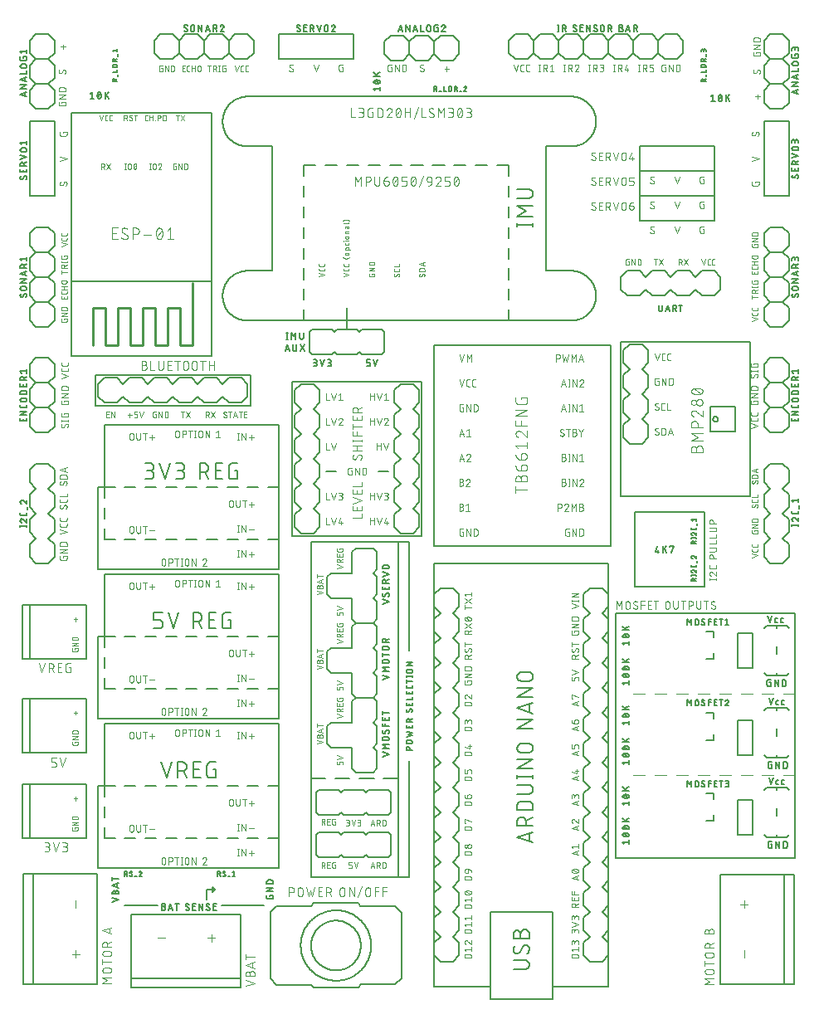
<source format=gbr>
G04 EAGLE Gerber RS-274X export*
G75*
%MOMM*%
%FSLAX34Y34*%
%LPD*%
%INSilkscreen Top*%
%IPPOS*%
%AMOC8*
5,1,8,0,0,1.08239X$1,22.5*%
G01*
%ADD10C,0.152400*%
%ADD11C,0.050800*%
%ADD12C,0.127000*%
%ADD13C,0.101600*%
%ADD14C,0.076200*%
%ADD15C,0.203200*%
%ADD16C,0.254000*%


D10*
X403098Y247896D02*
X397002Y247896D01*
X397002Y249589D01*
X397004Y249670D01*
X397010Y249750D01*
X397019Y249830D01*
X397033Y249909D01*
X397050Y249988D01*
X397071Y250066D01*
X397095Y250143D01*
X397123Y250218D01*
X397155Y250292D01*
X397190Y250365D01*
X397229Y250436D01*
X397271Y250504D01*
X397316Y250571D01*
X397364Y250636D01*
X397416Y250698D01*
X397470Y250757D01*
X397527Y250814D01*
X397586Y250868D01*
X397648Y250920D01*
X397713Y250968D01*
X397780Y251013D01*
X397849Y251055D01*
X397919Y251094D01*
X397992Y251129D01*
X398066Y251161D01*
X398141Y251189D01*
X398218Y251213D01*
X398296Y251234D01*
X398375Y251251D01*
X398454Y251265D01*
X398534Y251274D01*
X398614Y251280D01*
X398695Y251282D01*
X398776Y251280D01*
X398856Y251274D01*
X398936Y251265D01*
X399015Y251251D01*
X399094Y251234D01*
X399172Y251213D01*
X399249Y251189D01*
X399324Y251161D01*
X399398Y251129D01*
X399471Y251094D01*
X399542Y251055D01*
X399610Y251013D01*
X399677Y250968D01*
X399742Y250920D01*
X399804Y250868D01*
X399863Y250814D01*
X399920Y250757D01*
X399974Y250698D01*
X400026Y250636D01*
X400074Y250571D01*
X400119Y250504D01*
X400161Y250436D01*
X400200Y250365D01*
X400235Y250292D01*
X400267Y250218D01*
X400295Y250143D01*
X400319Y250066D01*
X400340Y249988D01*
X400357Y249909D01*
X400371Y249830D01*
X400380Y249750D01*
X400386Y249670D01*
X400388Y249589D01*
X400389Y249589D02*
X400389Y247896D01*
X401405Y254348D02*
X398695Y254348D01*
X398614Y254350D01*
X398534Y254356D01*
X398454Y254365D01*
X398375Y254379D01*
X398296Y254396D01*
X398218Y254417D01*
X398141Y254441D01*
X398066Y254469D01*
X397992Y254501D01*
X397919Y254536D01*
X397849Y254575D01*
X397780Y254617D01*
X397713Y254662D01*
X397648Y254710D01*
X397586Y254762D01*
X397527Y254816D01*
X397470Y254873D01*
X397416Y254932D01*
X397364Y254994D01*
X397316Y255059D01*
X397271Y255126D01*
X397229Y255195D01*
X397190Y255265D01*
X397155Y255338D01*
X397123Y255412D01*
X397095Y255487D01*
X397071Y255564D01*
X397050Y255642D01*
X397033Y255721D01*
X397019Y255800D01*
X397010Y255880D01*
X397004Y255960D01*
X397002Y256041D01*
X397004Y256122D01*
X397010Y256202D01*
X397019Y256282D01*
X397033Y256361D01*
X397050Y256440D01*
X397071Y256518D01*
X397095Y256595D01*
X397123Y256670D01*
X397155Y256744D01*
X397190Y256817D01*
X397229Y256888D01*
X397271Y256956D01*
X397316Y257023D01*
X397364Y257088D01*
X397416Y257150D01*
X397470Y257209D01*
X397527Y257266D01*
X397586Y257320D01*
X397648Y257372D01*
X397713Y257420D01*
X397780Y257465D01*
X397849Y257507D01*
X397919Y257546D01*
X397992Y257581D01*
X398066Y257613D01*
X398141Y257641D01*
X398218Y257665D01*
X398296Y257686D01*
X398375Y257703D01*
X398454Y257717D01*
X398534Y257726D01*
X398614Y257732D01*
X398695Y257734D01*
X401405Y257734D01*
X401486Y257732D01*
X401566Y257726D01*
X401646Y257717D01*
X401725Y257703D01*
X401804Y257686D01*
X401882Y257665D01*
X401959Y257641D01*
X402034Y257613D01*
X402108Y257581D01*
X402181Y257546D01*
X402252Y257507D01*
X402320Y257465D01*
X402387Y257420D01*
X402452Y257372D01*
X402514Y257320D01*
X402573Y257266D01*
X402630Y257209D01*
X402684Y257150D01*
X402736Y257088D01*
X402784Y257023D01*
X402829Y256956D01*
X402871Y256888D01*
X402910Y256817D01*
X402945Y256744D01*
X402977Y256670D01*
X403005Y256595D01*
X403029Y256518D01*
X403050Y256440D01*
X403067Y256361D01*
X403081Y256282D01*
X403090Y256202D01*
X403096Y256122D01*
X403098Y256041D01*
X403096Y255960D01*
X403090Y255880D01*
X403081Y255800D01*
X403067Y255721D01*
X403050Y255642D01*
X403029Y255564D01*
X403005Y255487D01*
X402977Y255412D01*
X402945Y255338D01*
X402910Y255265D01*
X402871Y255195D01*
X402829Y255126D01*
X402784Y255059D01*
X402736Y254994D01*
X402684Y254932D01*
X402630Y254873D01*
X402573Y254816D01*
X402514Y254762D01*
X402452Y254710D01*
X402387Y254662D01*
X402320Y254617D01*
X402252Y254575D01*
X402181Y254536D01*
X402108Y254501D01*
X402034Y254469D01*
X401959Y254441D01*
X401882Y254417D01*
X401804Y254396D01*
X401725Y254379D01*
X401646Y254365D01*
X401566Y254356D01*
X401486Y254350D01*
X401405Y254348D01*
X397002Y261104D02*
X403098Y262459D01*
X399034Y263813D01*
X403098Y265168D01*
X397002Y266523D01*
X403098Y270145D02*
X403098Y272854D01*
X403098Y270145D02*
X397002Y270145D01*
X397002Y272854D01*
X399711Y272177D02*
X399711Y270145D01*
X397002Y276142D02*
X403098Y276142D01*
X397002Y276142D02*
X397002Y277835D01*
X397004Y277916D01*
X397010Y277996D01*
X397019Y278076D01*
X397033Y278155D01*
X397050Y278234D01*
X397071Y278312D01*
X397095Y278389D01*
X397123Y278464D01*
X397155Y278538D01*
X397190Y278611D01*
X397229Y278682D01*
X397271Y278750D01*
X397316Y278817D01*
X397364Y278882D01*
X397416Y278944D01*
X397470Y279003D01*
X397527Y279060D01*
X397586Y279114D01*
X397648Y279166D01*
X397713Y279214D01*
X397780Y279259D01*
X397849Y279301D01*
X397919Y279340D01*
X397992Y279375D01*
X398066Y279407D01*
X398141Y279435D01*
X398218Y279459D01*
X398296Y279480D01*
X398375Y279497D01*
X398454Y279511D01*
X398534Y279520D01*
X398614Y279526D01*
X398695Y279528D01*
X398776Y279526D01*
X398856Y279520D01*
X398936Y279511D01*
X399015Y279497D01*
X399094Y279480D01*
X399172Y279459D01*
X399249Y279435D01*
X399324Y279407D01*
X399398Y279375D01*
X399471Y279340D01*
X399542Y279301D01*
X399610Y279259D01*
X399677Y279214D01*
X399742Y279166D01*
X399804Y279114D01*
X399863Y279060D01*
X399920Y279003D01*
X399974Y278944D01*
X400026Y278882D01*
X400074Y278817D01*
X400119Y278750D01*
X400161Y278682D01*
X400200Y278611D01*
X400235Y278538D01*
X400267Y278464D01*
X400295Y278389D01*
X400319Y278312D01*
X400340Y278234D01*
X400357Y278155D01*
X400371Y278076D01*
X400380Y277996D01*
X400386Y277916D01*
X400388Y277835D01*
X400389Y277835D02*
X400389Y276142D01*
X400389Y278174D02*
X403098Y279528D01*
X403098Y288383D02*
X403096Y288454D01*
X403091Y288525D01*
X403081Y288595D01*
X403068Y288665D01*
X403052Y288734D01*
X403032Y288802D01*
X403008Y288869D01*
X402981Y288934D01*
X402950Y288998D01*
X402916Y289061D01*
X402879Y289121D01*
X402839Y289179D01*
X402796Y289236D01*
X402750Y289290D01*
X402701Y289341D01*
X402650Y289390D01*
X402596Y289436D01*
X402539Y289479D01*
X402481Y289519D01*
X402421Y289556D01*
X402358Y289590D01*
X402294Y289621D01*
X402229Y289648D01*
X402162Y289672D01*
X402094Y289692D01*
X402025Y289708D01*
X401955Y289721D01*
X401885Y289731D01*
X401814Y289736D01*
X401743Y289738D01*
X403098Y288383D02*
X403096Y288280D01*
X403091Y288178D01*
X403081Y288075D01*
X403069Y287974D01*
X403052Y287872D01*
X403032Y287771D01*
X403008Y287672D01*
X402981Y287573D01*
X402950Y287475D01*
X402916Y287378D01*
X402878Y287282D01*
X402837Y287188D01*
X402792Y287096D01*
X402744Y287005D01*
X402693Y286916D01*
X402639Y286828D01*
X402582Y286743D01*
X402521Y286660D01*
X402458Y286579D01*
X402392Y286501D01*
X402323Y286424D01*
X402251Y286351D01*
X398357Y286520D02*
X398286Y286522D01*
X398215Y286527D01*
X398145Y286537D01*
X398075Y286550D01*
X398006Y286566D01*
X397938Y286586D01*
X397871Y286610D01*
X397806Y286637D01*
X397742Y286668D01*
X397680Y286702D01*
X397619Y286739D01*
X397561Y286779D01*
X397504Y286822D01*
X397450Y286868D01*
X397399Y286917D01*
X397350Y286968D01*
X397304Y287022D01*
X397261Y287079D01*
X397221Y287137D01*
X397184Y287198D01*
X397150Y287260D01*
X397119Y287324D01*
X397092Y287389D01*
X397068Y287456D01*
X397048Y287524D01*
X397032Y287593D01*
X397019Y287663D01*
X397009Y287733D01*
X397004Y287804D01*
X397002Y287875D01*
X397004Y287971D01*
X397009Y288067D01*
X397018Y288163D01*
X397031Y288258D01*
X397047Y288353D01*
X397067Y288447D01*
X397091Y288540D01*
X397118Y288632D01*
X397148Y288724D01*
X397182Y288814D01*
X397219Y288902D01*
X397260Y288989D01*
X397303Y289075D01*
X397350Y289159D01*
X397401Y289241D01*
X397454Y289321D01*
X397510Y289399D01*
X399542Y287197D02*
X399505Y287137D01*
X399464Y287078D01*
X399420Y287022D01*
X399373Y286968D01*
X399323Y286917D01*
X399271Y286868D01*
X399217Y286822D01*
X399160Y286779D01*
X399101Y286738D01*
X399040Y286701D01*
X398977Y286667D01*
X398912Y286637D01*
X398846Y286610D01*
X398779Y286586D01*
X398710Y286566D01*
X398641Y286550D01*
X398570Y286537D01*
X398500Y286527D01*
X398428Y286522D01*
X398357Y286520D01*
X400558Y289061D02*
X400595Y289121D01*
X400636Y289180D01*
X400680Y289236D01*
X400727Y289290D01*
X400777Y289341D01*
X400829Y289390D01*
X400883Y289436D01*
X400940Y289480D01*
X400999Y289520D01*
X401060Y289557D01*
X401123Y289591D01*
X401188Y289621D01*
X401254Y289648D01*
X401321Y289672D01*
X401390Y289692D01*
X401459Y289708D01*
X401530Y289721D01*
X401600Y289731D01*
X401672Y289736D01*
X401743Y289738D01*
X400558Y289061D02*
X399542Y287198D01*
X403098Y293233D02*
X403098Y295942D01*
X403098Y293233D02*
X397002Y293233D01*
X397002Y295942D01*
X399711Y295265D02*
X399711Y293233D01*
X397002Y299177D02*
X403098Y299177D01*
X403098Y301886D01*
X403098Y305120D02*
X403098Y307830D01*
X403098Y305120D02*
X397002Y305120D01*
X397002Y307830D01*
X399711Y307152D02*
X399711Y305120D01*
X403098Y312131D02*
X403098Y313486D01*
X403098Y312131D02*
X403096Y312058D01*
X403090Y311985D01*
X403080Y311912D01*
X403066Y311840D01*
X403049Y311769D01*
X403027Y311698D01*
X403002Y311629D01*
X402973Y311562D01*
X402940Y311496D01*
X402904Y311432D01*
X402865Y311371D01*
X402822Y311311D01*
X402776Y311254D01*
X402727Y311199D01*
X402675Y311147D01*
X402620Y311098D01*
X402563Y311052D01*
X402503Y311009D01*
X402442Y310970D01*
X402378Y310934D01*
X402312Y310901D01*
X402245Y310872D01*
X402176Y310847D01*
X402106Y310825D01*
X402034Y310808D01*
X401962Y310794D01*
X401890Y310784D01*
X401816Y310778D01*
X401743Y310776D01*
X401743Y310777D02*
X398357Y310777D01*
X398357Y310776D02*
X398284Y310778D01*
X398211Y310784D01*
X398138Y310794D01*
X398066Y310808D01*
X397995Y310825D01*
X397924Y310847D01*
X397855Y310872D01*
X397788Y310901D01*
X397722Y310934D01*
X397658Y310970D01*
X397597Y311009D01*
X397537Y311052D01*
X397480Y311098D01*
X397425Y311147D01*
X397373Y311199D01*
X397324Y311254D01*
X397278Y311311D01*
X397235Y311371D01*
X397196Y311432D01*
X397160Y311496D01*
X397127Y311562D01*
X397098Y311629D01*
X397073Y311698D01*
X397051Y311768D01*
X397034Y311840D01*
X397020Y311912D01*
X397010Y311984D01*
X397004Y312058D01*
X397002Y312131D01*
X397002Y313486D01*
X397002Y317763D02*
X403098Y317763D01*
X397002Y316069D02*
X397002Y319456D01*
X397002Y322792D02*
X403098Y322792D01*
X403098Y323469D02*
X403098Y322114D01*
X397002Y322114D02*
X397002Y323469D01*
X398695Y326585D02*
X401405Y326585D01*
X398695Y326585D02*
X398614Y326587D01*
X398534Y326593D01*
X398454Y326602D01*
X398375Y326616D01*
X398296Y326633D01*
X398218Y326654D01*
X398141Y326678D01*
X398066Y326706D01*
X397992Y326738D01*
X397919Y326773D01*
X397849Y326812D01*
X397780Y326854D01*
X397713Y326899D01*
X397648Y326947D01*
X397586Y326999D01*
X397527Y327053D01*
X397470Y327110D01*
X397416Y327169D01*
X397364Y327231D01*
X397316Y327296D01*
X397271Y327363D01*
X397229Y327432D01*
X397190Y327502D01*
X397155Y327575D01*
X397123Y327649D01*
X397095Y327724D01*
X397071Y327801D01*
X397050Y327879D01*
X397033Y327958D01*
X397019Y328037D01*
X397010Y328117D01*
X397004Y328197D01*
X397002Y328278D01*
X397004Y328359D01*
X397010Y328439D01*
X397019Y328519D01*
X397033Y328598D01*
X397050Y328677D01*
X397071Y328755D01*
X397095Y328832D01*
X397123Y328907D01*
X397155Y328981D01*
X397190Y329054D01*
X397229Y329125D01*
X397271Y329193D01*
X397316Y329260D01*
X397364Y329325D01*
X397416Y329387D01*
X397470Y329446D01*
X397527Y329503D01*
X397586Y329557D01*
X397648Y329609D01*
X397713Y329657D01*
X397780Y329702D01*
X397849Y329744D01*
X397919Y329783D01*
X397992Y329818D01*
X398066Y329850D01*
X398141Y329878D01*
X398218Y329902D01*
X398296Y329923D01*
X398375Y329940D01*
X398454Y329954D01*
X398534Y329963D01*
X398614Y329969D01*
X398695Y329971D01*
X401405Y329971D01*
X401486Y329969D01*
X401566Y329963D01*
X401646Y329954D01*
X401725Y329940D01*
X401804Y329923D01*
X401882Y329902D01*
X401959Y329878D01*
X402034Y329850D01*
X402108Y329818D01*
X402181Y329783D01*
X402252Y329744D01*
X402320Y329702D01*
X402387Y329657D01*
X402452Y329609D01*
X402514Y329557D01*
X402573Y329503D01*
X402630Y329446D01*
X402684Y329387D01*
X402736Y329325D01*
X402784Y329260D01*
X402829Y329193D01*
X402871Y329125D01*
X402910Y329054D01*
X402945Y328981D01*
X402977Y328907D01*
X403005Y328832D01*
X403029Y328755D01*
X403050Y328677D01*
X403067Y328598D01*
X403081Y328519D01*
X403090Y328439D01*
X403096Y328359D01*
X403098Y328278D01*
X403096Y328197D01*
X403090Y328117D01*
X403081Y328037D01*
X403067Y327958D01*
X403050Y327879D01*
X403029Y327801D01*
X403005Y327724D01*
X402977Y327649D01*
X402945Y327575D01*
X402910Y327502D01*
X402871Y327432D01*
X402829Y327363D01*
X402784Y327296D01*
X402736Y327231D01*
X402684Y327169D01*
X402630Y327110D01*
X402573Y327053D01*
X402514Y326999D01*
X402452Y326947D01*
X402387Y326899D01*
X402320Y326854D01*
X402252Y326812D01*
X402181Y326773D01*
X402108Y326738D01*
X402034Y326706D01*
X401959Y326678D01*
X401882Y326654D01*
X401804Y326633D01*
X401725Y326616D01*
X401646Y326602D01*
X401566Y326593D01*
X401486Y326587D01*
X401405Y326585D01*
X403098Y333671D02*
X397002Y333671D01*
X403098Y337058D01*
X397002Y337058D01*
D11*
X311531Y408340D02*
X305689Y406393D01*
X305689Y410288D02*
X311531Y408340D01*
X308285Y412708D02*
X308285Y414330D01*
X308287Y414410D01*
X308293Y414489D01*
X308303Y414568D01*
X308316Y414647D01*
X308334Y414724D01*
X308355Y414801D01*
X308380Y414877D01*
X308409Y414951D01*
X308441Y415024D01*
X308477Y415095D01*
X308516Y415164D01*
X308559Y415232D01*
X308604Y415297D01*
X308653Y415360D01*
X308705Y415420D01*
X308760Y415478D01*
X308818Y415533D01*
X308878Y415585D01*
X308941Y415634D01*
X309006Y415679D01*
X309074Y415722D01*
X309143Y415761D01*
X309214Y415797D01*
X309287Y415829D01*
X309361Y415858D01*
X309437Y415883D01*
X309514Y415904D01*
X309591Y415922D01*
X309670Y415935D01*
X309749Y415945D01*
X309828Y415951D01*
X309908Y415953D01*
X309988Y415951D01*
X310067Y415945D01*
X310146Y415935D01*
X310225Y415922D01*
X310302Y415904D01*
X310379Y415883D01*
X310455Y415858D01*
X310529Y415829D01*
X310602Y415797D01*
X310673Y415761D01*
X310742Y415722D01*
X310810Y415679D01*
X310875Y415634D01*
X310938Y415585D01*
X310998Y415533D01*
X311056Y415478D01*
X311111Y415420D01*
X311163Y415360D01*
X311212Y415297D01*
X311257Y415232D01*
X311300Y415164D01*
X311339Y415095D01*
X311375Y415024D01*
X311407Y414951D01*
X311436Y414877D01*
X311461Y414801D01*
X311482Y414724D01*
X311500Y414647D01*
X311513Y414568D01*
X311523Y414489D01*
X311529Y414410D01*
X311531Y414330D01*
X311531Y412708D01*
X305689Y412708D01*
X305689Y414330D01*
X305691Y414400D01*
X305697Y414470D01*
X305706Y414540D01*
X305719Y414609D01*
X305736Y414677D01*
X305757Y414744D01*
X305781Y414810D01*
X305809Y414875D01*
X305840Y414938D01*
X305875Y414999D01*
X305913Y415058D01*
X305954Y415116D01*
X305998Y415170D01*
X306045Y415223D01*
X306094Y415272D01*
X306147Y415319D01*
X306201Y415363D01*
X306259Y415404D01*
X306318Y415442D01*
X306379Y415477D01*
X306442Y415508D01*
X306507Y415536D01*
X306573Y415560D01*
X306640Y415581D01*
X306708Y415598D01*
X306777Y415611D01*
X306847Y415620D01*
X306917Y415626D01*
X306987Y415628D01*
X307057Y415626D01*
X307127Y415620D01*
X307197Y415611D01*
X307266Y415598D01*
X307334Y415581D01*
X307401Y415560D01*
X307467Y415536D01*
X307532Y415508D01*
X307595Y415477D01*
X307656Y415442D01*
X307715Y415404D01*
X307773Y415363D01*
X307827Y415319D01*
X307880Y415272D01*
X307929Y415223D01*
X307976Y415170D01*
X308020Y415116D01*
X308061Y415058D01*
X308099Y414999D01*
X308134Y414938D01*
X308165Y414875D01*
X308193Y414810D01*
X308217Y414744D01*
X308238Y414677D01*
X308255Y414609D01*
X308268Y414540D01*
X308277Y414470D01*
X308283Y414400D01*
X308285Y414330D01*
X311531Y417823D02*
X305689Y419770D01*
X311531Y421718D01*
X310071Y421231D02*
X310071Y418310D01*
X311531Y425104D02*
X305689Y425104D01*
X305689Y423481D02*
X305689Y426727D01*
X311531Y332140D02*
X305689Y330193D01*
X305689Y334088D02*
X311531Y332140D01*
X308285Y336508D02*
X308285Y338130D01*
X308287Y338210D01*
X308293Y338289D01*
X308303Y338368D01*
X308316Y338447D01*
X308334Y338524D01*
X308355Y338601D01*
X308380Y338677D01*
X308409Y338751D01*
X308441Y338824D01*
X308477Y338895D01*
X308516Y338964D01*
X308559Y339032D01*
X308604Y339097D01*
X308653Y339160D01*
X308705Y339220D01*
X308760Y339278D01*
X308818Y339333D01*
X308878Y339385D01*
X308941Y339434D01*
X309006Y339479D01*
X309074Y339522D01*
X309143Y339561D01*
X309214Y339597D01*
X309287Y339629D01*
X309361Y339658D01*
X309437Y339683D01*
X309514Y339704D01*
X309591Y339722D01*
X309670Y339735D01*
X309749Y339745D01*
X309828Y339751D01*
X309908Y339753D01*
X309988Y339751D01*
X310067Y339745D01*
X310146Y339735D01*
X310225Y339722D01*
X310302Y339704D01*
X310379Y339683D01*
X310455Y339658D01*
X310529Y339629D01*
X310602Y339597D01*
X310673Y339561D01*
X310742Y339522D01*
X310810Y339479D01*
X310875Y339434D01*
X310938Y339385D01*
X310998Y339333D01*
X311056Y339278D01*
X311111Y339220D01*
X311163Y339160D01*
X311212Y339097D01*
X311257Y339032D01*
X311300Y338964D01*
X311339Y338895D01*
X311375Y338824D01*
X311407Y338751D01*
X311436Y338677D01*
X311461Y338601D01*
X311482Y338524D01*
X311500Y338447D01*
X311513Y338368D01*
X311523Y338289D01*
X311529Y338210D01*
X311531Y338130D01*
X311531Y336508D01*
X305689Y336508D01*
X305689Y338130D01*
X305691Y338200D01*
X305697Y338270D01*
X305706Y338340D01*
X305719Y338409D01*
X305736Y338477D01*
X305757Y338544D01*
X305781Y338610D01*
X305809Y338675D01*
X305840Y338738D01*
X305875Y338799D01*
X305913Y338858D01*
X305954Y338916D01*
X305998Y338970D01*
X306045Y339023D01*
X306094Y339072D01*
X306147Y339119D01*
X306201Y339163D01*
X306259Y339204D01*
X306318Y339242D01*
X306379Y339277D01*
X306442Y339308D01*
X306507Y339336D01*
X306573Y339360D01*
X306640Y339381D01*
X306708Y339398D01*
X306777Y339411D01*
X306847Y339420D01*
X306917Y339426D01*
X306987Y339428D01*
X307057Y339426D01*
X307127Y339420D01*
X307197Y339411D01*
X307266Y339398D01*
X307334Y339381D01*
X307401Y339360D01*
X307467Y339336D01*
X307532Y339308D01*
X307595Y339277D01*
X307656Y339242D01*
X307715Y339204D01*
X307773Y339163D01*
X307827Y339119D01*
X307880Y339072D01*
X307929Y339023D01*
X307976Y338970D01*
X308020Y338916D01*
X308061Y338858D01*
X308099Y338799D01*
X308134Y338738D01*
X308165Y338675D01*
X308193Y338610D01*
X308217Y338544D01*
X308238Y338477D01*
X308255Y338409D01*
X308268Y338340D01*
X308277Y338270D01*
X308283Y338200D01*
X308285Y338130D01*
X311531Y341623D02*
X305689Y343570D01*
X311531Y345518D01*
X310071Y345031D02*
X310071Y342110D01*
X311531Y348904D02*
X305689Y348904D01*
X305689Y347281D02*
X305689Y350527D01*
X311531Y255940D02*
X305689Y253993D01*
X305689Y257888D02*
X311531Y255940D01*
X308285Y260308D02*
X308285Y261930D01*
X308287Y262010D01*
X308293Y262089D01*
X308303Y262168D01*
X308316Y262247D01*
X308334Y262324D01*
X308355Y262401D01*
X308380Y262477D01*
X308409Y262551D01*
X308441Y262624D01*
X308477Y262695D01*
X308516Y262764D01*
X308559Y262832D01*
X308604Y262897D01*
X308653Y262960D01*
X308705Y263020D01*
X308760Y263078D01*
X308818Y263133D01*
X308878Y263185D01*
X308941Y263234D01*
X309006Y263279D01*
X309074Y263322D01*
X309143Y263361D01*
X309214Y263397D01*
X309287Y263429D01*
X309361Y263458D01*
X309437Y263483D01*
X309514Y263504D01*
X309591Y263522D01*
X309670Y263535D01*
X309749Y263545D01*
X309828Y263551D01*
X309908Y263553D01*
X309988Y263551D01*
X310067Y263545D01*
X310146Y263535D01*
X310225Y263522D01*
X310302Y263504D01*
X310379Y263483D01*
X310455Y263458D01*
X310529Y263429D01*
X310602Y263397D01*
X310673Y263361D01*
X310742Y263322D01*
X310810Y263279D01*
X310875Y263234D01*
X310938Y263185D01*
X310998Y263133D01*
X311056Y263078D01*
X311111Y263020D01*
X311163Y262960D01*
X311212Y262897D01*
X311257Y262832D01*
X311300Y262764D01*
X311339Y262695D01*
X311375Y262624D01*
X311407Y262551D01*
X311436Y262477D01*
X311461Y262401D01*
X311482Y262324D01*
X311500Y262247D01*
X311513Y262168D01*
X311523Y262089D01*
X311529Y262010D01*
X311531Y261930D01*
X311531Y260308D01*
X305689Y260308D01*
X305689Y261930D01*
X305691Y262000D01*
X305697Y262070D01*
X305706Y262140D01*
X305719Y262209D01*
X305736Y262277D01*
X305757Y262344D01*
X305781Y262410D01*
X305809Y262475D01*
X305840Y262538D01*
X305875Y262599D01*
X305913Y262658D01*
X305954Y262716D01*
X305998Y262770D01*
X306045Y262823D01*
X306094Y262872D01*
X306147Y262919D01*
X306201Y262963D01*
X306259Y263004D01*
X306318Y263042D01*
X306379Y263077D01*
X306442Y263108D01*
X306507Y263136D01*
X306573Y263160D01*
X306640Y263181D01*
X306708Y263198D01*
X306777Y263211D01*
X306847Y263220D01*
X306917Y263226D01*
X306987Y263228D01*
X307057Y263226D01*
X307127Y263220D01*
X307197Y263211D01*
X307266Y263198D01*
X307334Y263181D01*
X307401Y263160D01*
X307467Y263136D01*
X307532Y263108D01*
X307595Y263077D01*
X307656Y263042D01*
X307715Y263004D01*
X307773Y262963D01*
X307827Y262919D01*
X307880Y262872D01*
X307929Y262823D01*
X307976Y262770D01*
X308020Y262716D01*
X308061Y262658D01*
X308099Y262599D01*
X308134Y262538D01*
X308165Y262475D01*
X308193Y262410D01*
X308217Y262344D01*
X308238Y262277D01*
X308255Y262209D01*
X308268Y262140D01*
X308277Y262070D01*
X308283Y262000D01*
X308285Y261930D01*
X311531Y265423D02*
X305689Y267370D01*
X311531Y269318D01*
X310071Y268831D02*
X310071Y265910D01*
X311531Y272704D02*
X305689Y272704D01*
X305689Y271081D02*
X305689Y274327D01*
X326009Y433063D02*
X331851Y435010D01*
X326009Y436958D01*
X326009Y439330D02*
X331851Y439330D01*
X326009Y439330D02*
X326009Y440953D01*
X326011Y441033D01*
X326017Y441112D01*
X326027Y441191D01*
X326040Y441270D01*
X326058Y441347D01*
X326079Y441424D01*
X326104Y441500D01*
X326133Y441574D01*
X326165Y441647D01*
X326201Y441718D01*
X326240Y441787D01*
X326283Y441855D01*
X326328Y441920D01*
X326377Y441983D01*
X326429Y442043D01*
X326484Y442101D01*
X326542Y442156D01*
X326602Y442208D01*
X326665Y442257D01*
X326730Y442302D01*
X326798Y442345D01*
X326867Y442384D01*
X326938Y442420D01*
X327011Y442452D01*
X327085Y442481D01*
X327161Y442506D01*
X327238Y442527D01*
X327315Y442545D01*
X327394Y442558D01*
X327473Y442568D01*
X327552Y442574D01*
X327632Y442576D01*
X327712Y442574D01*
X327791Y442568D01*
X327870Y442558D01*
X327949Y442545D01*
X328026Y442527D01*
X328103Y442506D01*
X328179Y442481D01*
X328253Y442452D01*
X328326Y442420D01*
X328397Y442384D01*
X328466Y442345D01*
X328534Y442302D01*
X328599Y442257D01*
X328662Y442208D01*
X328722Y442156D01*
X328780Y442101D01*
X328835Y442043D01*
X328887Y441983D01*
X328936Y441920D01*
X328981Y441855D01*
X329024Y441787D01*
X329063Y441718D01*
X329099Y441647D01*
X329131Y441574D01*
X329160Y441500D01*
X329185Y441424D01*
X329206Y441347D01*
X329224Y441270D01*
X329237Y441191D01*
X329247Y441112D01*
X329253Y441033D01*
X329255Y440953D01*
X329255Y439330D01*
X329255Y441277D02*
X331851Y442575D01*
X331851Y445210D02*
X331851Y447806D01*
X331851Y445210D02*
X326009Y445210D01*
X326009Y447806D01*
X328605Y447157D02*
X328605Y445210D01*
X328605Y452423D02*
X328605Y453397D01*
X331851Y453397D01*
X331851Y451450D01*
X331849Y451380D01*
X331843Y451310D01*
X331834Y451240D01*
X331821Y451171D01*
X331804Y451103D01*
X331783Y451036D01*
X331759Y450970D01*
X331731Y450905D01*
X331700Y450842D01*
X331665Y450781D01*
X331627Y450722D01*
X331586Y450664D01*
X331542Y450610D01*
X331495Y450557D01*
X331446Y450508D01*
X331393Y450461D01*
X331339Y450417D01*
X331281Y450376D01*
X331222Y450338D01*
X331161Y450303D01*
X331098Y450272D01*
X331033Y450244D01*
X330967Y450220D01*
X330900Y450199D01*
X330832Y450182D01*
X330763Y450169D01*
X330693Y450160D01*
X330623Y450154D01*
X330553Y450152D01*
X330553Y450151D02*
X327307Y450151D01*
X327307Y450152D02*
X327237Y450154D01*
X327167Y450160D01*
X327097Y450169D01*
X327028Y450182D01*
X326960Y450199D01*
X326893Y450220D01*
X326827Y450244D01*
X326762Y450272D01*
X326699Y450303D01*
X326638Y450338D01*
X326579Y450376D01*
X326521Y450417D01*
X326467Y450461D01*
X326414Y450508D01*
X326365Y450557D01*
X326318Y450610D01*
X326274Y450664D01*
X326233Y450722D01*
X326195Y450781D01*
X326160Y450842D01*
X326129Y450905D01*
X326101Y450970D01*
X326077Y451036D01*
X326056Y451103D01*
X326039Y451171D01*
X326026Y451240D01*
X326017Y451310D01*
X326011Y451380D01*
X326009Y451450D01*
X326009Y453397D01*
X331851Y387195D02*
X331851Y385247D01*
X331851Y387195D02*
X331849Y387265D01*
X331843Y387335D01*
X331834Y387405D01*
X331821Y387474D01*
X331804Y387542D01*
X331783Y387609D01*
X331759Y387675D01*
X331731Y387740D01*
X331700Y387803D01*
X331665Y387864D01*
X331627Y387923D01*
X331586Y387981D01*
X331542Y388035D01*
X331495Y388088D01*
X331446Y388137D01*
X331393Y388184D01*
X331339Y388228D01*
X331281Y388269D01*
X331222Y388307D01*
X331161Y388342D01*
X331098Y388373D01*
X331033Y388401D01*
X330967Y388425D01*
X330900Y388446D01*
X330832Y388463D01*
X330763Y388476D01*
X330693Y388485D01*
X330623Y388491D01*
X330553Y388493D01*
X329904Y388493D01*
X329834Y388491D01*
X329764Y388485D01*
X329694Y388476D01*
X329625Y388463D01*
X329557Y388446D01*
X329490Y388425D01*
X329424Y388401D01*
X329359Y388373D01*
X329296Y388342D01*
X329235Y388307D01*
X329176Y388269D01*
X329118Y388228D01*
X329064Y388184D01*
X329011Y388137D01*
X328962Y388088D01*
X328915Y388035D01*
X328871Y387981D01*
X328830Y387923D01*
X328792Y387864D01*
X328757Y387803D01*
X328726Y387740D01*
X328698Y387675D01*
X328674Y387609D01*
X328653Y387542D01*
X328636Y387474D01*
X328623Y387405D01*
X328614Y387335D01*
X328608Y387265D01*
X328606Y387195D01*
X328605Y387195D02*
X328605Y385247D01*
X326009Y385247D01*
X326009Y388493D01*
X326009Y390638D02*
X331851Y392585D01*
X326009Y394533D01*
X331851Y358810D02*
X326009Y356863D01*
X326009Y360758D02*
X331851Y358810D01*
X331851Y363130D02*
X326009Y363130D01*
X326009Y364753D01*
X326011Y364833D01*
X326017Y364912D01*
X326027Y364991D01*
X326040Y365070D01*
X326058Y365147D01*
X326079Y365224D01*
X326104Y365300D01*
X326133Y365374D01*
X326165Y365447D01*
X326201Y365518D01*
X326240Y365587D01*
X326283Y365655D01*
X326328Y365720D01*
X326377Y365783D01*
X326429Y365843D01*
X326484Y365901D01*
X326542Y365956D01*
X326602Y366008D01*
X326665Y366057D01*
X326730Y366102D01*
X326798Y366145D01*
X326867Y366184D01*
X326938Y366220D01*
X327011Y366252D01*
X327085Y366281D01*
X327161Y366306D01*
X327238Y366327D01*
X327315Y366345D01*
X327394Y366358D01*
X327473Y366368D01*
X327552Y366374D01*
X327632Y366376D01*
X327712Y366374D01*
X327791Y366368D01*
X327870Y366358D01*
X327949Y366345D01*
X328026Y366327D01*
X328103Y366306D01*
X328179Y366281D01*
X328253Y366252D01*
X328326Y366220D01*
X328397Y366184D01*
X328466Y366145D01*
X328534Y366102D01*
X328599Y366057D01*
X328662Y366008D01*
X328722Y365956D01*
X328780Y365901D01*
X328835Y365843D01*
X328887Y365783D01*
X328936Y365720D01*
X328981Y365655D01*
X329024Y365587D01*
X329063Y365518D01*
X329099Y365447D01*
X329131Y365374D01*
X329160Y365300D01*
X329185Y365224D01*
X329206Y365147D01*
X329224Y365070D01*
X329237Y364991D01*
X329247Y364912D01*
X329253Y364833D01*
X329255Y364753D01*
X329255Y363130D01*
X329255Y365077D02*
X331851Y366375D01*
X331851Y369010D02*
X331851Y371606D01*
X331851Y369010D02*
X326009Y369010D01*
X326009Y371606D01*
X328605Y370957D02*
X328605Y369010D01*
X328605Y376223D02*
X328605Y377197D01*
X331851Y377197D01*
X331851Y375250D01*
X331849Y375180D01*
X331843Y375110D01*
X331834Y375040D01*
X331821Y374971D01*
X331804Y374903D01*
X331783Y374836D01*
X331759Y374770D01*
X331731Y374705D01*
X331700Y374642D01*
X331665Y374581D01*
X331627Y374522D01*
X331586Y374464D01*
X331542Y374410D01*
X331495Y374357D01*
X331446Y374308D01*
X331393Y374261D01*
X331339Y374217D01*
X331281Y374176D01*
X331222Y374138D01*
X331161Y374103D01*
X331098Y374072D01*
X331033Y374044D01*
X330967Y374020D01*
X330900Y373999D01*
X330832Y373982D01*
X330763Y373969D01*
X330693Y373960D01*
X330623Y373954D01*
X330553Y373952D01*
X330553Y373951D02*
X327307Y373951D01*
X327307Y373952D02*
X327237Y373954D01*
X327167Y373960D01*
X327097Y373969D01*
X327028Y373982D01*
X326960Y373999D01*
X326893Y374020D01*
X326827Y374044D01*
X326762Y374072D01*
X326699Y374103D01*
X326638Y374138D01*
X326579Y374176D01*
X326521Y374217D01*
X326467Y374261D01*
X326414Y374308D01*
X326365Y374357D01*
X326318Y374410D01*
X326274Y374464D01*
X326233Y374522D01*
X326195Y374581D01*
X326160Y374642D01*
X326129Y374705D01*
X326101Y374770D01*
X326077Y374836D01*
X326056Y374903D01*
X326039Y374971D01*
X326026Y375040D01*
X326017Y375110D01*
X326011Y375180D01*
X326009Y375250D01*
X326009Y377197D01*
X331851Y310995D02*
X331851Y309047D01*
X331851Y310995D02*
X331849Y311065D01*
X331843Y311135D01*
X331834Y311205D01*
X331821Y311274D01*
X331804Y311342D01*
X331783Y311409D01*
X331759Y311475D01*
X331731Y311540D01*
X331700Y311603D01*
X331665Y311664D01*
X331627Y311723D01*
X331586Y311781D01*
X331542Y311835D01*
X331495Y311888D01*
X331446Y311937D01*
X331393Y311984D01*
X331339Y312028D01*
X331281Y312069D01*
X331222Y312107D01*
X331161Y312142D01*
X331098Y312173D01*
X331033Y312201D01*
X330967Y312225D01*
X330900Y312246D01*
X330832Y312263D01*
X330763Y312276D01*
X330693Y312285D01*
X330623Y312291D01*
X330553Y312293D01*
X329904Y312293D01*
X329834Y312291D01*
X329764Y312285D01*
X329694Y312276D01*
X329625Y312263D01*
X329557Y312246D01*
X329490Y312225D01*
X329424Y312201D01*
X329359Y312173D01*
X329296Y312142D01*
X329235Y312107D01*
X329176Y312069D01*
X329118Y312028D01*
X329064Y311984D01*
X329011Y311937D01*
X328962Y311888D01*
X328915Y311835D01*
X328871Y311781D01*
X328830Y311723D01*
X328792Y311664D01*
X328757Y311603D01*
X328726Y311540D01*
X328698Y311475D01*
X328674Y311409D01*
X328653Y311342D01*
X328636Y311274D01*
X328623Y311205D01*
X328614Y311135D01*
X328608Y311065D01*
X328606Y310995D01*
X328605Y310995D02*
X328605Y309047D01*
X326009Y309047D01*
X326009Y312293D01*
X326009Y314438D02*
X331851Y316385D01*
X326009Y318333D01*
X331851Y282610D02*
X326009Y280663D01*
X326009Y284558D02*
X331851Y282610D01*
X331851Y286930D02*
X326009Y286930D01*
X326009Y288553D01*
X326011Y288633D01*
X326017Y288712D01*
X326027Y288791D01*
X326040Y288870D01*
X326058Y288947D01*
X326079Y289024D01*
X326104Y289100D01*
X326133Y289174D01*
X326165Y289247D01*
X326201Y289318D01*
X326240Y289387D01*
X326283Y289455D01*
X326328Y289520D01*
X326377Y289583D01*
X326429Y289643D01*
X326484Y289701D01*
X326542Y289756D01*
X326602Y289808D01*
X326665Y289857D01*
X326730Y289902D01*
X326798Y289945D01*
X326867Y289984D01*
X326938Y290020D01*
X327011Y290052D01*
X327085Y290081D01*
X327161Y290106D01*
X327238Y290127D01*
X327315Y290145D01*
X327394Y290158D01*
X327473Y290168D01*
X327552Y290174D01*
X327632Y290176D01*
X327712Y290174D01*
X327791Y290168D01*
X327870Y290158D01*
X327949Y290145D01*
X328026Y290127D01*
X328103Y290106D01*
X328179Y290081D01*
X328253Y290052D01*
X328326Y290020D01*
X328397Y289984D01*
X328466Y289945D01*
X328534Y289902D01*
X328599Y289857D01*
X328662Y289808D01*
X328722Y289756D01*
X328780Y289701D01*
X328835Y289643D01*
X328887Y289583D01*
X328936Y289520D01*
X328981Y289455D01*
X329024Y289387D01*
X329063Y289318D01*
X329099Y289247D01*
X329131Y289174D01*
X329160Y289100D01*
X329185Y289024D01*
X329206Y288947D01*
X329224Y288870D01*
X329237Y288791D01*
X329247Y288712D01*
X329253Y288633D01*
X329255Y288553D01*
X329255Y286930D01*
X329255Y288877D02*
X331851Y290175D01*
X331851Y292810D02*
X331851Y295406D01*
X331851Y292810D02*
X326009Y292810D01*
X326009Y295406D01*
X328605Y294757D02*
X328605Y292810D01*
X328605Y300023D02*
X328605Y300997D01*
X331851Y300997D01*
X331851Y299050D01*
X331849Y298980D01*
X331843Y298910D01*
X331834Y298840D01*
X331821Y298771D01*
X331804Y298703D01*
X331783Y298636D01*
X331759Y298570D01*
X331731Y298505D01*
X331700Y298442D01*
X331665Y298381D01*
X331627Y298322D01*
X331586Y298264D01*
X331542Y298210D01*
X331495Y298157D01*
X331446Y298108D01*
X331393Y298061D01*
X331339Y298017D01*
X331281Y297976D01*
X331222Y297938D01*
X331161Y297903D01*
X331098Y297872D01*
X331033Y297844D01*
X330967Y297820D01*
X330900Y297799D01*
X330832Y297782D01*
X330763Y297769D01*
X330693Y297760D01*
X330623Y297754D01*
X330553Y297752D01*
X330553Y297751D02*
X327307Y297751D01*
X327307Y297752D02*
X327237Y297754D01*
X327167Y297760D01*
X327097Y297769D01*
X327028Y297782D01*
X326960Y297799D01*
X326893Y297820D01*
X326827Y297844D01*
X326762Y297872D01*
X326699Y297903D01*
X326638Y297938D01*
X326579Y297976D01*
X326521Y298017D01*
X326467Y298061D01*
X326414Y298108D01*
X326365Y298157D01*
X326318Y298210D01*
X326274Y298264D01*
X326233Y298322D01*
X326195Y298381D01*
X326160Y298442D01*
X326129Y298505D01*
X326101Y298570D01*
X326077Y298636D01*
X326056Y298703D01*
X326039Y298771D01*
X326026Y298840D01*
X326017Y298910D01*
X326011Y298980D01*
X326009Y299050D01*
X326009Y300997D01*
X331851Y234795D02*
X331851Y232847D01*
X331851Y234795D02*
X331849Y234865D01*
X331843Y234935D01*
X331834Y235005D01*
X331821Y235074D01*
X331804Y235142D01*
X331783Y235209D01*
X331759Y235275D01*
X331731Y235340D01*
X331700Y235403D01*
X331665Y235464D01*
X331627Y235523D01*
X331586Y235581D01*
X331542Y235635D01*
X331495Y235688D01*
X331446Y235737D01*
X331393Y235784D01*
X331339Y235828D01*
X331281Y235869D01*
X331222Y235907D01*
X331161Y235942D01*
X331098Y235973D01*
X331033Y236001D01*
X330967Y236025D01*
X330900Y236046D01*
X330832Y236063D01*
X330763Y236076D01*
X330693Y236085D01*
X330623Y236091D01*
X330553Y236093D01*
X329904Y236093D01*
X329834Y236091D01*
X329764Y236085D01*
X329694Y236076D01*
X329625Y236063D01*
X329557Y236046D01*
X329490Y236025D01*
X329424Y236001D01*
X329359Y235973D01*
X329296Y235942D01*
X329235Y235907D01*
X329176Y235869D01*
X329118Y235828D01*
X329064Y235784D01*
X329011Y235737D01*
X328962Y235688D01*
X328915Y235635D01*
X328871Y235581D01*
X328830Y235523D01*
X328792Y235464D01*
X328757Y235403D01*
X328726Y235340D01*
X328698Y235275D01*
X328674Y235209D01*
X328653Y235142D01*
X328636Y235074D01*
X328623Y235005D01*
X328614Y234935D01*
X328608Y234865D01*
X328606Y234795D01*
X328605Y234795D02*
X328605Y232847D01*
X326009Y232847D01*
X326009Y236093D01*
X326009Y238238D02*
X331851Y240185D01*
X326009Y242133D01*
D12*
X372491Y396786D02*
X379349Y399072D01*
X372491Y401358D01*
X377825Y408048D02*
X377902Y408046D01*
X377979Y408040D01*
X378056Y408030D01*
X378132Y408017D01*
X378207Y407999D01*
X378281Y407978D01*
X378354Y407953D01*
X378426Y407924D01*
X378496Y407892D01*
X378565Y407857D01*
X378631Y407817D01*
X378696Y407775D01*
X378758Y407729D01*
X378818Y407680D01*
X378875Y407629D01*
X378930Y407574D01*
X378981Y407517D01*
X379030Y407457D01*
X379076Y407395D01*
X379118Y407330D01*
X379158Y407264D01*
X379193Y407195D01*
X379225Y407125D01*
X379254Y407053D01*
X379279Y406980D01*
X379300Y406906D01*
X379318Y406831D01*
X379331Y406755D01*
X379341Y406678D01*
X379347Y406601D01*
X379349Y406524D01*
X379347Y406414D01*
X379341Y406303D01*
X379332Y406193D01*
X379319Y406083D01*
X379302Y405974D01*
X379281Y405866D01*
X379257Y405758D01*
X379228Y405651D01*
X379197Y405545D01*
X379161Y405441D01*
X379122Y405337D01*
X379080Y405235D01*
X379034Y405135D01*
X378984Y405036D01*
X378932Y404939D01*
X378875Y404843D01*
X378816Y404750D01*
X378754Y404659D01*
X378688Y404570D01*
X378620Y404483D01*
X378548Y404399D01*
X378474Y404317D01*
X378397Y404238D01*
X374015Y404429D02*
X373938Y404431D01*
X373861Y404437D01*
X373784Y404447D01*
X373708Y404460D01*
X373633Y404478D01*
X373559Y404499D01*
X373486Y404524D01*
X373414Y404553D01*
X373344Y404585D01*
X373275Y404620D01*
X373209Y404660D01*
X373144Y404702D01*
X373082Y404748D01*
X373022Y404797D01*
X372965Y404848D01*
X372910Y404903D01*
X372859Y404960D01*
X372810Y405020D01*
X372764Y405082D01*
X372722Y405147D01*
X372682Y405213D01*
X372647Y405282D01*
X372615Y405352D01*
X372586Y405424D01*
X372561Y405497D01*
X372540Y405571D01*
X372522Y405646D01*
X372509Y405722D01*
X372499Y405799D01*
X372493Y405876D01*
X372491Y405953D01*
X372493Y406055D01*
X372498Y406157D01*
X372507Y406259D01*
X372520Y406360D01*
X372537Y406461D01*
X372556Y406561D01*
X372580Y406661D01*
X372607Y406759D01*
X372638Y406857D01*
X372672Y406953D01*
X372709Y407048D01*
X372750Y407142D01*
X372794Y407234D01*
X372842Y407324D01*
X372892Y407413D01*
X372946Y407500D01*
X373003Y407585D01*
X373063Y407668D01*
X375349Y405191D02*
X375308Y405126D01*
X375265Y405063D01*
X375218Y405003D01*
X375168Y404944D01*
X375116Y404889D01*
X375061Y404836D01*
X375003Y404785D01*
X374943Y404738D01*
X374880Y404694D01*
X374816Y404652D01*
X374750Y404614D01*
X374681Y404580D01*
X374611Y404549D01*
X374540Y404521D01*
X374468Y404497D01*
X374394Y404476D01*
X374319Y404459D01*
X374244Y404446D01*
X374168Y404437D01*
X374092Y404431D01*
X374015Y404429D01*
X376491Y407287D02*
X376532Y407352D01*
X376575Y407415D01*
X376622Y407475D01*
X376672Y407534D01*
X376724Y407589D01*
X376779Y407642D01*
X376837Y407693D01*
X376897Y407740D01*
X376960Y407784D01*
X377024Y407826D01*
X377090Y407864D01*
X377159Y407898D01*
X377229Y407929D01*
X377300Y407957D01*
X377372Y407981D01*
X377446Y408002D01*
X377521Y408019D01*
X377596Y408032D01*
X377672Y408041D01*
X377748Y408047D01*
X377825Y408049D01*
X376492Y407286D02*
X375349Y405191D01*
X379349Y411575D02*
X379349Y414623D01*
X379349Y411575D02*
X372491Y411575D01*
X372491Y414623D01*
X375539Y413861D02*
X375539Y411575D01*
X372491Y417963D02*
X379349Y417963D01*
X372491Y417963D02*
X372491Y419868D01*
X372493Y419953D01*
X372499Y420039D01*
X372508Y420124D01*
X372522Y420208D01*
X372539Y420292D01*
X372560Y420375D01*
X372584Y420457D01*
X372612Y420537D01*
X372644Y420617D01*
X372680Y420695D01*
X372718Y420771D01*
X372761Y420845D01*
X372806Y420917D01*
X372855Y420988D01*
X372907Y421056D01*
X372961Y421121D01*
X373019Y421184D01*
X373080Y421245D01*
X373143Y421303D01*
X373208Y421357D01*
X373276Y421409D01*
X373347Y421458D01*
X373419Y421503D01*
X373493Y421546D01*
X373569Y421584D01*
X373647Y421620D01*
X373727Y421652D01*
X373807Y421680D01*
X373889Y421704D01*
X373972Y421725D01*
X374056Y421742D01*
X374140Y421756D01*
X374225Y421765D01*
X374311Y421771D01*
X374396Y421773D01*
X374481Y421771D01*
X374567Y421765D01*
X374652Y421756D01*
X374736Y421742D01*
X374820Y421725D01*
X374903Y421704D01*
X374985Y421680D01*
X375065Y421652D01*
X375145Y421620D01*
X375223Y421584D01*
X375299Y421546D01*
X375373Y421503D01*
X375445Y421458D01*
X375516Y421409D01*
X375584Y421357D01*
X375649Y421303D01*
X375712Y421245D01*
X375773Y421184D01*
X375831Y421121D01*
X375885Y421056D01*
X375937Y420988D01*
X375986Y420917D01*
X376031Y420845D01*
X376074Y420771D01*
X376112Y420695D01*
X376148Y420617D01*
X376180Y420537D01*
X376208Y420457D01*
X376232Y420375D01*
X376253Y420292D01*
X376270Y420208D01*
X376284Y420124D01*
X376293Y420039D01*
X376299Y419953D01*
X376301Y419868D01*
X376301Y417963D01*
X376301Y420249D02*
X379349Y421773D01*
X379349Y427114D02*
X372491Y424828D01*
X372491Y429400D02*
X379349Y427114D01*
X377444Y432524D02*
X374396Y432524D01*
X374311Y432526D01*
X374225Y432532D01*
X374140Y432541D01*
X374056Y432555D01*
X373972Y432572D01*
X373889Y432593D01*
X373807Y432617D01*
X373727Y432645D01*
X373647Y432677D01*
X373569Y432713D01*
X373493Y432751D01*
X373419Y432794D01*
X373347Y432839D01*
X373276Y432888D01*
X373208Y432940D01*
X373143Y432994D01*
X373080Y433052D01*
X373019Y433113D01*
X372961Y433176D01*
X372907Y433241D01*
X372855Y433309D01*
X372806Y433380D01*
X372761Y433452D01*
X372718Y433526D01*
X372680Y433602D01*
X372644Y433680D01*
X372612Y433760D01*
X372584Y433840D01*
X372560Y433922D01*
X372539Y434005D01*
X372522Y434089D01*
X372508Y434173D01*
X372499Y434258D01*
X372493Y434344D01*
X372491Y434429D01*
X372493Y434514D01*
X372499Y434600D01*
X372508Y434685D01*
X372522Y434769D01*
X372539Y434853D01*
X372560Y434936D01*
X372584Y435018D01*
X372612Y435098D01*
X372644Y435178D01*
X372680Y435256D01*
X372718Y435332D01*
X372761Y435406D01*
X372806Y435478D01*
X372855Y435549D01*
X372907Y435617D01*
X372961Y435682D01*
X373019Y435745D01*
X373080Y435806D01*
X373143Y435864D01*
X373208Y435918D01*
X373276Y435970D01*
X373347Y436019D01*
X373419Y436064D01*
X373493Y436107D01*
X373569Y436145D01*
X373647Y436181D01*
X373727Y436213D01*
X373807Y436241D01*
X373889Y436265D01*
X373972Y436286D01*
X374056Y436303D01*
X374140Y436317D01*
X374225Y436326D01*
X374311Y436332D01*
X374396Y436334D01*
X377444Y436334D01*
X377529Y436332D01*
X377615Y436326D01*
X377700Y436317D01*
X377784Y436303D01*
X377868Y436286D01*
X377951Y436265D01*
X378033Y436241D01*
X378113Y436213D01*
X378193Y436181D01*
X378271Y436145D01*
X378347Y436107D01*
X378421Y436064D01*
X378493Y436019D01*
X378564Y435970D01*
X378632Y435918D01*
X378697Y435864D01*
X378760Y435806D01*
X378821Y435745D01*
X378879Y435682D01*
X378933Y435617D01*
X378985Y435549D01*
X379034Y435478D01*
X379079Y435406D01*
X379122Y435332D01*
X379160Y435256D01*
X379196Y435178D01*
X379228Y435098D01*
X379256Y435018D01*
X379280Y434936D01*
X379301Y434853D01*
X379318Y434769D01*
X379332Y434685D01*
X379341Y434600D01*
X379347Y434514D01*
X379349Y434429D01*
X379347Y434344D01*
X379341Y434258D01*
X379332Y434173D01*
X379318Y434089D01*
X379301Y434005D01*
X379280Y433922D01*
X379256Y433840D01*
X379228Y433760D01*
X379196Y433680D01*
X379160Y433602D01*
X379122Y433526D01*
X379079Y433452D01*
X379034Y433380D01*
X378985Y433309D01*
X378933Y433241D01*
X378879Y433176D01*
X378821Y433113D01*
X378760Y433052D01*
X378697Y432994D01*
X378632Y432940D01*
X378564Y432888D01*
X378493Y432839D01*
X378421Y432794D01*
X378347Y432751D01*
X378271Y432713D01*
X378193Y432677D01*
X378113Y432645D01*
X378033Y432617D01*
X377951Y432593D01*
X377868Y432572D01*
X377784Y432555D01*
X377700Y432541D01*
X377615Y432532D01*
X377529Y432526D01*
X377444Y432524D01*
X379349Y321862D02*
X372491Y319576D01*
X372491Y324148D02*
X379349Y321862D01*
X379349Y327623D02*
X372491Y327623D01*
X376301Y329909D01*
X372491Y332195D01*
X379349Y332195D01*
X377444Y336050D02*
X374396Y336050D01*
X374311Y336052D01*
X374225Y336058D01*
X374140Y336067D01*
X374056Y336081D01*
X373972Y336098D01*
X373889Y336119D01*
X373807Y336143D01*
X373727Y336171D01*
X373647Y336203D01*
X373569Y336239D01*
X373493Y336277D01*
X373419Y336320D01*
X373347Y336365D01*
X373276Y336414D01*
X373208Y336466D01*
X373143Y336520D01*
X373080Y336578D01*
X373019Y336639D01*
X372961Y336702D01*
X372907Y336767D01*
X372855Y336835D01*
X372806Y336906D01*
X372761Y336978D01*
X372718Y337052D01*
X372680Y337128D01*
X372644Y337206D01*
X372612Y337286D01*
X372584Y337366D01*
X372560Y337448D01*
X372539Y337531D01*
X372522Y337615D01*
X372508Y337699D01*
X372499Y337784D01*
X372493Y337870D01*
X372491Y337955D01*
X372493Y338040D01*
X372499Y338126D01*
X372508Y338211D01*
X372522Y338295D01*
X372539Y338379D01*
X372560Y338462D01*
X372584Y338544D01*
X372612Y338624D01*
X372644Y338704D01*
X372680Y338782D01*
X372718Y338858D01*
X372761Y338932D01*
X372806Y339004D01*
X372855Y339075D01*
X372907Y339143D01*
X372961Y339208D01*
X373019Y339271D01*
X373080Y339332D01*
X373143Y339390D01*
X373208Y339444D01*
X373276Y339496D01*
X373347Y339545D01*
X373419Y339590D01*
X373493Y339633D01*
X373569Y339671D01*
X373647Y339707D01*
X373727Y339739D01*
X373807Y339767D01*
X373889Y339791D01*
X373972Y339812D01*
X374056Y339829D01*
X374140Y339843D01*
X374225Y339852D01*
X374311Y339858D01*
X374396Y339860D01*
X377444Y339860D01*
X377529Y339858D01*
X377615Y339852D01*
X377700Y339843D01*
X377784Y339829D01*
X377868Y339812D01*
X377951Y339791D01*
X378033Y339767D01*
X378113Y339739D01*
X378193Y339707D01*
X378271Y339671D01*
X378347Y339633D01*
X378421Y339590D01*
X378493Y339545D01*
X378564Y339496D01*
X378632Y339444D01*
X378697Y339390D01*
X378760Y339332D01*
X378821Y339271D01*
X378879Y339208D01*
X378933Y339143D01*
X378985Y339075D01*
X379034Y339004D01*
X379079Y338932D01*
X379122Y338858D01*
X379160Y338782D01*
X379196Y338704D01*
X379228Y338624D01*
X379256Y338544D01*
X379280Y338462D01*
X379301Y338379D01*
X379318Y338295D01*
X379332Y338211D01*
X379341Y338126D01*
X379347Y338040D01*
X379349Y337955D01*
X379347Y337870D01*
X379341Y337784D01*
X379332Y337699D01*
X379318Y337615D01*
X379301Y337531D01*
X379280Y337448D01*
X379256Y337366D01*
X379228Y337286D01*
X379196Y337206D01*
X379160Y337128D01*
X379122Y337052D01*
X379079Y336978D01*
X379034Y336906D01*
X378985Y336835D01*
X378933Y336767D01*
X378879Y336702D01*
X378821Y336639D01*
X378760Y336578D01*
X378697Y336520D01*
X378632Y336466D01*
X378564Y336414D01*
X378493Y336365D01*
X378421Y336320D01*
X378347Y336277D01*
X378271Y336239D01*
X378193Y336203D01*
X378113Y336171D01*
X378033Y336143D01*
X377951Y336119D01*
X377868Y336098D01*
X377784Y336081D01*
X377700Y336067D01*
X377615Y336058D01*
X377529Y336052D01*
X377444Y336050D01*
X379349Y344783D02*
X372491Y344783D01*
X372491Y342878D02*
X372491Y346688D01*
X374396Y349705D02*
X377444Y349705D01*
X374396Y349705D02*
X374311Y349707D01*
X374225Y349713D01*
X374140Y349722D01*
X374056Y349736D01*
X373972Y349753D01*
X373889Y349774D01*
X373807Y349798D01*
X373727Y349826D01*
X373647Y349858D01*
X373569Y349894D01*
X373493Y349932D01*
X373419Y349975D01*
X373347Y350020D01*
X373276Y350069D01*
X373208Y350121D01*
X373143Y350175D01*
X373080Y350233D01*
X373019Y350294D01*
X372961Y350357D01*
X372907Y350422D01*
X372855Y350490D01*
X372806Y350561D01*
X372761Y350633D01*
X372718Y350707D01*
X372680Y350783D01*
X372644Y350861D01*
X372612Y350941D01*
X372584Y351021D01*
X372560Y351103D01*
X372539Y351186D01*
X372522Y351270D01*
X372508Y351354D01*
X372499Y351439D01*
X372493Y351525D01*
X372491Y351610D01*
X372493Y351695D01*
X372499Y351781D01*
X372508Y351866D01*
X372522Y351950D01*
X372539Y352034D01*
X372560Y352117D01*
X372584Y352199D01*
X372612Y352279D01*
X372644Y352359D01*
X372680Y352437D01*
X372718Y352513D01*
X372761Y352587D01*
X372806Y352659D01*
X372855Y352730D01*
X372907Y352798D01*
X372961Y352863D01*
X373019Y352926D01*
X373080Y352987D01*
X373143Y353045D01*
X373208Y353099D01*
X373276Y353151D01*
X373347Y353200D01*
X373419Y353245D01*
X373493Y353288D01*
X373569Y353326D01*
X373647Y353362D01*
X373727Y353394D01*
X373807Y353422D01*
X373889Y353446D01*
X373972Y353467D01*
X374056Y353484D01*
X374140Y353498D01*
X374225Y353507D01*
X374311Y353513D01*
X374396Y353515D01*
X377444Y353515D01*
X377529Y353513D01*
X377615Y353507D01*
X377700Y353498D01*
X377784Y353484D01*
X377868Y353467D01*
X377951Y353446D01*
X378033Y353422D01*
X378113Y353394D01*
X378193Y353362D01*
X378271Y353326D01*
X378347Y353288D01*
X378421Y353245D01*
X378493Y353200D01*
X378564Y353151D01*
X378632Y353099D01*
X378697Y353045D01*
X378760Y352987D01*
X378821Y352926D01*
X378879Y352863D01*
X378933Y352798D01*
X378985Y352730D01*
X379034Y352659D01*
X379079Y352587D01*
X379122Y352513D01*
X379160Y352437D01*
X379196Y352359D01*
X379228Y352279D01*
X379256Y352199D01*
X379280Y352117D01*
X379301Y352034D01*
X379318Y351950D01*
X379332Y351866D01*
X379341Y351781D01*
X379347Y351695D01*
X379349Y351610D01*
X379347Y351525D01*
X379341Y351439D01*
X379332Y351354D01*
X379318Y351270D01*
X379301Y351186D01*
X379280Y351103D01*
X379256Y351021D01*
X379228Y350941D01*
X379196Y350861D01*
X379160Y350783D01*
X379122Y350707D01*
X379079Y350633D01*
X379034Y350561D01*
X378985Y350490D01*
X378933Y350422D01*
X378879Y350357D01*
X378821Y350294D01*
X378760Y350233D01*
X378697Y350175D01*
X378632Y350121D01*
X378564Y350069D01*
X378493Y350020D01*
X378421Y349975D01*
X378347Y349932D01*
X378271Y349894D01*
X378193Y349858D01*
X378113Y349826D01*
X378033Y349798D01*
X377951Y349774D01*
X377868Y349753D01*
X377784Y349736D01*
X377700Y349722D01*
X377615Y349713D01*
X377529Y349707D01*
X377444Y349705D01*
X379349Y357334D02*
X372491Y357334D01*
X372491Y359239D01*
X372493Y359324D01*
X372499Y359410D01*
X372508Y359495D01*
X372522Y359579D01*
X372539Y359663D01*
X372560Y359746D01*
X372584Y359828D01*
X372612Y359908D01*
X372644Y359988D01*
X372680Y360066D01*
X372718Y360142D01*
X372761Y360216D01*
X372806Y360288D01*
X372855Y360359D01*
X372907Y360427D01*
X372961Y360492D01*
X373019Y360555D01*
X373080Y360616D01*
X373143Y360674D01*
X373208Y360728D01*
X373276Y360780D01*
X373347Y360829D01*
X373419Y360874D01*
X373493Y360917D01*
X373569Y360955D01*
X373647Y360991D01*
X373727Y361023D01*
X373807Y361051D01*
X373889Y361075D01*
X373972Y361096D01*
X374056Y361113D01*
X374140Y361127D01*
X374225Y361136D01*
X374311Y361142D01*
X374396Y361144D01*
X374481Y361142D01*
X374567Y361136D01*
X374652Y361127D01*
X374736Y361113D01*
X374820Y361096D01*
X374903Y361075D01*
X374985Y361051D01*
X375065Y361023D01*
X375145Y360991D01*
X375223Y360955D01*
X375299Y360917D01*
X375373Y360874D01*
X375445Y360829D01*
X375516Y360780D01*
X375584Y360728D01*
X375649Y360674D01*
X375712Y360616D01*
X375773Y360555D01*
X375831Y360492D01*
X375885Y360427D01*
X375937Y360359D01*
X375986Y360288D01*
X376031Y360216D01*
X376074Y360142D01*
X376112Y360066D01*
X376148Y359988D01*
X376180Y359908D01*
X376208Y359828D01*
X376232Y359746D01*
X376253Y359663D01*
X376270Y359579D01*
X376284Y359495D01*
X376293Y359410D01*
X376299Y359324D01*
X376301Y359239D01*
X376301Y357334D01*
X376301Y359620D02*
X379349Y361144D01*
X379349Y243137D02*
X372491Y240851D01*
X372491Y245423D02*
X379349Y243137D01*
X379349Y248897D02*
X372491Y248897D01*
X376301Y251183D01*
X372491Y253469D01*
X379349Y253469D01*
X377444Y257325D02*
X374396Y257325D01*
X374311Y257327D01*
X374225Y257333D01*
X374140Y257342D01*
X374056Y257356D01*
X373972Y257373D01*
X373889Y257394D01*
X373807Y257418D01*
X373727Y257446D01*
X373647Y257478D01*
X373569Y257514D01*
X373493Y257552D01*
X373419Y257595D01*
X373347Y257640D01*
X373276Y257689D01*
X373208Y257741D01*
X373143Y257795D01*
X373080Y257853D01*
X373019Y257914D01*
X372961Y257977D01*
X372907Y258042D01*
X372855Y258110D01*
X372806Y258181D01*
X372761Y258253D01*
X372718Y258327D01*
X372680Y258403D01*
X372644Y258481D01*
X372612Y258561D01*
X372584Y258641D01*
X372560Y258723D01*
X372539Y258806D01*
X372522Y258890D01*
X372508Y258974D01*
X372499Y259059D01*
X372493Y259145D01*
X372491Y259230D01*
X372493Y259315D01*
X372499Y259401D01*
X372508Y259486D01*
X372522Y259570D01*
X372539Y259654D01*
X372560Y259737D01*
X372584Y259819D01*
X372612Y259899D01*
X372644Y259979D01*
X372680Y260057D01*
X372718Y260133D01*
X372761Y260207D01*
X372806Y260279D01*
X372855Y260350D01*
X372907Y260418D01*
X372961Y260483D01*
X373019Y260546D01*
X373080Y260607D01*
X373143Y260665D01*
X373208Y260719D01*
X373276Y260771D01*
X373347Y260820D01*
X373419Y260865D01*
X373493Y260908D01*
X373569Y260946D01*
X373647Y260982D01*
X373727Y261014D01*
X373807Y261042D01*
X373889Y261066D01*
X373972Y261087D01*
X374056Y261104D01*
X374140Y261118D01*
X374225Y261127D01*
X374311Y261133D01*
X374396Y261135D01*
X377444Y261135D01*
X377529Y261133D01*
X377615Y261127D01*
X377700Y261118D01*
X377784Y261104D01*
X377868Y261087D01*
X377951Y261066D01*
X378033Y261042D01*
X378113Y261014D01*
X378193Y260982D01*
X378271Y260946D01*
X378347Y260908D01*
X378421Y260865D01*
X378493Y260820D01*
X378564Y260771D01*
X378632Y260719D01*
X378697Y260665D01*
X378760Y260607D01*
X378821Y260546D01*
X378879Y260483D01*
X378933Y260418D01*
X378985Y260350D01*
X379034Y260279D01*
X379079Y260207D01*
X379122Y260133D01*
X379160Y260057D01*
X379196Y259979D01*
X379228Y259899D01*
X379256Y259819D01*
X379280Y259737D01*
X379301Y259654D01*
X379318Y259570D01*
X379332Y259486D01*
X379341Y259401D01*
X379347Y259315D01*
X379349Y259230D01*
X379347Y259145D01*
X379341Y259059D01*
X379332Y258974D01*
X379318Y258890D01*
X379301Y258806D01*
X379280Y258723D01*
X379256Y258641D01*
X379228Y258561D01*
X379196Y258481D01*
X379160Y258403D01*
X379122Y258327D01*
X379079Y258253D01*
X379034Y258181D01*
X378985Y258110D01*
X378933Y258042D01*
X378879Y257977D01*
X378821Y257914D01*
X378760Y257853D01*
X378697Y257795D01*
X378632Y257741D01*
X378564Y257689D01*
X378493Y257640D01*
X378421Y257595D01*
X378347Y257552D01*
X378271Y257514D01*
X378193Y257478D01*
X378113Y257446D01*
X378033Y257418D01*
X377951Y257394D01*
X377868Y257373D01*
X377784Y257356D01*
X377700Y257342D01*
X377615Y257333D01*
X377529Y257327D01*
X377444Y257325D01*
X379349Y266682D02*
X379347Y266759D01*
X379341Y266836D01*
X379331Y266913D01*
X379318Y266989D01*
X379300Y267064D01*
X379279Y267138D01*
X379254Y267211D01*
X379225Y267283D01*
X379193Y267353D01*
X379158Y267422D01*
X379118Y267488D01*
X379076Y267553D01*
X379030Y267615D01*
X378981Y267675D01*
X378930Y267732D01*
X378875Y267787D01*
X378818Y267838D01*
X378758Y267887D01*
X378696Y267933D01*
X378631Y267975D01*
X378565Y268015D01*
X378496Y268050D01*
X378426Y268082D01*
X378354Y268111D01*
X378281Y268136D01*
X378207Y268157D01*
X378132Y268175D01*
X378056Y268188D01*
X377979Y268198D01*
X377902Y268204D01*
X377825Y268206D01*
X379349Y266682D02*
X379347Y266572D01*
X379341Y266461D01*
X379332Y266351D01*
X379319Y266241D01*
X379302Y266132D01*
X379281Y266024D01*
X379257Y265916D01*
X379228Y265809D01*
X379197Y265703D01*
X379161Y265599D01*
X379122Y265495D01*
X379080Y265393D01*
X379034Y265293D01*
X378984Y265194D01*
X378932Y265097D01*
X378875Y265001D01*
X378816Y264908D01*
X378754Y264817D01*
X378688Y264728D01*
X378620Y264641D01*
X378548Y264557D01*
X378474Y264475D01*
X378397Y264396D01*
X374015Y264587D02*
X373938Y264589D01*
X373861Y264595D01*
X373784Y264605D01*
X373708Y264618D01*
X373633Y264636D01*
X373559Y264657D01*
X373486Y264682D01*
X373414Y264711D01*
X373344Y264743D01*
X373275Y264778D01*
X373209Y264818D01*
X373144Y264860D01*
X373082Y264906D01*
X373022Y264955D01*
X372965Y265006D01*
X372910Y265061D01*
X372859Y265118D01*
X372810Y265178D01*
X372764Y265240D01*
X372722Y265305D01*
X372682Y265371D01*
X372647Y265440D01*
X372615Y265510D01*
X372586Y265582D01*
X372561Y265655D01*
X372540Y265729D01*
X372522Y265804D01*
X372509Y265880D01*
X372499Y265957D01*
X372493Y266034D01*
X372491Y266111D01*
X372493Y266213D01*
X372498Y266315D01*
X372507Y266417D01*
X372520Y266518D01*
X372537Y266619D01*
X372556Y266719D01*
X372580Y266819D01*
X372607Y266917D01*
X372638Y267015D01*
X372672Y267111D01*
X372709Y267206D01*
X372750Y267300D01*
X372794Y267392D01*
X372842Y267482D01*
X372892Y267571D01*
X372946Y267658D01*
X373003Y267743D01*
X373063Y267826D01*
X375349Y265349D02*
X375308Y265284D01*
X375265Y265221D01*
X375218Y265161D01*
X375168Y265102D01*
X375116Y265047D01*
X375061Y264994D01*
X375003Y264943D01*
X374943Y264896D01*
X374880Y264852D01*
X374816Y264810D01*
X374750Y264772D01*
X374681Y264738D01*
X374611Y264707D01*
X374540Y264679D01*
X374468Y264655D01*
X374394Y264634D01*
X374319Y264617D01*
X374244Y264604D01*
X374168Y264595D01*
X374092Y264589D01*
X374015Y264587D01*
X376491Y267444D02*
X376532Y267509D01*
X376575Y267572D01*
X376622Y267632D01*
X376672Y267691D01*
X376724Y267746D01*
X376779Y267799D01*
X376837Y267850D01*
X376897Y267897D01*
X376960Y267941D01*
X377024Y267983D01*
X377090Y268021D01*
X377159Y268055D01*
X377229Y268086D01*
X377300Y268114D01*
X377372Y268138D01*
X377446Y268159D01*
X377521Y268176D01*
X377596Y268189D01*
X377672Y268198D01*
X377748Y268204D01*
X377825Y268206D01*
X376492Y267444D02*
X375349Y265349D01*
X372491Y271733D02*
X379349Y271733D01*
X372491Y271733D02*
X372491Y274781D01*
X375539Y274781D02*
X375539Y271733D01*
X379349Y278073D02*
X379349Y281121D01*
X379349Y278073D02*
X372491Y278073D01*
X372491Y281121D01*
X375539Y280359D02*
X375539Y278073D01*
X372491Y285565D02*
X379349Y285565D01*
X372491Y283660D02*
X372491Y287470D01*
D10*
X388620Y459740D02*
X299720Y459740D01*
X388620Y459740D02*
X388620Y218440D01*
X373895Y218440D01*
X363895Y218440D02*
X349170Y218440D01*
X339170Y218440D02*
X324445Y218440D01*
X314445Y218440D02*
X299720Y218440D01*
X299720Y459740D01*
D13*
X96012Y9754D02*
X86868Y9754D01*
X91948Y12802D01*
X86868Y15850D01*
X96012Y15850D01*
X93472Y20320D02*
X89408Y20320D01*
X89308Y20322D01*
X89209Y20328D01*
X89109Y20338D01*
X89011Y20351D01*
X88912Y20369D01*
X88815Y20390D01*
X88719Y20415D01*
X88623Y20444D01*
X88529Y20477D01*
X88436Y20513D01*
X88345Y20553D01*
X88255Y20597D01*
X88167Y20644D01*
X88081Y20694D01*
X87997Y20748D01*
X87915Y20805D01*
X87836Y20865D01*
X87758Y20929D01*
X87684Y20995D01*
X87612Y21064D01*
X87543Y21136D01*
X87477Y21210D01*
X87413Y21288D01*
X87353Y21367D01*
X87296Y21449D01*
X87242Y21533D01*
X87192Y21619D01*
X87145Y21707D01*
X87101Y21797D01*
X87061Y21888D01*
X87025Y21981D01*
X86992Y22075D01*
X86963Y22171D01*
X86938Y22267D01*
X86917Y22364D01*
X86899Y22463D01*
X86886Y22561D01*
X86876Y22661D01*
X86870Y22760D01*
X86868Y22860D01*
X86870Y22960D01*
X86876Y23059D01*
X86886Y23159D01*
X86899Y23257D01*
X86917Y23356D01*
X86938Y23453D01*
X86963Y23549D01*
X86992Y23645D01*
X87025Y23739D01*
X87061Y23832D01*
X87101Y23923D01*
X87145Y24013D01*
X87192Y24101D01*
X87242Y24187D01*
X87296Y24271D01*
X87353Y24353D01*
X87413Y24432D01*
X87477Y24510D01*
X87543Y24584D01*
X87612Y24656D01*
X87684Y24725D01*
X87758Y24791D01*
X87836Y24855D01*
X87915Y24915D01*
X87997Y24972D01*
X88081Y25026D01*
X88167Y25076D01*
X88255Y25123D01*
X88345Y25167D01*
X88436Y25207D01*
X88529Y25243D01*
X88623Y25276D01*
X88719Y25305D01*
X88815Y25330D01*
X88912Y25351D01*
X89011Y25369D01*
X89109Y25382D01*
X89209Y25392D01*
X89308Y25398D01*
X89408Y25400D01*
X93472Y25400D01*
X93572Y25398D01*
X93671Y25392D01*
X93771Y25382D01*
X93869Y25369D01*
X93968Y25351D01*
X94065Y25330D01*
X94161Y25305D01*
X94257Y25276D01*
X94351Y25243D01*
X94444Y25207D01*
X94535Y25167D01*
X94625Y25123D01*
X94713Y25076D01*
X94799Y25026D01*
X94883Y24972D01*
X94965Y24915D01*
X95044Y24855D01*
X95122Y24791D01*
X95196Y24725D01*
X95268Y24656D01*
X95337Y24584D01*
X95403Y24510D01*
X95467Y24432D01*
X95527Y24353D01*
X95584Y24271D01*
X95638Y24187D01*
X95688Y24101D01*
X95735Y24013D01*
X95779Y23923D01*
X95819Y23832D01*
X95855Y23739D01*
X95888Y23645D01*
X95917Y23549D01*
X95942Y23453D01*
X95963Y23356D01*
X95981Y23257D01*
X95994Y23159D01*
X96004Y23059D01*
X96010Y22960D01*
X96012Y22860D01*
X96010Y22760D01*
X96004Y22661D01*
X95994Y22561D01*
X95981Y22463D01*
X95963Y22364D01*
X95942Y22267D01*
X95917Y22171D01*
X95888Y22075D01*
X95855Y21981D01*
X95819Y21888D01*
X95779Y21797D01*
X95735Y21707D01*
X95688Y21619D01*
X95638Y21533D01*
X95584Y21449D01*
X95527Y21367D01*
X95467Y21288D01*
X95403Y21210D01*
X95337Y21136D01*
X95268Y21064D01*
X95196Y20995D01*
X95122Y20929D01*
X95044Y20865D01*
X94965Y20805D01*
X94883Y20748D01*
X94799Y20694D01*
X94713Y20644D01*
X94625Y20597D01*
X94535Y20553D01*
X94444Y20513D01*
X94351Y20477D01*
X94257Y20444D01*
X94161Y20415D01*
X94065Y20390D01*
X93968Y20369D01*
X93869Y20351D01*
X93771Y20338D01*
X93671Y20328D01*
X93572Y20322D01*
X93472Y20320D01*
X96012Y31394D02*
X86868Y31394D01*
X86868Y28854D02*
X86868Y33934D01*
X89408Y37389D02*
X93472Y37389D01*
X89408Y37389D02*
X89308Y37391D01*
X89209Y37397D01*
X89109Y37407D01*
X89011Y37420D01*
X88912Y37438D01*
X88815Y37459D01*
X88719Y37484D01*
X88623Y37513D01*
X88529Y37546D01*
X88436Y37582D01*
X88345Y37622D01*
X88255Y37666D01*
X88167Y37713D01*
X88081Y37763D01*
X87997Y37817D01*
X87915Y37874D01*
X87836Y37934D01*
X87758Y37998D01*
X87684Y38064D01*
X87612Y38133D01*
X87543Y38205D01*
X87477Y38279D01*
X87413Y38357D01*
X87353Y38436D01*
X87296Y38518D01*
X87242Y38602D01*
X87192Y38688D01*
X87145Y38776D01*
X87101Y38866D01*
X87061Y38957D01*
X87025Y39050D01*
X86992Y39144D01*
X86963Y39240D01*
X86938Y39336D01*
X86917Y39433D01*
X86899Y39532D01*
X86886Y39630D01*
X86876Y39730D01*
X86870Y39829D01*
X86868Y39929D01*
X86870Y40029D01*
X86876Y40128D01*
X86886Y40228D01*
X86899Y40326D01*
X86917Y40425D01*
X86938Y40522D01*
X86963Y40618D01*
X86992Y40714D01*
X87025Y40808D01*
X87061Y40901D01*
X87101Y40992D01*
X87145Y41082D01*
X87192Y41170D01*
X87242Y41256D01*
X87296Y41340D01*
X87353Y41422D01*
X87413Y41501D01*
X87477Y41579D01*
X87543Y41653D01*
X87612Y41725D01*
X87684Y41794D01*
X87758Y41860D01*
X87836Y41924D01*
X87915Y41984D01*
X87997Y42041D01*
X88081Y42095D01*
X88167Y42145D01*
X88255Y42192D01*
X88345Y42236D01*
X88436Y42276D01*
X88529Y42312D01*
X88623Y42345D01*
X88719Y42374D01*
X88815Y42399D01*
X88912Y42420D01*
X89011Y42438D01*
X89109Y42451D01*
X89209Y42461D01*
X89308Y42467D01*
X89408Y42469D01*
X93472Y42469D01*
X93572Y42467D01*
X93671Y42461D01*
X93771Y42451D01*
X93869Y42438D01*
X93968Y42420D01*
X94065Y42399D01*
X94161Y42374D01*
X94257Y42345D01*
X94351Y42312D01*
X94444Y42276D01*
X94535Y42236D01*
X94625Y42192D01*
X94713Y42145D01*
X94799Y42095D01*
X94883Y42041D01*
X94965Y41984D01*
X95044Y41924D01*
X95122Y41860D01*
X95196Y41794D01*
X95268Y41725D01*
X95337Y41653D01*
X95403Y41579D01*
X95467Y41501D01*
X95527Y41422D01*
X95584Y41340D01*
X95638Y41256D01*
X95688Y41170D01*
X95735Y41082D01*
X95779Y40992D01*
X95819Y40901D01*
X95855Y40808D01*
X95888Y40714D01*
X95917Y40618D01*
X95942Y40522D01*
X95963Y40425D01*
X95981Y40326D01*
X95994Y40228D01*
X96004Y40128D01*
X96010Y40029D01*
X96012Y39929D01*
X96010Y39829D01*
X96004Y39730D01*
X95994Y39630D01*
X95981Y39532D01*
X95963Y39433D01*
X95942Y39336D01*
X95917Y39240D01*
X95888Y39144D01*
X95855Y39050D01*
X95819Y38957D01*
X95779Y38866D01*
X95735Y38776D01*
X95688Y38688D01*
X95638Y38602D01*
X95584Y38518D01*
X95527Y38436D01*
X95467Y38357D01*
X95403Y38279D01*
X95337Y38205D01*
X95268Y38133D01*
X95196Y38064D01*
X95122Y37998D01*
X95044Y37934D01*
X94965Y37874D01*
X94883Y37817D01*
X94799Y37763D01*
X94713Y37713D01*
X94625Y37666D01*
X94535Y37622D01*
X94444Y37582D01*
X94351Y37546D01*
X94257Y37513D01*
X94161Y37484D01*
X94065Y37459D01*
X93968Y37438D01*
X93869Y37420D01*
X93771Y37407D01*
X93671Y37397D01*
X93572Y37391D01*
X93472Y37389D01*
X96012Y46904D02*
X86868Y46904D01*
X86868Y49444D01*
X86870Y49544D01*
X86876Y49643D01*
X86886Y49743D01*
X86899Y49841D01*
X86917Y49940D01*
X86938Y50037D01*
X86963Y50133D01*
X86992Y50229D01*
X87025Y50323D01*
X87061Y50416D01*
X87101Y50507D01*
X87145Y50597D01*
X87192Y50685D01*
X87242Y50771D01*
X87296Y50855D01*
X87353Y50937D01*
X87413Y51016D01*
X87477Y51094D01*
X87543Y51168D01*
X87612Y51240D01*
X87684Y51309D01*
X87758Y51375D01*
X87836Y51439D01*
X87915Y51499D01*
X87997Y51556D01*
X88081Y51610D01*
X88167Y51660D01*
X88255Y51707D01*
X88345Y51751D01*
X88436Y51791D01*
X88529Y51827D01*
X88623Y51860D01*
X88719Y51889D01*
X88815Y51914D01*
X88912Y51935D01*
X89011Y51953D01*
X89109Y51966D01*
X89209Y51976D01*
X89308Y51982D01*
X89408Y51984D01*
X89508Y51982D01*
X89607Y51976D01*
X89707Y51966D01*
X89805Y51953D01*
X89904Y51935D01*
X90001Y51914D01*
X90097Y51889D01*
X90193Y51860D01*
X90287Y51827D01*
X90380Y51791D01*
X90471Y51751D01*
X90561Y51707D01*
X90649Y51660D01*
X90735Y51610D01*
X90819Y51556D01*
X90901Y51499D01*
X90980Y51439D01*
X91058Y51375D01*
X91132Y51309D01*
X91204Y51240D01*
X91273Y51168D01*
X91339Y51094D01*
X91403Y51016D01*
X91463Y50937D01*
X91520Y50855D01*
X91574Y50771D01*
X91624Y50685D01*
X91671Y50597D01*
X91715Y50507D01*
X91755Y50416D01*
X91791Y50323D01*
X91824Y50229D01*
X91853Y50133D01*
X91878Y50037D01*
X91899Y49940D01*
X91917Y49841D01*
X91930Y49743D01*
X91940Y49643D01*
X91946Y49544D01*
X91948Y49444D01*
X91948Y46904D01*
X91948Y49952D02*
X96012Y51984D01*
X96012Y60350D02*
X86868Y63398D01*
X96012Y66446D01*
X93726Y65684D02*
X93726Y61112D01*
D10*
X400050Y349250D02*
X400050Y459740D01*
X400050Y236220D02*
X400050Y118110D01*
X400050Y459740D02*
X387350Y459740D01*
D13*
X277368Y107442D02*
X277368Y98298D01*
X277368Y107442D02*
X279908Y107442D01*
X280008Y107440D01*
X280107Y107434D01*
X280207Y107424D01*
X280305Y107411D01*
X280404Y107393D01*
X280501Y107372D01*
X280597Y107347D01*
X280693Y107318D01*
X280787Y107285D01*
X280880Y107249D01*
X280971Y107209D01*
X281061Y107165D01*
X281149Y107118D01*
X281235Y107068D01*
X281319Y107014D01*
X281401Y106957D01*
X281480Y106897D01*
X281558Y106833D01*
X281632Y106767D01*
X281704Y106698D01*
X281773Y106626D01*
X281839Y106552D01*
X281903Y106474D01*
X281963Y106395D01*
X282020Y106313D01*
X282074Y106229D01*
X282124Y106143D01*
X282171Y106055D01*
X282215Y105965D01*
X282255Y105874D01*
X282291Y105781D01*
X282324Y105687D01*
X282353Y105591D01*
X282378Y105495D01*
X282399Y105398D01*
X282417Y105299D01*
X282430Y105201D01*
X282440Y105101D01*
X282446Y105002D01*
X282448Y104902D01*
X282446Y104802D01*
X282440Y104703D01*
X282430Y104603D01*
X282417Y104505D01*
X282399Y104406D01*
X282378Y104309D01*
X282353Y104213D01*
X282324Y104117D01*
X282291Y104023D01*
X282255Y103930D01*
X282215Y103839D01*
X282171Y103749D01*
X282124Y103661D01*
X282074Y103575D01*
X282020Y103491D01*
X281963Y103409D01*
X281903Y103330D01*
X281839Y103252D01*
X281773Y103178D01*
X281704Y103106D01*
X281632Y103037D01*
X281558Y102971D01*
X281480Y102907D01*
X281401Y102847D01*
X281319Y102790D01*
X281235Y102736D01*
X281149Y102686D01*
X281061Y102639D01*
X280971Y102595D01*
X280880Y102555D01*
X280787Y102519D01*
X280693Y102486D01*
X280597Y102457D01*
X280501Y102432D01*
X280404Y102411D01*
X280305Y102393D01*
X280207Y102380D01*
X280107Y102370D01*
X280008Y102364D01*
X279908Y102362D01*
X277368Y102362D01*
X286055Y100838D02*
X286055Y104902D01*
X286057Y105002D01*
X286063Y105101D01*
X286073Y105201D01*
X286086Y105299D01*
X286104Y105398D01*
X286125Y105495D01*
X286150Y105591D01*
X286179Y105687D01*
X286212Y105781D01*
X286248Y105874D01*
X286288Y105965D01*
X286332Y106055D01*
X286379Y106143D01*
X286429Y106229D01*
X286483Y106313D01*
X286540Y106395D01*
X286600Y106474D01*
X286664Y106552D01*
X286730Y106626D01*
X286799Y106698D01*
X286871Y106767D01*
X286945Y106833D01*
X287023Y106897D01*
X287102Y106957D01*
X287184Y107014D01*
X287268Y107068D01*
X287354Y107118D01*
X287442Y107165D01*
X287532Y107209D01*
X287623Y107249D01*
X287716Y107285D01*
X287810Y107318D01*
X287906Y107347D01*
X288002Y107372D01*
X288099Y107393D01*
X288198Y107411D01*
X288296Y107424D01*
X288396Y107434D01*
X288495Y107440D01*
X288595Y107442D01*
X288695Y107440D01*
X288794Y107434D01*
X288894Y107424D01*
X288992Y107411D01*
X289091Y107393D01*
X289188Y107372D01*
X289284Y107347D01*
X289380Y107318D01*
X289474Y107285D01*
X289567Y107249D01*
X289658Y107209D01*
X289748Y107165D01*
X289836Y107118D01*
X289922Y107068D01*
X290006Y107014D01*
X290088Y106957D01*
X290167Y106897D01*
X290245Y106833D01*
X290319Y106767D01*
X290391Y106698D01*
X290460Y106626D01*
X290526Y106552D01*
X290590Y106474D01*
X290650Y106395D01*
X290707Y106313D01*
X290761Y106229D01*
X290811Y106143D01*
X290858Y106055D01*
X290902Y105965D01*
X290942Y105874D01*
X290978Y105781D01*
X291011Y105687D01*
X291040Y105591D01*
X291065Y105495D01*
X291086Y105398D01*
X291104Y105299D01*
X291117Y105201D01*
X291127Y105101D01*
X291133Y105002D01*
X291135Y104902D01*
X291135Y100838D01*
X291133Y100738D01*
X291127Y100639D01*
X291117Y100539D01*
X291104Y100441D01*
X291086Y100342D01*
X291065Y100245D01*
X291040Y100149D01*
X291011Y100053D01*
X290978Y99959D01*
X290942Y99866D01*
X290902Y99775D01*
X290858Y99685D01*
X290811Y99597D01*
X290761Y99511D01*
X290707Y99427D01*
X290650Y99345D01*
X290590Y99266D01*
X290526Y99188D01*
X290460Y99114D01*
X290391Y99042D01*
X290319Y98973D01*
X290245Y98907D01*
X290167Y98843D01*
X290088Y98783D01*
X290006Y98726D01*
X289922Y98672D01*
X289836Y98622D01*
X289748Y98575D01*
X289658Y98531D01*
X289567Y98491D01*
X289474Y98455D01*
X289380Y98422D01*
X289284Y98393D01*
X289188Y98368D01*
X289091Y98347D01*
X288992Y98329D01*
X288894Y98316D01*
X288794Y98306D01*
X288695Y98300D01*
X288595Y98298D01*
X288495Y98300D01*
X288396Y98306D01*
X288296Y98316D01*
X288198Y98329D01*
X288099Y98347D01*
X288002Y98368D01*
X287906Y98393D01*
X287810Y98422D01*
X287716Y98455D01*
X287623Y98491D01*
X287532Y98531D01*
X287442Y98575D01*
X287354Y98622D01*
X287268Y98672D01*
X287184Y98726D01*
X287102Y98783D01*
X287023Y98843D01*
X286945Y98907D01*
X286871Y98973D01*
X286799Y99042D01*
X286730Y99114D01*
X286664Y99188D01*
X286600Y99266D01*
X286540Y99345D01*
X286483Y99427D01*
X286429Y99511D01*
X286379Y99597D01*
X286332Y99685D01*
X286288Y99775D01*
X286248Y99866D01*
X286212Y99959D01*
X286179Y100053D01*
X286150Y100149D01*
X286125Y100245D01*
X286104Y100342D01*
X286086Y100441D01*
X286073Y100539D01*
X286063Y100639D01*
X286057Y100738D01*
X286055Y100838D01*
X294894Y107442D02*
X296926Y98298D01*
X298958Y104394D01*
X300990Y98298D01*
X303022Y107442D01*
X307106Y98298D02*
X311170Y98298D01*
X307106Y98298D02*
X307106Y107442D01*
X311170Y107442D01*
X310154Y103378D02*
X307106Y103378D01*
X315077Y107442D02*
X315077Y98298D01*
X315077Y107442D02*
X317617Y107442D01*
X317717Y107440D01*
X317816Y107434D01*
X317916Y107424D01*
X318014Y107411D01*
X318113Y107393D01*
X318210Y107372D01*
X318306Y107347D01*
X318402Y107318D01*
X318496Y107285D01*
X318589Y107249D01*
X318680Y107209D01*
X318770Y107165D01*
X318858Y107118D01*
X318944Y107068D01*
X319028Y107014D01*
X319110Y106957D01*
X319189Y106897D01*
X319267Y106833D01*
X319341Y106767D01*
X319413Y106698D01*
X319482Y106626D01*
X319548Y106552D01*
X319612Y106474D01*
X319672Y106395D01*
X319729Y106313D01*
X319783Y106229D01*
X319833Y106143D01*
X319880Y106055D01*
X319924Y105965D01*
X319964Y105874D01*
X320000Y105781D01*
X320033Y105687D01*
X320062Y105591D01*
X320087Y105495D01*
X320108Y105398D01*
X320126Y105299D01*
X320139Y105201D01*
X320149Y105101D01*
X320155Y105002D01*
X320157Y104902D01*
X320155Y104802D01*
X320149Y104703D01*
X320139Y104603D01*
X320126Y104505D01*
X320108Y104406D01*
X320087Y104309D01*
X320062Y104213D01*
X320033Y104117D01*
X320000Y104023D01*
X319964Y103930D01*
X319924Y103839D01*
X319880Y103749D01*
X319833Y103661D01*
X319783Y103575D01*
X319729Y103491D01*
X319672Y103409D01*
X319612Y103330D01*
X319548Y103252D01*
X319482Y103178D01*
X319413Y103106D01*
X319341Y103037D01*
X319267Y102971D01*
X319189Y102907D01*
X319110Y102847D01*
X319028Y102790D01*
X318944Y102736D01*
X318858Y102686D01*
X318770Y102639D01*
X318680Y102595D01*
X318589Y102555D01*
X318496Y102519D01*
X318402Y102486D01*
X318306Y102457D01*
X318210Y102432D01*
X318113Y102411D01*
X318014Y102393D01*
X317916Y102380D01*
X317816Y102370D01*
X317717Y102364D01*
X317617Y102362D01*
X315077Y102362D01*
X318125Y102362D02*
X320157Y98298D01*
X329031Y100838D02*
X329031Y104902D01*
X329033Y105002D01*
X329039Y105101D01*
X329049Y105201D01*
X329062Y105299D01*
X329080Y105398D01*
X329101Y105495D01*
X329126Y105591D01*
X329155Y105687D01*
X329188Y105781D01*
X329224Y105874D01*
X329264Y105965D01*
X329308Y106055D01*
X329355Y106143D01*
X329405Y106229D01*
X329459Y106313D01*
X329516Y106395D01*
X329576Y106474D01*
X329640Y106552D01*
X329706Y106626D01*
X329775Y106698D01*
X329847Y106767D01*
X329921Y106833D01*
X329999Y106897D01*
X330078Y106957D01*
X330160Y107014D01*
X330244Y107068D01*
X330330Y107118D01*
X330418Y107165D01*
X330508Y107209D01*
X330599Y107249D01*
X330692Y107285D01*
X330786Y107318D01*
X330882Y107347D01*
X330978Y107372D01*
X331075Y107393D01*
X331174Y107411D01*
X331272Y107424D01*
X331372Y107434D01*
X331471Y107440D01*
X331571Y107442D01*
X331671Y107440D01*
X331770Y107434D01*
X331870Y107424D01*
X331968Y107411D01*
X332067Y107393D01*
X332164Y107372D01*
X332260Y107347D01*
X332356Y107318D01*
X332450Y107285D01*
X332543Y107249D01*
X332634Y107209D01*
X332724Y107165D01*
X332812Y107118D01*
X332898Y107068D01*
X332982Y107014D01*
X333064Y106957D01*
X333143Y106897D01*
X333221Y106833D01*
X333295Y106767D01*
X333367Y106698D01*
X333436Y106626D01*
X333502Y106552D01*
X333566Y106474D01*
X333626Y106395D01*
X333683Y106313D01*
X333737Y106229D01*
X333787Y106143D01*
X333834Y106055D01*
X333878Y105965D01*
X333918Y105874D01*
X333954Y105781D01*
X333987Y105687D01*
X334016Y105591D01*
X334041Y105495D01*
X334062Y105398D01*
X334080Y105299D01*
X334093Y105201D01*
X334103Y105101D01*
X334109Y105002D01*
X334111Y104902D01*
X334111Y100838D01*
X334109Y100738D01*
X334103Y100639D01*
X334093Y100539D01*
X334080Y100441D01*
X334062Y100342D01*
X334041Y100245D01*
X334016Y100149D01*
X333987Y100053D01*
X333954Y99959D01*
X333918Y99866D01*
X333878Y99775D01*
X333834Y99685D01*
X333787Y99597D01*
X333737Y99511D01*
X333683Y99427D01*
X333626Y99345D01*
X333566Y99266D01*
X333502Y99188D01*
X333436Y99114D01*
X333367Y99042D01*
X333295Y98973D01*
X333221Y98907D01*
X333143Y98843D01*
X333064Y98783D01*
X332982Y98726D01*
X332898Y98672D01*
X332812Y98622D01*
X332724Y98575D01*
X332634Y98531D01*
X332543Y98491D01*
X332450Y98455D01*
X332356Y98422D01*
X332260Y98393D01*
X332164Y98368D01*
X332067Y98347D01*
X331968Y98329D01*
X331870Y98316D01*
X331770Y98306D01*
X331671Y98300D01*
X331571Y98298D01*
X331471Y98300D01*
X331372Y98306D01*
X331272Y98316D01*
X331174Y98329D01*
X331075Y98347D01*
X330978Y98368D01*
X330882Y98393D01*
X330786Y98422D01*
X330692Y98455D01*
X330599Y98491D01*
X330508Y98531D01*
X330418Y98575D01*
X330330Y98622D01*
X330244Y98672D01*
X330160Y98726D01*
X330078Y98783D01*
X329999Y98843D01*
X329921Y98907D01*
X329847Y98973D01*
X329775Y99042D01*
X329706Y99114D01*
X329640Y99188D01*
X329576Y99266D01*
X329516Y99345D01*
X329459Y99427D01*
X329405Y99511D01*
X329355Y99597D01*
X329308Y99685D01*
X329264Y99775D01*
X329224Y99866D01*
X329188Y99959D01*
X329155Y100053D01*
X329126Y100149D01*
X329101Y100245D01*
X329080Y100342D01*
X329062Y100441D01*
X329049Y100539D01*
X329039Y100639D01*
X329033Y100738D01*
X329031Y100838D01*
X338480Y98298D02*
X338480Y107442D01*
X343560Y98298D01*
X343560Y107442D01*
X351587Y108458D02*
X347523Y97282D01*
X355244Y100838D02*
X355244Y104902D01*
X355246Y105002D01*
X355252Y105101D01*
X355262Y105201D01*
X355275Y105299D01*
X355293Y105398D01*
X355314Y105495D01*
X355339Y105591D01*
X355368Y105687D01*
X355401Y105781D01*
X355437Y105874D01*
X355477Y105965D01*
X355521Y106055D01*
X355568Y106143D01*
X355618Y106229D01*
X355672Y106313D01*
X355729Y106395D01*
X355789Y106474D01*
X355853Y106552D01*
X355919Y106626D01*
X355988Y106698D01*
X356060Y106767D01*
X356134Y106833D01*
X356212Y106897D01*
X356291Y106957D01*
X356373Y107014D01*
X356457Y107068D01*
X356543Y107118D01*
X356631Y107165D01*
X356721Y107209D01*
X356812Y107249D01*
X356905Y107285D01*
X356999Y107318D01*
X357095Y107347D01*
X357191Y107372D01*
X357288Y107393D01*
X357387Y107411D01*
X357485Y107424D01*
X357585Y107434D01*
X357684Y107440D01*
X357784Y107442D01*
X357884Y107440D01*
X357983Y107434D01*
X358083Y107424D01*
X358181Y107411D01*
X358280Y107393D01*
X358377Y107372D01*
X358473Y107347D01*
X358569Y107318D01*
X358663Y107285D01*
X358756Y107249D01*
X358847Y107209D01*
X358937Y107165D01*
X359025Y107118D01*
X359111Y107068D01*
X359195Y107014D01*
X359277Y106957D01*
X359356Y106897D01*
X359434Y106833D01*
X359508Y106767D01*
X359580Y106698D01*
X359649Y106626D01*
X359715Y106552D01*
X359779Y106474D01*
X359839Y106395D01*
X359896Y106313D01*
X359950Y106229D01*
X360000Y106143D01*
X360047Y106055D01*
X360091Y105965D01*
X360131Y105874D01*
X360167Y105781D01*
X360200Y105687D01*
X360229Y105591D01*
X360254Y105495D01*
X360275Y105398D01*
X360293Y105299D01*
X360306Y105201D01*
X360316Y105101D01*
X360322Y105002D01*
X360324Y104902D01*
X360324Y100838D01*
X360322Y100738D01*
X360316Y100639D01*
X360306Y100539D01*
X360293Y100441D01*
X360275Y100342D01*
X360254Y100245D01*
X360229Y100149D01*
X360200Y100053D01*
X360167Y99959D01*
X360131Y99866D01*
X360091Y99775D01*
X360047Y99685D01*
X360000Y99597D01*
X359950Y99511D01*
X359896Y99427D01*
X359839Y99345D01*
X359779Y99266D01*
X359715Y99188D01*
X359649Y99114D01*
X359580Y99042D01*
X359508Y98973D01*
X359434Y98907D01*
X359356Y98843D01*
X359277Y98783D01*
X359195Y98726D01*
X359111Y98672D01*
X359025Y98622D01*
X358937Y98575D01*
X358847Y98531D01*
X358756Y98491D01*
X358663Y98455D01*
X358569Y98422D01*
X358473Y98393D01*
X358377Y98368D01*
X358280Y98347D01*
X358181Y98329D01*
X358083Y98316D01*
X357983Y98306D01*
X357884Y98300D01*
X357784Y98298D01*
X357684Y98300D01*
X357585Y98306D01*
X357485Y98316D01*
X357387Y98329D01*
X357288Y98347D01*
X357191Y98368D01*
X357095Y98393D01*
X356999Y98422D01*
X356905Y98455D01*
X356812Y98491D01*
X356721Y98531D01*
X356631Y98575D01*
X356543Y98622D01*
X356457Y98672D01*
X356373Y98726D01*
X356291Y98783D01*
X356212Y98843D01*
X356134Y98907D01*
X356060Y98973D01*
X355988Y99042D01*
X355919Y99114D01*
X355853Y99188D01*
X355789Y99266D01*
X355729Y99345D01*
X355672Y99427D01*
X355618Y99511D01*
X355568Y99597D01*
X355521Y99685D01*
X355477Y99775D01*
X355437Y99866D01*
X355401Y99959D01*
X355368Y100053D01*
X355339Y100149D01*
X355314Y100245D01*
X355293Y100342D01*
X355275Y100441D01*
X355262Y100539D01*
X355252Y100639D01*
X355246Y100738D01*
X355244Y100838D01*
X364713Y98298D02*
X364713Y107442D01*
X368777Y107442D01*
X368777Y103378D02*
X364713Y103378D01*
X372638Y107442D02*
X372638Y98298D01*
X372638Y107442D02*
X376702Y107442D01*
X376702Y103378D02*
X372638Y103378D01*
X242062Y9906D02*
X232918Y6858D01*
X232918Y12954D02*
X242062Y9906D01*
X236982Y16967D02*
X236982Y19507D01*
X236984Y19607D01*
X236990Y19706D01*
X237000Y19806D01*
X237013Y19904D01*
X237031Y20003D01*
X237052Y20100D01*
X237077Y20196D01*
X237106Y20292D01*
X237139Y20386D01*
X237175Y20479D01*
X237215Y20570D01*
X237259Y20660D01*
X237306Y20748D01*
X237356Y20834D01*
X237410Y20918D01*
X237467Y21000D01*
X237527Y21079D01*
X237591Y21157D01*
X237657Y21231D01*
X237726Y21303D01*
X237798Y21372D01*
X237872Y21438D01*
X237950Y21502D01*
X238029Y21562D01*
X238111Y21619D01*
X238195Y21673D01*
X238281Y21723D01*
X238369Y21770D01*
X238459Y21814D01*
X238550Y21854D01*
X238643Y21890D01*
X238737Y21923D01*
X238833Y21952D01*
X238929Y21977D01*
X239026Y21998D01*
X239125Y22016D01*
X239223Y22029D01*
X239323Y22039D01*
X239422Y22045D01*
X239522Y22047D01*
X239622Y22045D01*
X239721Y22039D01*
X239821Y22029D01*
X239919Y22016D01*
X240018Y21998D01*
X240115Y21977D01*
X240211Y21952D01*
X240307Y21923D01*
X240401Y21890D01*
X240494Y21854D01*
X240585Y21814D01*
X240675Y21770D01*
X240763Y21723D01*
X240849Y21673D01*
X240933Y21619D01*
X241015Y21562D01*
X241094Y21502D01*
X241172Y21438D01*
X241246Y21372D01*
X241318Y21303D01*
X241387Y21231D01*
X241453Y21157D01*
X241517Y21079D01*
X241577Y21000D01*
X241634Y20918D01*
X241688Y20834D01*
X241738Y20748D01*
X241785Y20660D01*
X241829Y20570D01*
X241869Y20479D01*
X241905Y20386D01*
X241938Y20292D01*
X241967Y20196D01*
X241992Y20100D01*
X242013Y20003D01*
X242031Y19904D01*
X242044Y19806D01*
X242054Y19706D01*
X242060Y19607D01*
X242062Y19507D01*
X242062Y16967D01*
X232918Y16967D01*
X232918Y19507D01*
X232920Y19596D01*
X232926Y19684D01*
X232935Y19772D01*
X232949Y19860D01*
X232966Y19947D01*
X232987Y20033D01*
X233012Y20118D01*
X233041Y20202D01*
X233073Y20285D01*
X233108Y20366D01*
X233148Y20445D01*
X233190Y20523D01*
X233236Y20599D01*
X233285Y20673D01*
X233338Y20744D01*
X233393Y20813D01*
X233452Y20880D01*
X233513Y20944D01*
X233577Y21005D01*
X233644Y21064D01*
X233713Y21119D01*
X233784Y21172D01*
X233858Y21221D01*
X233934Y21267D01*
X234012Y21309D01*
X234091Y21349D01*
X234172Y21384D01*
X234255Y21416D01*
X234339Y21445D01*
X234424Y21470D01*
X234510Y21491D01*
X234597Y21508D01*
X234685Y21522D01*
X234773Y21531D01*
X234861Y21537D01*
X234950Y21539D01*
X235039Y21537D01*
X235127Y21531D01*
X235215Y21522D01*
X235303Y21508D01*
X235390Y21491D01*
X235476Y21470D01*
X235561Y21445D01*
X235645Y21416D01*
X235728Y21384D01*
X235809Y21349D01*
X235888Y21309D01*
X235966Y21267D01*
X236042Y21221D01*
X236116Y21172D01*
X236187Y21119D01*
X236256Y21064D01*
X236323Y21005D01*
X236387Y20944D01*
X236448Y20880D01*
X236507Y20813D01*
X236562Y20744D01*
X236615Y20673D01*
X236664Y20599D01*
X236710Y20523D01*
X236752Y20445D01*
X236792Y20366D01*
X236827Y20285D01*
X236859Y20202D01*
X236888Y20118D01*
X236913Y20033D01*
X236934Y19947D01*
X236951Y19860D01*
X236965Y19772D01*
X236974Y19684D01*
X236980Y19596D01*
X236982Y19507D01*
X242062Y25146D02*
X232918Y28194D01*
X242062Y31242D01*
X239776Y30480D02*
X239776Y25908D01*
X242062Y36728D02*
X232918Y36728D01*
X232918Y34188D02*
X232918Y39268D01*
X701548Y8509D02*
X710692Y8509D01*
X706628Y11557D02*
X701548Y8509D01*
X706628Y11557D02*
X701548Y14605D01*
X710692Y14605D01*
X708152Y19075D02*
X704088Y19075D01*
X703988Y19077D01*
X703889Y19083D01*
X703789Y19093D01*
X703691Y19106D01*
X703592Y19124D01*
X703495Y19145D01*
X703399Y19170D01*
X703303Y19199D01*
X703209Y19232D01*
X703116Y19268D01*
X703025Y19308D01*
X702935Y19352D01*
X702847Y19399D01*
X702761Y19449D01*
X702677Y19503D01*
X702595Y19560D01*
X702516Y19620D01*
X702438Y19684D01*
X702364Y19750D01*
X702292Y19819D01*
X702223Y19891D01*
X702157Y19965D01*
X702093Y20043D01*
X702033Y20122D01*
X701976Y20204D01*
X701922Y20288D01*
X701872Y20374D01*
X701825Y20462D01*
X701781Y20552D01*
X701741Y20643D01*
X701705Y20736D01*
X701672Y20830D01*
X701643Y20926D01*
X701618Y21022D01*
X701597Y21119D01*
X701579Y21218D01*
X701566Y21316D01*
X701556Y21416D01*
X701550Y21515D01*
X701548Y21615D01*
X701550Y21715D01*
X701556Y21814D01*
X701566Y21914D01*
X701579Y22012D01*
X701597Y22111D01*
X701618Y22208D01*
X701643Y22304D01*
X701672Y22400D01*
X701705Y22494D01*
X701741Y22587D01*
X701781Y22678D01*
X701825Y22768D01*
X701872Y22856D01*
X701922Y22942D01*
X701976Y23026D01*
X702033Y23108D01*
X702093Y23187D01*
X702157Y23265D01*
X702223Y23339D01*
X702292Y23411D01*
X702364Y23480D01*
X702438Y23546D01*
X702516Y23610D01*
X702595Y23670D01*
X702677Y23727D01*
X702761Y23781D01*
X702847Y23831D01*
X702935Y23878D01*
X703025Y23922D01*
X703116Y23962D01*
X703209Y23998D01*
X703303Y24031D01*
X703399Y24060D01*
X703495Y24085D01*
X703592Y24106D01*
X703691Y24124D01*
X703789Y24137D01*
X703889Y24147D01*
X703988Y24153D01*
X704088Y24155D01*
X708152Y24155D01*
X708252Y24153D01*
X708351Y24147D01*
X708451Y24137D01*
X708549Y24124D01*
X708648Y24106D01*
X708745Y24085D01*
X708841Y24060D01*
X708937Y24031D01*
X709031Y23998D01*
X709124Y23962D01*
X709215Y23922D01*
X709305Y23878D01*
X709393Y23831D01*
X709479Y23781D01*
X709563Y23727D01*
X709645Y23670D01*
X709724Y23610D01*
X709802Y23546D01*
X709876Y23480D01*
X709948Y23411D01*
X710017Y23339D01*
X710083Y23265D01*
X710147Y23187D01*
X710207Y23108D01*
X710264Y23026D01*
X710318Y22942D01*
X710368Y22856D01*
X710415Y22768D01*
X710459Y22678D01*
X710499Y22587D01*
X710535Y22494D01*
X710568Y22400D01*
X710597Y22304D01*
X710622Y22208D01*
X710643Y22111D01*
X710661Y22012D01*
X710674Y21914D01*
X710684Y21814D01*
X710690Y21715D01*
X710692Y21615D01*
X710690Y21515D01*
X710684Y21416D01*
X710674Y21316D01*
X710661Y21218D01*
X710643Y21119D01*
X710622Y21022D01*
X710597Y20926D01*
X710568Y20830D01*
X710535Y20736D01*
X710499Y20643D01*
X710459Y20552D01*
X710415Y20462D01*
X710368Y20374D01*
X710318Y20288D01*
X710264Y20204D01*
X710207Y20122D01*
X710147Y20043D01*
X710083Y19965D01*
X710017Y19891D01*
X709948Y19819D01*
X709876Y19750D01*
X709802Y19684D01*
X709724Y19620D01*
X709645Y19560D01*
X709563Y19503D01*
X709479Y19449D01*
X709393Y19399D01*
X709305Y19352D01*
X709215Y19308D01*
X709124Y19268D01*
X709031Y19232D01*
X708937Y19199D01*
X708841Y19170D01*
X708745Y19145D01*
X708648Y19124D01*
X708549Y19106D01*
X708451Y19093D01*
X708351Y19083D01*
X708252Y19077D01*
X708152Y19075D01*
X710692Y30150D02*
X701548Y30150D01*
X701548Y27610D02*
X701548Y32690D01*
X704088Y36144D02*
X708152Y36144D01*
X704088Y36144D02*
X703988Y36146D01*
X703889Y36152D01*
X703789Y36162D01*
X703691Y36175D01*
X703592Y36193D01*
X703495Y36214D01*
X703399Y36239D01*
X703303Y36268D01*
X703209Y36301D01*
X703116Y36337D01*
X703025Y36377D01*
X702935Y36421D01*
X702847Y36468D01*
X702761Y36518D01*
X702677Y36572D01*
X702595Y36629D01*
X702516Y36689D01*
X702438Y36753D01*
X702364Y36819D01*
X702292Y36888D01*
X702223Y36960D01*
X702157Y37034D01*
X702093Y37112D01*
X702033Y37191D01*
X701976Y37273D01*
X701922Y37357D01*
X701872Y37443D01*
X701825Y37531D01*
X701781Y37621D01*
X701741Y37712D01*
X701705Y37805D01*
X701672Y37899D01*
X701643Y37995D01*
X701618Y38091D01*
X701597Y38188D01*
X701579Y38287D01*
X701566Y38385D01*
X701556Y38485D01*
X701550Y38584D01*
X701548Y38684D01*
X701550Y38784D01*
X701556Y38883D01*
X701566Y38983D01*
X701579Y39081D01*
X701597Y39180D01*
X701618Y39277D01*
X701643Y39373D01*
X701672Y39469D01*
X701705Y39563D01*
X701741Y39656D01*
X701781Y39747D01*
X701825Y39837D01*
X701872Y39925D01*
X701922Y40011D01*
X701976Y40095D01*
X702033Y40177D01*
X702093Y40256D01*
X702157Y40334D01*
X702223Y40408D01*
X702292Y40480D01*
X702364Y40549D01*
X702438Y40615D01*
X702516Y40679D01*
X702595Y40739D01*
X702677Y40796D01*
X702761Y40850D01*
X702847Y40900D01*
X702935Y40947D01*
X703025Y40991D01*
X703116Y41031D01*
X703209Y41067D01*
X703303Y41100D01*
X703399Y41129D01*
X703495Y41154D01*
X703592Y41175D01*
X703691Y41193D01*
X703789Y41206D01*
X703889Y41216D01*
X703988Y41222D01*
X704088Y41224D01*
X708152Y41224D01*
X708252Y41222D01*
X708351Y41216D01*
X708451Y41206D01*
X708549Y41193D01*
X708648Y41175D01*
X708745Y41154D01*
X708841Y41129D01*
X708937Y41100D01*
X709031Y41067D01*
X709124Y41031D01*
X709215Y40991D01*
X709305Y40947D01*
X709393Y40900D01*
X709479Y40850D01*
X709563Y40796D01*
X709645Y40739D01*
X709724Y40679D01*
X709802Y40615D01*
X709876Y40549D01*
X709948Y40480D01*
X710017Y40408D01*
X710083Y40334D01*
X710147Y40256D01*
X710207Y40177D01*
X710264Y40095D01*
X710318Y40011D01*
X710368Y39925D01*
X710415Y39837D01*
X710459Y39747D01*
X710499Y39656D01*
X710535Y39563D01*
X710568Y39469D01*
X710597Y39373D01*
X710622Y39277D01*
X710643Y39180D01*
X710661Y39081D01*
X710674Y38983D01*
X710684Y38883D01*
X710690Y38784D01*
X710692Y38684D01*
X710690Y38584D01*
X710684Y38485D01*
X710674Y38385D01*
X710661Y38287D01*
X710643Y38188D01*
X710622Y38091D01*
X710597Y37995D01*
X710568Y37899D01*
X710535Y37805D01*
X710499Y37712D01*
X710459Y37621D01*
X710415Y37531D01*
X710368Y37443D01*
X710318Y37357D01*
X710264Y37273D01*
X710207Y37191D01*
X710147Y37112D01*
X710083Y37034D01*
X710017Y36960D01*
X709948Y36888D01*
X709876Y36819D01*
X709802Y36753D01*
X709724Y36689D01*
X709645Y36629D01*
X709563Y36572D01*
X709479Y36518D01*
X709393Y36468D01*
X709305Y36421D01*
X709215Y36377D01*
X709124Y36337D01*
X709031Y36301D01*
X708937Y36268D01*
X708841Y36239D01*
X708745Y36214D01*
X708648Y36193D01*
X708549Y36175D01*
X708451Y36162D01*
X708351Y36152D01*
X708252Y36146D01*
X708152Y36144D01*
X710692Y45659D02*
X701548Y45659D01*
X701548Y48199D01*
X701550Y48299D01*
X701556Y48398D01*
X701566Y48498D01*
X701579Y48596D01*
X701597Y48695D01*
X701618Y48792D01*
X701643Y48888D01*
X701672Y48984D01*
X701705Y49078D01*
X701741Y49171D01*
X701781Y49262D01*
X701825Y49352D01*
X701872Y49440D01*
X701922Y49526D01*
X701976Y49610D01*
X702033Y49692D01*
X702093Y49771D01*
X702157Y49849D01*
X702223Y49923D01*
X702292Y49995D01*
X702364Y50064D01*
X702438Y50130D01*
X702516Y50194D01*
X702595Y50254D01*
X702677Y50311D01*
X702761Y50365D01*
X702847Y50415D01*
X702935Y50462D01*
X703025Y50506D01*
X703116Y50546D01*
X703209Y50582D01*
X703303Y50615D01*
X703399Y50644D01*
X703495Y50669D01*
X703592Y50690D01*
X703691Y50708D01*
X703789Y50721D01*
X703889Y50731D01*
X703988Y50737D01*
X704088Y50739D01*
X704188Y50737D01*
X704287Y50731D01*
X704387Y50721D01*
X704485Y50708D01*
X704584Y50690D01*
X704681Y50669D01*
X704777Y50644D01*
X704873Y50615D01*
X704967Y50582D01*
X705060Y50546D01*
X705151Y50506D01*
X705241Y50462D01*
X705329Y50415D01*
X705415Y50365D01*
X705499Y50311D01*
X705581Y50254D01*
X705660Y50194D01*
X705738Y50130D01*
X705812Y50064D01*
X705884Y49995D01*
X705953Y49923D01*
X706019Y49849D01*
X706083Y49771D01*
X706143Y49692D01*
X706200Y49610D01*
X706254Y49526D01*
X706304Y49440D01*
X706351Y49352D01*
X706395Y49262D01*
X706435Y49171D01*
X706471Y49078D01*
X706504Y48984D01*
X706533Y48888D01*
X706558Y48792D01*
X706579Y48695D01*
X706597Y48596D01*
X706610Y48498D01*
X706620Y48398D01*
X706626Y48299D01*
X706628Y48199D01*
X706628Y45659D01*
X706628Y48707D02*
X710692Y50739D01*
X705612Y60071D02*
X705612Y62611D01*
X705614Y62711D01*
X705620Y62810D01*
X705630Y62910D01*
X705643Y63008D01*
X705661Y63107D01*
X705682Y63204D01*
X705707Y63300D01*
X705736Y63396D01*
X705769Y63490D01*
X705805Y63583D01*
X705845Y63674D01*
X705889Y63764D01*
X705936Y63852D01*
X705986Y63938D01*
X706040Y64022D01*
X706097Y64104D01*
X706157Y64183D01*
X706221Y64261D01*
X706287Y64335D01*
X706356Y64407D01*
X706428Y64476D01*
X706502Y64542D01*
X706580Y64606D01*
X706659Y64666D01*
X706741Y64723D01*
X706825Y64777D01*
X706911Y64827D01*
X706999Y64874D01*
X707089Y64918D01*
X707180Y64958D01*
X707273Y64994D01*
X707367Y65027D01*
X707463Y65056D01*
X707559Y65081D01*
X707656Y65102D01*
X707755Y65120D01*
X707853Y65133D01*
X707953Y65143D01*
X708052Y65149D01*
X708152Y65151D01*
X708252Y65149D01*
X708351Y65143D01*
X708451Y65133D01*
X708549Y65120D01*
X708648Y65102D01*
X708745Y65081D01*
X708841Y65056D01*
X708937Y65027D01*
X709031Y64994D01*
X709124Y64958D01*
X709215Y64918D01*
X709305Y64874D01*
X709393Y64827D01*
X709479Y64777D01*
X709563Y64723D01*
X709645Y64666D01*
X709724Y64606D01*
X709802Y64542D01*
X709876Y64476D01*
X709948Y64407D01*
X710017Y64335D01*
X710083Y64261D01*
X710147Y64183D01*
X710207Y64104D01*
X710264Y64022D01*
X710318Y63938D01*
X710368Y63852D01*
X710415Y63764D01*
X710459Y63674D01*
X710499Y63583D01*
X710535Y63490D01*
X710568Y63396D01*
X710597Y63300D01*
X710622Y63204D01*
X710643Y63107D01*
X710661Y63008D01*
X710674Y62910D01*
X710684Y62810D01*
X710690Y62711D01*
X710692Y62611D01*
X710692Y60071D01*
X701548Y60071D01*
X701548Y62611D01*
X701550Y62700D01*
X701556Y62788D01*
X701565Y62876D01*
X701579Y62964D01*
X701596Y63051D01*
X701617Y63137D01*
X701642Y63222D01*
X701671Y63306D01*
X701703Y63389D01*
X701738Y63470D01*
X701778Y63549D01*
X701820Y63627D01*
X701866Y63703D01*
X701915Y63777D01*
X701968Y63848D01*
X702023Y63917D01*
X702082Y63984D01*
X702143Y64048D01*
X702207Y64109D01*
X702274Y64168D01*
X702343Y64223D01*
X702414Y64276D01*
X702488Y64325D01*
X702564Y64371D01*
X702642Y64413D01*
X702721Y64453D01*
X702802Y64488D01*
X702885Y64520D01*
X702969Y64549D01*
X703054Y64574D01*
X703140Y64595D01*
X703227Y64612D01*
X703315Y64626D01*
X703403Y64635D01*
X703491Y64641D01*
X703580Y64643D01*
X703669Y64641D01*
X703757Y64635D01*
X703845Y64626D01*
X703933Y64612D01*
X704020Y64595D01*
X704106Y64574D01*
X704191Y64549D01*
X704275Y64520D01*
X704358Y64488D01*
X704439Y64453D01*
X704518Y64413D01*
X704596Y64371D01*
X704672Y64325D01*
X704746Y64276D01*
X704817Y64223D01*
X704886Y64168D01*
X704953Y64109D01*
X705017Y64048D01*
X705078Y63984D01*
X705137Y63917D01*
X705192Y63848D01*
X705245Y63777D01*
X705294Y63703D01*
X705340Y63627D01*
X705382Y63549D01*
X705422Y63470D01*
X705457Y63389D01*
X705489Y63306D01*
X705518Y63222D01*
X705543Y63137D01*
X705564Y63051D01*
X705581Y62964D01*
X705595Y62876D01*
X705604Y62788D01*
X705610Y62700D01*
X705612Y62611D01*
D10*
X793750Y137160D02*
X793750Y387350D01*
X610870Y387350D01*
X610870Y137160D01*
X793750Y137160D01*
D14*
X793750Y222250D02*
X781863Y222250D01*
X771863Y222250D02*
X759975Y222250D01*
X749975Y222250D02*
X738088Y222250D01*
X728088Y222250D02*
X716200Y222250D01*
X706200Y222250D02*
X694313Y222250D01*
X684313Y222250D02*
X672425Y222250D01*
X662425Y222250D02*
X650538Y222250D01*
X640538Y222250D02*
X628650Y222250D01*
X781863Y304800D02*
X793750Y304800D01*
X771863Y304800D02*
X759975Y304800D01*
X749975Y304800D02*
X738088Y304800D01*
X728088Y304800D02*
X716200Y304800D01*
X706200Y304800D02*
X694313Y304800D01*
X684313Y304800D02*
X672425Y304800D01*
X662425Y304800D02*
X650538Y304800D01*
X640538Y304800D02*
X628650Y304800D01*
D10*
X336550Y678180D02*
X336550Y698500D01*
X299720Y218440D02*
X299720Y118110D01*
X388620Y118110D01*
X388620Y218440D01*
X9652Y832197D02*
X9650Y832271D01*
X9644Y832345D01*
X9635Y832419D01*
X9622Y832492D01*
X9605Y832565D01*
X9585Y832636D01*
X9561Y832707D01*
X9533Y832776D01*
X9502Y832843D01*
X9468Y832909D01*
X9430Y832974D01*
X9389Y833036D01*
X9345Y833096D01*
X9298Y833153D01*
X9248Y833208D01*
X9195Y833261D01*
X9140Y833311D01*
X9083Y833358D01*
X9023Y833402D01*
X8961Y833443D01*
X8896Y833481D01*
X8831Y833515D01*
X8763Y833546D01*
X8694Y833574D01*
X8623Y833598D01*
X8552Y833618D01*
X8480Y833635D01*
X8406Y833648D01*
X8333Y833657D01*
X8258Y833663D01*
X8184Y833665D01*
X9652Y832197D02*
X9650Y832086D01*
X9644Y831975D01*
X9634Y831864D01*
X9620Y831753D01*
X9602Y831644D01*
X9580Y831535D01*
X9555Y831426D01*
X9525Y831319D01*
X9492Y831213D01*
X9454Y831108D01*
X9414Y831005D01*
X9369Y830903D01*
X9321Y830803D01*
X9269Y830704D01*
X9214Y830608D01*
X9155Y830513D01*
X9093Y830421D01*
X9027Y830331D01*
X8959Y830243D01*
X8887Y830158D01*
X8812Y830076D01*
X8735Y829996D01*
X4516Y830178D02*
X4442Y830180D01*
X4367Y830186D01*
X4294Y830195D01*
X4220Y830208D01*
X4148Y830225D01*
X4077Y830245D01*
X4006Y830269D01*
X3937Y830297D01*
X3870Y830328D01*
X3804Y830362D01*
X3739Y830400D01*
X3677Y830441D01*
X3617Y830485D01*
X3560Y830532D01*
X3505Y830582D01*
X3452Y830635D01*
X3402Y830690D01*
X3355Y830747D01*
X3311Y830807D01*
X3270Y830869D01*
X3232Y830934D01*
X3198Y831000D01*
X3167Y831067D01*
X3139Y831136D01*
X3115Y831207D01*
X3095Y831278D01*
X3078Y831350D01*
X3065Y831424D01*
X3056Y831497D01*
X3050Y831572D01*
X3048Y831646D01*
X3050Y831750D01*
X3056Y831854D01*
X3066Y831958D01*
X3079Y832061D01*
X3097Y832164D01*
X3119Y832266D01*
X3144Y832367D01*
X3173Y832467D01*
X3206Y832566D01*
X3243Y832663D01*
X3283Y832759D01*
X3327Y832854D01*
X3375Y832946D01*
X3425Y833037D01*
X3480Y833126D01*
X3538Y833213D01*
X3598Y833297D01*
X5801Y830912D02*
X5762Y830849D01*
X5720Y830789D01*
X5675Y830731D01*
X5627Y830674D01*
X5576Y830621D01*
X5523Y830570D01*
X5468Y830521D01*
X5410Y830476D01*
X5350Y830433D01*
X5288Y830393D01*
X5224Y830357D01*
X5158Y830323D01*
X5090Y830293D01*
X5022Y830266D01*
X4952Y830243D01*
X4881Y830223D01*
X4809Y830207D01*
X4736Y830194D01*
X4663Y830185D01*
X4590Y830180D01*
X4516Y830178D01*
X6899Y832931D02*
X6938Y832994D01*
X6980Y833054D01*
X7025Y833113D01*
X7073Y833169D01*
X7124Y833222D01*
X7177Y833273D01*
X7232Y833322D01*
X7290Y833367D01*
X7350Y833410D01*
X7412Y833450D01*
X7476Y833486D01*
X7542Y833520D01*
X7610Y833550D01*
X7678Y833577D01*
X7748Y833600D01*
X7819Y833620D01*
X7891Y833636D01*
X7964Y833649D01*
X8037Y833658D01*
X8110Y833663D01*
X8184Y833665D01*
X6900Y832930D02*
X5800Y830913D01*
X9652Y837335D02*
X9652Y840270D01*
X9652Y837335D02*
X3048Y837335D01*
X3048Y840270D01*
X5983Y839536D02*
X5983Y837335D01*
X3048Y843729D02*
X9652Y843729D01*
X3048Y843729D02*
X3048Y845564D01*
X3050Y845649D01*
X3056Y845733D01*
X3066Y845817D01*
X3079Y845901D01*
X3097Y845984D01*
X3118Y846066D01*
X3143Y846147D01*
X3172Y846227D01*
X3204Y846305D01*
X3240Y846381D01*
X3280Y846456D01*
X3323Y846529D01*
X3369Y846600D01*
X3418Y846669D01*
X3471Y846736D01*
X3527Y846800D01*
X3585Y846861D01*
X3646Y846919D01*
X3710Y846975D01*
X3777Y847028D01*
X3846Y847077D01*
X3917Y847123D01*
X3990Y847166D01*
X4065Y847206D01*
X4141Y847242D01*
X4219Y847274D01*
X4299Y847303D01*
X4380Y847328D01*
X4462Y847349D01*
X4545Y847367D01*
X4629Y847380D01*
X4713Y847390D01*
X4797Y847396D01*
X4882Y847398D01*
X4967Y847396D01*
X5051Y847390D01*
X5135Y847380D01*
X5219Y847367D01*
X5302Y847349D01*
X5384Y847328D01*
X5465Y847303D01*
X5545Y847274D01*
X5623Y847242D01*
X5699Y847206D01*
X5774Y847166D01*
X5847Y847123D01*
X5918Y847077D01*
X5987Y847028D01*
X6054Y846975D01*
X6118Y846919D01*
X6179Y846861D01*
X6237Y846800D01*
X6293Y846736D01*
X6346Y846669D01*
X6395Y846600D01*
X6441Y846529D01*
X6484Y846456D01*
X6524Y846381D01*
X6560Y846305D01*
X6592Y846227D01*
X6621Y846147D01*
X6646Y846066D01*
X6667Y845984D01*
X6685Y845901D01*
X6698Y845817D01*
X6708Y845733D01*
X6714Y845649D01*
X6716Y845564D01*
X6717Y845564D02*
X6717Y843729D01*
X6717Y845930D02*
X9652Y847398D01*
X9652Y852800D02*
X3048Y850599D01*
X3048Y855001D02*
X9652Y852800D01*
X7818Y858281D02*
X4882Y858281D01*
X4797Y858283D01*
X4713Y858289D01*
X4629Y858299D01*
X4545Y858312D01*
X4462Y858330D01*
X4380Y858351D01*
X4299Y858376D01*
X4219Y858405D01*
X4141Y858437D01*
X4065Y858473D01*
X3990Y858513D01*
X3917Y858556D01*
X3846Y858602D01*
X3777Y858651D01*
X3710Y858704D01*
X3646Y858760D01*
X3585Y858818D01*
X3527Y858879D01*
X3471Y858943D01*
X3418Y859010D01*
X3369Y859079D01*
X3323Y859150D01*
X3280Y859223D01*
X3240Y859298D01*
X3204Y859374D01*
X3172Y859452D01*
X3143Y859532D01*
X3118Y859613D01*
X3097Y859695D01*
X3079Y859778D01*
X3066Y859862D01*
X3056Y859946D01*
X3050Y860030D01*
X3048Y860115D01*
X3050Y860200D01*
X3056Y860284D01*
X3066Y860368D01*
X3079Y860452D01*
X3097Y860535D01*
X3118Y860617D01*
X3143Y860698D01*
X3172Y860778D01*
X3204Y860856D01*
X3240Y860932D01*
X3280Y861007D01*
X3323Y861080D01*
X3369Y861151D01*
X3418Y861220D01*
X3471Y861287D01*
X3527Y861351D01*
X3585Y861412D01*
X3646Y861470D01*
X3710Y861526D01*
X3777Y861579D01*
X3846Y861628D01*
X3917Y861674D01*
X3990Y861717D01*
X4065Y861757D01*
X4141Y861793D01*
X4219Y861825D01*
X4299Y861854D01*
X4380Y861879D01*
X4462Y861900D01*
X4545Y861918D01*
X4629Y861931D01*
X4713Y861941D01*
X4797Y861947D01*
X4882Y861949D01*
X4882Y861950D02*
X7818Y861950D01*
X7818Y861949D02*
X7903Y861947D01*
X7987Y861941D01*
X8071Y861931D01*
X8155Y861918D01*
X8238Y861900D01*
X8320Y861879D01*
X8401Y861854D01*
X8481Y861825D01*
X8559Y861793D01*
X8635Y861757D01*
X8710Y861717D01*
X8783Y861674D01*
X8854Y861628D01*
X8923Y861579D01*
X8990Y861526D01*
X9054Y861470D01*
X9115Y861412D01*
X9173Y861351D01*
X9229Y861287D01*
X9282Y861220D01*
X9331Y861151D01*
X9377Y861080D01*
X9420Y861007D01*
X9460Y860932D01*
X9496Y860856D01*
X9528Y860778D01*
X9557Y860698D01*
X9582Y860617D01*
X9603Y860535D01*
X9621Y860452D01*
X9634Y860368D01*
X9644Y860284D01*
X9650Y860200D01*
X9652Y860115D01*
X9650Y860030D01*
X9644Y859946D01*
X9634Y859862D01*
X9621Y859778D01*
X9603Y859695D01*
X9582Y859613D01*
X9557Y859532D01*
X9528Y859452D01*
X9496Y859374D01*
X9460Y859298D01*
X9420Y859223D01*
X9377Y859150D01*
X9331Y859079D01*
X9282Y859010D01*
X9229Y858943D01*
X9173Y858879D01*
X9115Y858818D01*
X9054Y858760D01*
X8990Y858704D01*
X8923Y858651D01*
X8854Y858602D01*
X8783Y858556D01*
X8710Y858513D01*
X8635Y858473D01*
X8559Y858437D01*
X8481Y858405D01*
X8401Y858376D01*
X8320Y858351D01*
X8238Y858330D01*
X8155Y858312D01*
X8071Y858299D01*
X7987Y858289D01*
X7903Y858283D01*
X7818Y858281D01*
X4516Y865596D02*
X3048Y867430D01*
X9652Y867430D01*
X9652Y865596D02*
X9652Y869265D01*
X8184Y713553D02*
X8258Y713551D01*
X8333Y713545D01*
X8406Y713536D01*
X8480Y713523D01*
X8552Y713506D01*
X8623Y713486D01*
X8694Y713462D01*
X8763Y713434D01*
X8831Y713403D01*
X8896Y713369D01*
X8961Y713331D01*
X9023Y713290D01*
X9083Y713246D01*
X9140Y713199D01*
X9195Y713149D01*
X9248Y713096D01*
X9298Y713041D01*
X9345Y712984D01*
X9389Y712924D01*
X9430Y712862D01*
X9468Y712797D01*
X9502Y712731D01*
X9533Y712664D01*
X9561Y712595D01*
X9585Y712524D01*
X9605Y712453D01*
X9622Y712380D01*
X9635Y712307D01*
X9644Y712233D01*
X9650Y712159D01*
X9652Y712085D01*
X9650Y711974D01*
X9644Y711863D01*
X9634Y711752D01*
X9620Y711641D01*
X9602Y711532D01*
X9580Y711423D01*
X9555Y711314D01*
X9525Y711207D01*
X9492Y711101D01*
X9454Y710996D01*
X9414Y710893D01*
X9369Y710791D01*
X9321Y710691D01*
X9269Y710592D01*
X9214Y710496D01*
X9155Y710401D01*
X9093Y710309D01*
X9027Y710219D01*
X8959Y710131D01*
X8887Y710046D01*
X8812Y709964D01*
X8735Y709884D01*
X4516Y710067D02*
X4442Y710069D01*
X4367Y710075D01*
X4294Y710084D01*
X4220Y710097D01*
X4148Y710114D01*
X4077Y710134D01*
X4006Y710158D01*
X3937Y710186D01*
X3870Y710217D01*
X3804Y710251D01*
X3739Y710289D01*
X3677Y710330D01*
X3617Y710374D01*
X3560Y710421D01*
X3505Y710471D01*
X3452Y710524D01*
X3402Y710579D01*
X3355Y710636D01*
X3311Y710696D01*
X3270Y710758D01*
X3232Y710823D01*
X3198Y710889D01*
X3167Y710956D01*
X3139Y711025D01*
X3115Y711096D01*
X3095Y711167D01*
X3078Y711239D01*
X3065Y711313D01*
X3056Y711386D01*
X3050Y711461D01*
X3048Y711535D01*
X3050Y711639D01*
X3056Y711743D01*
X3066Y711847D01*
X3079Y711950D01*
X3097Y712053D01*
X3119Y712155D01*
X3144Y712256D01*
X3173Y712356D01*
X3206Y712455D01*
X3243Y712552D01*
X3283Y712648D01*
X3327Y712743D01*
X3375Y712835D01*
X3425Y712926D01*
X3480Y713015D01*
X3538Y713102D01*
X3598Y713186D01*
X5801Y710801D02*
X5762Y710738D01*
X5720Y710678D01*
X5675Y710620D01*
X5627Y710563D01*
X5576Y710510D01*
X5523Y710459D01*
X5468Y710410D01*
X5410Y710365D01*
X5350Y710322D01*
X5288Y710282D01*
X5224Y710246D01*
X5158Y710212D01*
X5090Y710182D01*
X5022Y710155D01*
X4952Y710132D01*
X4881Y710112D01*
X4809Y710096D01*
X4736Y710083D01*
X4663Y710074D01*
X4590Y710069D01*
X4516Y710067D01*
X6899Y712819D02*
X6938Y712882D01*
X6980Y712942D01*
X7025Y713001D01*
X7073Y713057D01*
X7124Y713110D01*
X7177Y713161D01*
X7232Y713210D01*
X7290Y713255D01*
X7350Y713298D01*
X7412Y713338D01*
X7476Y713374D01*
X7542Y713408D01*
X7610Y713438D01*
X7678Y713465D01*
X7748Y713488D01*
X7819Y713508D01*
X7891Y713524D01*
X7964Y713537D01*
X8037Y713546D01*
X8110Y713551D01*
X8184Y713553D01*
X6900Y712819D02*
X5800Y710801D01*
X4882Y716955D02*
X7818Y716955D01*
X4882Y716956D02*
X4797Y716958D01*
X4713Y716964D01*
X4629Y716974D01*
X4545Y716987D01*
X4462Y717005D01*
X4380Y717026D01*
X4299Y717051D01*
X4219Y717080D01*
X4141Y717112D01*
X4065Y717148D01*
X3990Y717188D01*
X3917Y717231D01*
X3846Y717277D01*
X3777Y717326D01*
X3710Y717379D01*
X3646Y717435D01*
X3585Y717493D01*
X3527Y717554D01*
X3471Y717618D01*
X3418Y717685D01*
X3369Y717754D01*
X3323Y717825D01*
X3280Y717898D01*
X3240Y717973D01*
X3204Y718049D01*
X3172Y718127D01*
X3143Y718207D01*
X3118Y718288D01*
X3097Y718370D01*
X3079Y718453D01*
X3066Y718537D01*
X3056Y718621D01*
X3050Y718705D01*
X3048Y718790D01*
X3050Y718875D01*
X3056Y718959D01*
X3066Y719043D01*
X3079Y719127D01*
X3097Y719210D01*
X3118Y719292D01*
X3143Y719373D01*
X3172Y719453D01*
X3204Y719531D01*
X3240Y719607D01*
X3280Y719682D01*
X3323Y719755D01*
X3369Y719826D01*
X3418Y719895D01*
X3471Y719962D01*
X3527Y720026D01*
X3585Y720087D01*
X3646Y720145D01*
X3710Y720201D01*
X3777Y720254D01*
X3846Y720303D01*
X3917Y720349D01*
X3990Y720392D01*
X4065Y720432D01*
X4141Y720468D01*
X4219Y720500D01*
X4299Y720529D01*
X4380Y720554D01*
X4462Y720575D01*
X4545Y720593D01*
X4629Y720606D01*
X4713Y720616D01*
X4797Y720622D01*
X4882Y720624D01*
X7818Y720624D01*
X7903Y720622D01*
X7987Y720616D01*
X8071Y720606D01*
X8155Y720593D01*
X8238Y720575D01*
X8320Y720554D01*
X8401Y720529D01*
X8481Y720500D01*
X8559Y720468D01*
X8635Y720432D01*
X8710Y720392D01*
X8783Y720349D01*
X8854Y720303D01*
X8923Y720254D01*
X8990Y720201D01*
X9054Y720145D01*
X9115Y720087D01*
X9173Y720026D01*
X9229Y719962D01*
X9282Y719895D01*
X9331Y719826D01*
X9377Y719755D01*
X9420Y719682D01*
X9460Y719607D01*
X9496Y719531D01*
X9528Y719453D01*
X9557Y719373D01*
X9582Y719292D01*
X9603Y719210D01*
X9621Y719127D01*
X9634Y719043D01*
X9644Y718959D01*
X9650Y718875D01*
X9652Y718790D01*
X9650Y718705D01*
X9644Y718621D01*
X9634Y718537D01*
X9621Y718453D01*
X9603Y718370D01*
X9582Y718288D01*
X9557Y718207D01*
X9528Y718127D01*
X9496Y718049D01*
X9460Y717973D01*
X9420Y717898D01*
X9377Y717825D01*
X9331Y717754D01*
X9282Y717685D01*
X9229Y717618D01*
X9173Y717554D01*
X9115Y717493D01*
X9054Y717435D01*
X8990Y717379D01*
X8923Y717326D01*
X8854Y717277D01*
X8783Y717231D01*
X8710Y717188D01*
X8635Y717148D01*
X8559Y717112D01*
X8481Y717080D01*
X8401Y717051D01*
X8320Y717026D01*
X8238Y717005D01*
X8155Y716987D01*
X8071Y716974D01*
X7987Y716964D01*
X7903Y716958D01*
X7818Y716956D01*
X9652Y724514D02*
X3048Y724514D01*
X9652Y728183D01*
X3048Y728183D01*
X3048Y733908D02*
X9652Y731706D01*
X9652Y736109D02*
X3048Y733908D01*
X8001Y735559D02*
X8001Y732257D01*
X9652Y739711D02*
X3048Y739711D01*
X3048Y741545D01*
X3050Y741630D01*
X3056Y741714D01*
X3066Y741798D01*
X3079Y741882D01*
X3097Y741965D01*
X3118Y742047D01*
X3143Y742128D01*
X3172Y742208D01*
X3204Y742286D01*
X3240Y742362D01*
X3280Y742437D01*
X3323Y742510D01*
X3369Y742581D01*
X3418Y742650D01*
X3471Y742717D01*
X3527Y742781D01*
X3585Y742842D01*
X3646Y742900D01*
X3710Y742956D01*
X3777Y743009D01*
X3846Y743058D01*
X3917Y743104D01*
X3990Y743147D01*
X4065Y743187D01*
X4141Y743223D01*
X4219Y743255D01*
X4299Y743284D01*
X4380Y743309D01*
X4462Y743330D01*
X4545Y743348D01*
X4629Y743361D01*
X4713Y743371D01*
X4797Y743377D01*
X4882Y743379D01*
X4967Y743377D01*
X5051Y743371D01*
X5135Y743361D01*
X5219Y743348D01*
X5302Y743330D01*
X5384Y743309D01*
X5465Y743284D01*
X5545Y743255D01*
X5623Y743223D01*
X5699Y743187D01*
X5774Y743147D01*
X5847Y743104D01*
X5918Y743058D01*
X5987Y743009D01*
X6054Y742956D01*
X6118Y742900D01*
X6179Y742842D01*
X6237Y742781D01*
X6293Y742717D01*
X6346Y742650D01*
X6395Y742581D01*
X6441Y742510D01*
X6484Y742437D01*
X6524Y742362D01*
X6560Y742286D01*
X6592Y742208D01*
X6621Y742128D01*
X6646Y742047D01*
X6667Y741965D01*
X6685Y741882D01*
X6698Y741798D01*
X6708Y741714D01*
X6714Y741630D01*
X6716Y741545D01*
X6717Y741545D02*
X6717Y739711D01*
X6717Y741912D02*
X9652Y743380D01*
X4516Y746947D02*
X3048Y748782D01*
X9652Y748782D01*
X9652Y750616D02*
X9652Y746947D01*
X9652Y586207D02*
X9652Y583272D01*
X3048Y583272D01*
X3048Y586207D01*
X5983Y585473D02*
X5983Y583272D01*
X3048Y589587D02*
X9652Y589587D01*
X9652Y593256D02*
X3048Y589587D01*
X3048Y593256D02*
X9652Y593256D01*
X9652Y598578D02*
X9652Y600046D01*
X9652Y598578D02*
X9650Y598504D01*
X9644Y598429D01*
X9635Y598356D01*
X9622Y598282D01*
X9605Y598210D01*
X9585Y598139D01*
X9561Y598068D01*
X9533Y597999D01*
X9502Y597932D01*
X9468Y597866D01*
X9430Y597801D01*
X9389Y597739D01*
X9345Y597679D01*
X9298Y597622D01*
X9248Y597567D01*
X9195Y597514D01*
X9140Y597464D01*
X9083Y597417D01*
X9023Y597373D01*
X8961Y597332D01*
X8896Y597294D01*
X8831Y597260D01*
X8763Y597229D01*
X8694Y597201D01*
X8623Y597177D01*
X8552Y597157D01*
X8480Y597140D01*
X8406Y597127D01*
X8333Y597118D01*
X8258Y597112D01*
X8184Y597110D01*
X8184Y597111D02*
X4516Y597111D01*
X4442Y597113D01*
X4367Y597119D01*
X4294Y597128D01*
X4220Y597141D01*
X4148Y597158D01*
X4077Y597178D01*
X4006Y597202D01*
X3937Y597230D01*
X3870Y597261D01*
X3804Y597295D01*
X3739Y597333D01*
X3677Y597374D01*
X3617Y597418D01*
X3560Y597465D01*
X3505Y597515D01*
X3452Y597568D01*
X3402Y597623D01*
X3355Y597680D01*
X3311Y597740D01*
X3270Y597802D01*
X3232Y597867D01*
X3198Y597932D01*
X3167Y598000D01*
X3139Y598069D01*
X3115Y598140D01*
X3095Y598211D01*
X3078Y598283D01*
X3065Y598357D01*
X3056Y598430D01*
X3050Y598505D01*
X3048Y598579D01*
X3048Y598578D02*
X3048Y600046D01*
X4882Y603242D02*
X7818Y603242D01*
X4882Y603243D02*
X4797Y603245D01*
X4713Y603251D01*
X4629Y603261D01*
X4545Y603274D01*
X4462Y603292D01*
X4380Y603313D01*
X4299Y603338D01*
X4219Y603367D01*
X4141Y603399D01*
X4065Y603435D01*
X3990Y603475D01*
X3917Y603518D01*
X3846Y603564D01*
X3777Y603613D01*
X3710Y603666D01*
X3646Y603722D01*
X3585Y603780D01*
X3527Y603841D01*
X3471Y603905D01*
X3418Y603972D01*
X3369Y604041D01*
X3323Y604112D01*
X3280Y604185D01*
X3240Y604260D01*
X3204Y604336D01*
X3172Y604414D01*
X3143Y604494D01*
X3118Y604575D01*
X3097Y604657D01*
X3079Y604740D01*
X3066Y604824D01*
X3056Y604908D01*
X3050Y604992D01*
X3048Y605077D01*
X3050Y605162D01*
X3056Y605246D01*
X3066Y605330D01*
X3079Y605414D01*
X3097Y605497D01*
X3118Y605579D01*
X3143Y605660D01*
X3172Y605740D01*
X3204Y605818D01*
X3240Y605894D01*
X3280Y605969D01*
X3323Y606042D01*
X3369Y606113D01*
X3418Y606182D01*
X3471Y606249D01*
X3527Y606313D01*
X3585Y606374D01*
X3646Y606432D01*
X3710Y606488D01*
X3777Y606541D01*
X3846Y606590D01*
X3917Y606636D01*
X3990Y606679D01*
X4065Y606719D01*
X4141Y606755D01*
X4219Y606787D01*
X4299Y606816D01*
X4380Y606841D01*
X4462Y606862D01*
X4545Y606880D01*
X4629Y606893D01*
X4713Y606903D01*
X4797Y606909D01*
X4882Y606911D01*
X7818Y606911D01*
X7903Y606909D01*
X7987Y606903D01*
X8071Y606893D01*
X8155Y606880D01*
X8238Y606862D01*
X8320Y606841D01*
X8401Y606816D01*
X8481Y606787D01*
X8559Y606755D01*
X8635Y606719D01*
X8710Y606679D01*
X8783Y606636D01*
X8854Y606590D01*
X8923Y606541D01*
X8990Y606488D01*
X9054Y606432D01*
X9115Y606374D01*
X9173Y606313D01*
X9229Y606249D01*
X9282Y606182D01*
X9331Y606113D01*
X9377Y606042D01*
X9420Y605969D01*
X9460Y605894D01*
X9496Y605818D01*
X9528Y605740D01*
X9557Y605660D01*
X9582Y605579D01*
X9603Y605497D01*
X9621Y605414D01*
X9634Y605330D01*
X9644Y605246D01*
X9650Y605162D01*
X9652Y605077D01*
X9650Y604992D01*
X9644Y604908D01*
X9634Y604824D01*
X9621Y604740D01*
X9603Y604657D01*
X9582Y604575D01*
X9557Y604494D01*
X9528Y604414D01*
X9496Y604336D01*
X9460Y604260D01*
X9420Y604185D01*
X9377Y604112D01*
X9331Y604041D01*
X9282Y603972D01*
X9229Y603905D01*
X9173Y603841D01*
X9115Y603780D01*
X9054Y603722D01*
X8990Y603666D01*
X8923Y603613D01*
X8854Y603564D01*
X8783Y603518D01*
X8710Y603475D01*
X8635Y603435D01*
X8559Y603399D01*
X8481Y603367D01*
X8401Y603338D01*
X8320Y603313D01*
X8238Y603292D01*
X8155Y603274D01*
X8071Y603261D01*
X7987Y603251D01*
X7903Y603245D01*
X7818Y603243D01*
X9652Y610801D02*
X3048Y610801D01*
X3048Y612636D01*
X3050Y612721D01*
X3056Y612805D01*
X3066Y612889D01*
X3079Y612973D01*
X3097Y613056D01*
X3118Y613138D01*
X3143Y613219D01*
X3172Y613299D01*
X3204Y613377D01*
X3240Y613453D01*
X3280Y613528D01*
X3323Y613601D01*
X3369Y613672D01*
X3418Y613741D01*
X3471Y613808D01*
X3527Y613872D01*
X3585Y613933D01*
X3646Y613991D01*
X3710Y614047D01*
X3777Y614100D01*
X3846Y614149D01*
X3917Y614195D01*
X3990Y614238D01*
X4065Y614278D01*
X4141Y614314D01*
X4220Y614346D01*
X4299Y614375D01*
X4380Y614400D01*
X4462Y614421D01*
X4545Y614439D01*
X4629Y614452D01*
X4713Y614462D01*
X4797Y614468D01*
X4882Y614470D01*
X7818Y614470D01*
X7903Y614468D01*
X7987Y614462D01*
X8071Y614452D01*
X8155Y614439D01*
X8238Y614421D01*
X8320Y614400D01*
X8401Y614375D01*
X8481Y614346D01*
X8559Y614314D01*
X8635Y614278D01*
X8710Y614238D01*
X8783Y614195D01*
X8854Y614149D01*
X8923Y614100D01*
X8990Y614047D01*
X9054Y613991D01*
X9115Y613933D01*
X9173Y613872D01*
X9229Y613808D01*
X9282Y613741D01*
X9331Y613672D01*
X9377Y613601D01*
X9420Y613528D01*
X9460Y613453D01*
X9496Y613377D01*
X9528Y613299D01*
X9557Y613219D01*
X9582Y613138D01*
X9603Y613056D01*
X9621Y612973D01*
X9634Y612889D01*
X9644Y612805D01*
X9650Y612721D01*
X9652Y612636D01*
X9652Y610801D01*
X9652Y618629D02*
X9652Y621564D01*
X9652Y618629D02*
X3048Y618629D01*
X3048Y621564D01*
X5983Y620830D02*
X5983Y618629D01*
X3048Y625023D02*
X9652Y625023D01*
X3048Y625023D02*
X3048Y626857D01*
X3050Y626942D01*
X3056Y627026D01*
X3066Y627110D01*
X3079Y627194D01*
X3097Y627277D01*
X3118Y627359D01*
X3143Y627440D01*
X3172Y627520D01*
X3204Y627598D01*
X3240Y627674D01*
X3280Y627749D01*
X3323Y627822D01*
X3369Y627893D01*
X3418Y627962D01*
X3471Y628029D01*
X3527Y628093D01*
X3585Y628154D01*
X3646Y628212D01*
X3710Y628268D01*
X3777Y628321D01*
X3846Y628370D01*
X3917Y628416D01*
X3990Y628459D01*
X4065Y628499D01*
X4141Y628535D01*
X4219Y628567D01*
X4299Y628596D01*
X4380Y628621D01*
X4462Y628642D01*
X4545Y628660D01*
X4629Y628673D01*
X4713Y628683D01*
X4797Y628689D01*
X4882Y628691D01*
X4967Y628689D01*
X5051Y628683D01*
X5135Y628673D01*
X5219Y628660D01*
X5302Y628642D01*
X5384Y628621D01*
X5465Y628596D01*
X5545Y628567D01*
X5623Y628535D01*
X5699Y628499D01*
X5774Y628459D01*
X5847Y628416D01*
X5918Y628370D01*
X5987Y628321D01*
X6054Y628268D01*
X6118Y628212D01*
X6179Y628154D01*
X6237Y628093D01*
X6293Y628029D01*
X6346Y627962D01*
X6395Y627893D01*
X6441Y627822D01*
X6484Y627749D01*
X6524Y627674D01*
X6560Y627598D01*
X6592Y627520D01*
X6621Y627440D01*
X6646Y627359D01*
X6667Y627277D01*
X6685Y627194D01*
X6698Y627110D01*
X6708Y627026D01*
X6714Y626942D01*
X6716Y626857D01*
X6717Y626857D02*
X6717Y625023D01*
X6717Y627224D02*
X9652Y628692D01*
X4516Y632259D02*
X3048Y634094D01*
X9652Y634094D01*
X9652Y635928D02*
X9652Y632259D01*
X9652Y475842D02*
X3048Y475842D01*
X9652Y475108D02*
X9652Y476576D01*
X3048Y476576D02*
X3048Y475108D01*
X3048Y481878D02*
X3050Y481957D01*
X3055Y482035D01*
X3065Y482113D01*
X3078Y482190D01*
X3095Y482267D01*
X3115Y482343D01*
X3139Y482418D01*
X3166Y482492D01*
X3197Y482564D01*
X3232Y482635D01*
X3269Y482704D01*
X3310Y482771D01*
X3354Y482836D01*
X3401Y482899D01*
X3451Y482959D01*
X3504Y483017D01*
X3560Y483073D01*
X3618Y483126D01*
X3678Y483176D01*
X3741Y483223D01*
X3806Y483267D01*
X3873Y483308D01*
X3942Y483345D01*
X4013Y483380D01*
X4085Y483411D01*
X4159Y483438D01*
X4234Y483462D01*
X4310Y483482D01*
X4387Y483499D01*
X4464Y483512D01*
X4542Y483522D01*
X4620Y483527D01*
X4699Y483529D01*
X3048Y481878D02*
X3050Y481789D01*
X3055Y481700D01*
X3065Y481612D01*
X3078Y481524D01*
X3094Y481437D01*
X3115Y481350D01*
X3139Y481265D01*
X3166Y481180D01*
X3197Y481097D01*
X3232Y481015D01*
X3270Y480934D01*
X3311Y480855D01*
X3355Y480779D01*
X3403Y480703D01*
X3454Y480630D01*
X3507Y480560D01*
X3564Y480491D01*
X3624Y480425D01*
X3686Y480362D01*
X3751Y480301D01*
X3818Y480243D01*
X3888Y480188D01*
X3960Y480135D01*
X4034Y480086D01*
X4110Y480040D01*
X4188Y479998D01*
X4268Y479958D01*
X4349Y479922D01*
X4432Y479889D01*
X4516Y479860D01*
X5983Y482978D02*
X5927Y483034D01*
X5868Y483088D01*
X5807Y483139D01*
X5743Y483188D01*
X5678Y483233D01*
X5610Y483276D01*
X5541Y483315D01*
X5470Y483352D01*
X5397Y483385D01*
X5323Y483414D01*
X5248Y483441D01*
X5172Y483464D01*
X5094Y483483D01*
X5016Y483499D01*
X4938Y483512D01*
X4858Y483521D01*
X4779Y483526D01*
X4699Y483528D01*
X5983Y482978D02*
X9652Y479860D01*
X9652Y483529D01*
X9652Y488607D02*
X9652Y490074D01*
X9652Y488607D02*
X9650Y488533D01*
X9644Y488458D01*
X9635Y488385D01*
X9622Y488311D01*
X9605Y488239D01*
X9585Y488168D01*
X9561Y488097D01*
X9533Y488028D01*
X9502Y487961D01*
X9468Y487895D01*
X9430Y487830D01*
X9389Y487768D01*
X9345Y487708D01*
X9298Y487651D01*
X9248Y487596D01*
X9195Y487543D01*
X9140Y487493D01*
X9083Y487446D01*
X9023Y487402D01*
X8961Y487361D01*
X8896Y487323D01*
X8831Y487289D01*
X8763Y487258D01*
X8694Y487230D01*
X8623Y487206D01*
X8552Y487186D01*
X8480Y487169D01*
X8406Y487156D01*
X8333Y487147D01*
X8258Y487141D01*
X8184Y487139D01*
X4516Y487139D01*
X4442Y487141D01*
X4367Y487147D01*
X4294Y487156D01*
X4220Y487169D01*
X4148Y487186D01*
X4077Y487206D01*
X4006Y487230D01*
X3937Y487258D01*
X3870Y487289D01*
X3804Y487323D01*
X3739Y487361D01*
X3677Y487402D01*
X3617Y487446D01*
X3560Y487493D01*
X3505Y487543D01*
X3452Y487596D01*
X3402Y487651D01*
X3355Y487708D01*
X3311Y487768D01*
X3270Y487830D01*
X3232Y487895D01*
X3198Y487960D01*
X3167Y488028D01*
X3139Y488097D01*
X3115Y488168D01*
X3095Y488239D01*
X3078Y488311D01*
X3065Y488385D01*
X3056Y488458D01*
X3050Y488533D01*
X3048Y488607D01*
X3048Y490074D01*
X10386Y492906D02*
X10386Y495841D01*
X4699Y502792D02*
X4620Y502790D01*
X4542Y502785D01*
X4464Y502775D01*
X4387Y502762D01*
X4310Y502745D01*
X4234Y502725D01*
X4159Y502701D01*
X4085Y502674D01*
X4013Y502643D01*
X3942Y502608D01*
X3873Y502571D01*
X3806Y502530D01*
X3741Y502486D01*
X3678Y502439D01*
X3618Y502389D01*
X3560Y502336D01*
X3504Y502280D01*
X3451Y502222D01*
X3401Y502162D01*
X3354Y502099D01*
X3310Y502034D01*
X3269Y501967D01*
X3232Y501898D01*
X3197Y501827D01*
X3166Y501755D01*
X3139Y501681D01*
X3115Y501606D01*
X3095Y501530D01*
X3078Y501453D01*
X3065Y501376D01*
X3055Y501298D01*
X3050Y501220D01*
X3048Y501141D01*
X3050Y501052D01*
X3055Y500963D01*
X3065Y500875D01*
X3078Y500787D01*
X3094Y500700D01*
X3115Y500613D01*
X3139Y500528D01*
X3166Y500443D01*
X3197Y500360D01*
X3232Y500278D01*
X3270Y500197D01*
X3311Y500118D01*
X3355Y500042D01*
X3403Y499966D01*
X3454Y499893D01*
X3507Y499823D01*
X3564Y499754D01*
X3624Y499688D01*
X3686Y499625D01*
X3751Y499564D01*
X3818Y499506D01*
X3888Y499451D01*
X3960Y499398D01*
X4034Y499349D01*
X4110Y499303D01*
X4188Y499261D01*
X4268Y499221D01*
X4349Y499185D01*
X4432Y499152D01*
X4516Y499123D01*
X5983Y502242D02*
X5927Y502298D01*
X5868Y502352D01*
X5807Y502403D01*
X5743Y502452D01*
X5678Y502497D01*
X5610Y502540D01*
X5541Y502579D01*
X5470Y502616D01*
X5397Y502649D01*
X5323Y502678D01*
X5248Y502705D01*
X5172Y502728D01*
X5094Y502747D01*
X5016Y502763D01*
X4938Y502776D01*
X4858Y502785D01*
X4779Y502790D01*
X4699Y502792D01*
X5983Y502241D02*
X9652Y499123D01*
X9652Y502792D01*
X9652Y914567D02*
X3048Y916768D01*
X9652Y918969D01*
X8001Y918419D02*
X8001Y915117D01*
X9652Y922492D02*
X3048Y922492D01*
X9652Y926161D01*
X3048Y926161D01*
X3048Y931886D02*
X9652Y929685D01*
X9652Y934087D02*
X3048Y931886D01*
X8001Y933537D02*
X8001Y930235D01*
X9652Y937635D02*
X3048Y937635D01*
X9652Y937635D02*
X9652Y940570D01*
X7818Y943706D02*
X4882Y943706D01*
X4882Y943707D02*
X4797Y943709D01*
X4713Y943715D01*
X4629Y943725D01*
X4545Y943738D01*
X4462Y943756D01*
X4380Y943777D01*
X4299Y943802D01*
X4219Y943831D01*
X4141Y943863D01*
X4065Y943899D01*
X3990Y943939D01*
X3917Y943982D01*
X3846Y944028D01*
X3777Y944077D01*
X3710Y944130D01*
X3646Y944186D01*
X3585Y944244D01*
X3527Y944305D01*
X3471Y944369D01*
X3418Y944436D01*
X3369Y944505D01*
X3323Y944576D01*
X3280Y944649D01*
X3240Y944724D01*
X3204Y944800D01*
X3172Y944878D01*
X3143Y944958D01*
X3118Y945039D01*
X3097Y945121D01*
X3079Y945204D01*
X3066Y945288D01*
X3056Y945372D01*
X3050Y945456D01*
X3048Y945541D01*
X3050Y945626D01*
X3056Y945710D01*
X3066Y945794D01*
X3079Y945878D01*
X3097Y945961D01*
X3118Y946043D01*
X3143Y946124D01*
X3172Y946204D01*
X3204Y946282D01*
X3240Y946358D01*
X3280Y946433D01*
X3323Y946506D01*
X3369Y946577D01*
X3418Y946646D01*
X3471Y946713D01*
X3527Y946777D01*
X3585Y946838D01*
X3646Y946896D01*
X3710Y946952D01*
X3777Y947005D01*
X3846Y947054D01*
X3917Y947100D01*
X3990Y947143D01*
X4065Y947183D01*
X4141Y947219D01*
X4219Y947251D01*
X4299Y947280D01*
X4380Y947305D01*
X4462Y947326D01*
X4545Y947344D01*
X4629Y947357D01*
X4713Y947367D01*
X4797Y947373D01*
X4882Y947375D01*
X7818Y947375D01*
X7903Y947373D01*
X7987Y947367D01*
X8071Y947357D01*
X8155Y947344D01*
X8238Y947326D01*
X8320Y947305D01*
X8401Y947280D01*
X8481Y947251D01*
X8559Y947219D01*
X8635Y947183D01*
X8710Y947143D01*
X8783Y947100D01*
X8854Y947054D01*
X8923Y947005D01*
X8990Y946952D01*
X9054Y946896D01*
X9115Y946838D01*
X9173Y946777D01*
X9229Y946713D01*
X9282Y946646D01*
X9331Y946577D01*
X9377Y946506D01*
X9420Y946433D01*
X9460Y946358D01*
X9496Y946282D01*
X9528Y946204D01*
X9557Y946124D01*
X9582Y946043D01*
X9603Y945961D01*
X9621Y945878D01*
X9634Y945794D01*
X9644Y945710D01*
X9650Y945626D01*
X9652Y945541D01*
X9650Y945456D01*
X9644Y945372D01*
X9634Y945288D01*
X9621Y945204D01*
X9603Y945121D01*
X9582Y945039D01*
X9557Y944958D01*
X9528Y944878D01*
X9496Y944800D01*
X9460Y944724D01*
X9420Y944649D01*
X9377Y944576D01*
X9331Y944505D01*
X9282Y944436D01*
X9229Y944369D01*
X9173Y944305D01*
X9115Y944244D01*
X9054Y944186D01*
X8990Y944130D01*
X8923Y944077D01*
X8854Y944028D01*
X8783Y943982D01*
X8710Y943939D01*
X8635Y943899D01*
X8559Y943863D01*
X8481Y943831D01*
X8401Y943802D01*
X8320Y943777D01*
X8238Y943756D01*
X8155Y943738D01*
X8071Y943725D01*
X7987Y943715D01*
X7903Y943709D01*
X7818Y943707D01*
X5983Y953834D02*
X5983Y954934D01*
X9652Y954934D01*
X9652Y952733D01*
X9650Y952659D01*
X9644Y952584D01*
X9635Y952511D01*
X9622Y952437D01*
X9605Y952365D01*
X9585Y952294D01*
X9561Y952223D01*
X9533Y952154D01*
X9502Y952087D01*
X9468Y952021D01*
X9430Y951956D01*
X9389Y951894D01*
X9345Y951834D01*
X9298Y951777D01*
X9248Y951722D01*
X9195Y951669D01*
X9140Y951619D01*
X9083Y951572D01*
X9023Y951528D01*
X8961Y951487D01*
X8896Y951449D01*
X8831Y951415D01*
X8763Y951384D01*
X8694Y951356D01*
X8623Y951332D01*
X8552Y951312D01*
X8480Y951295D01*
X8406Y951282D01*
X8333Y951273D01*
X8258Y951267D01*
X8184Y951265D01*
X8184Y951266D02*
X4516Y951266D01*
X4516Y951265D02*
X4442Y951267D01*
X4367Y951273D01*
X4294Y951282D01*
X4220Y951295D01*
X4148Y951312D01*
X4077Y951332D01*
X4006Y951356D01*
X3937Y951384D01*
X3870Y951415D01*
X3804Y951449D01*
X3739Y951487D01*
X3677Y951528D01*
X3617Y951572D01*
X3560Y951619D01*
X3505Y951669D01*
X3452Y951722D01*
X3402Y951777D01*
X3355Y951834D01*
X3311Y951894D01*
X3270Y951956D01*
X3232Y952021D01*
X3198Y952086D01*
X3167Y952154D01*
X3139Y952223D01*
X3115Y952294D01*
X3095Y952365D01*
X3078Y952437D01*
X3065Y952511D01*
X3056Y952584D01*
X3050Y952659D01*
X3048Y952733D01*
X3048Y954934D01*
X4516Y958825D02*
X3048Y960659D01*
X9652Y960659D01*
X9652Y958825D02*
X9652Y962493D01*
X172335Y980948D02*
X172409Y980950D01*
X172483Y980956D01*
X172557Y980965D01*
X172630Y980978D01*
X172703Y980995D01*
X172774Y981015D01*
X172845Y981039D01*
X172914Y981067D01*
X172981Y981098D01*
X173047Y981132D01*
X173112Y981170D01*
X173174Y981211D01*
X173234Y981255D01*
X173291Y981302D01*
X173346Y981352D01*
X173399Y981405D01*
X173449Y981460D01*
X173496Y981517D01*
X173540Y981577D01*
X173581Y981639D01*
X173619Y981704D01*
X173653Y981769D01*
X173684Y981837D01*
X173712Y981906D01*
X173736Y981977D01*
X173756Y982048D01*
X173773Y982120D01*
X173786Y982194D01*
X173795Y982267D01*
X173801Y982342D01*
X173803Y982416D01*
X172335Y980948D02*
X172224Y980950D01*
X172113Y980956D01*
X172002Y980966D01*
X171891Y980980D01*
X171782Y980998D01*
X171673Y981020D01*
X171564Y981045D01*
X171457Y981075D01*
X171351Y981108D01*
X171246Y981146D01*
X171143Y981186D01*
X171041Y981231D01*
X170941Y981279D01*
X170842Y981331D01*
X170746Y981386D01*
X170651Y981445D01*
X170559Y981507D01*
X170469Y981573D01*
X170381Y981641D01*
X170296Y981713D01*
X170214Y981788D01*
X170134Y981865D01*
X170317Y986084D02*
X170319Y986158D01*
X170325Y986233D01*
X170334Y986306D01*
X170347Y986380D01*
X170364Y986452D01*
X170384Y986523D01*
X170408Y986594D01*
X170436Y986663D01*
X170467Y986730D01*
X170501Y986796D01*
X170539Y986861D01*
X170580Y986923D01*
X170624Y986983D01*
X170671Y987040D01*
X170721Y987095D01*
X170774Y987148D01*
X170829Y987198D01*
X170886Y987245D01*
X170946Y987289D01*
X171008Y987330D01*
X171073Y987368D01*
X171139Y987402D01*
X171206Y987433D01*
X171275Y987461D01*
X171346Y987485D01*
X171417Y987505D01*
X171489Y987522D01*
X171563Y987535D01*
X171636Y987544D01*
X171711Y987550D01*
X171785Y987552D01*
X171889Y987550D01*
X171993Y987544D01*
X172097Y987534D01*
X172200Y987521D01*
X172303Y987503D01*
X172405Y987481D01*
X172506Y987456D01*
X172606Y987427D01*
X172705Y987394D01*
X172802Y987357D01*
X172898Y987317D01*
X172993Y987273D01*
X173085Y987225D01*
X173176Y987175D01*
X173265Y987120D01*
X173352Y987063D01*
X173436Y987002D01*
X171051Y984799D02*
X170988Y984838D01*
X170928Y984880D01*
X170870Y984925D01*
X170813Y984973D01*
X170760Y985024D01*
X170709Y985077D01*
X170660Y985132D01*
X170615Y985190D01*
X170572Y985250D01*
X170532Y985312D01*
X170496Y985376D01*
X170462Y985442D01*
X170432Y985510D01*
X170405Y985578D01*
X170382Y985648D01*
X170362Y985719D01*
X170346Y985791D01*
X170333Y985864D01*
X170324Y985937D01*
X170319Y986010D01*
X170317Y986084D01*
X173069Y983701D02*
X173132Y983662D01*
X173192Y983620D01*
X173251Y983575D01*
X173307Y983527D01*
X173360Y983476D01*
X173411Y983423D01*
X173460Y983368D01*
X173505Y983310D01*
X173548Y983250D01*
X173588Y983188D01*
X173624Y983124D01*
X173658Y983058D01*
X173688Y982990D01*
X173715Y982922D01*
X173738Y982852D01*
X173758Y982781D01*
X173774Y982709D01*
X173787Y982636D01*
X173796Y982563D01*
X173801Y982490D01*
X173803Y982416D01*
X173069Y983700D02*
X171051Y984800D01*
X177205Y985718D02*
X177205Y982782D01*
X177206Y985718D02*
X177208Y985803D01*
X177214Y985887D01*
X177224Y985971D01*
X177237Y986055D01*
X177255Y986138D01*
X177276Y986220D01*
X177301Y986301D01*
X177330Y986381D01*
X177362Y986459D01*
X177398Y986535D01*
X177438Y986610D01*
X177481Y986683D01*
X177527Y986754D01*
X177576Y986823D01*
X177629Y986890D01*
X177685Y986954D01*
X177743Y987015D01*
X177804Y987073D01*
X177868Y987129D01*
X177935Y987182D01*
X178004Y987231D01*
X178075Y987277D01*
X178148Y987320D01*
X178223Y987360D01*
X178299Y987396D01*
X178377Y987428D01*
X178457Y987457D01*
X178538Y987482D01*
X178620Y987503D01*
X178703Y987521D01*
X178787Y987534D01*
X178871Y987544D01*
X178955Y987550D01*
X179040Y987552D01*
X179125Y987550D01*
X179209Y987544D01*
X179293Y987534D01*
X179377Y987521D01*
X179460Y987503D01*
X179542Y987482D01*
X179623Y987457D01*
X179703Y987428D01*
X179781Y987396D01*
X179857Y987360D01*
X179932Y987320D01*
X180005Y987277D01*
X180076Y987231D01*
X180145Y987182D01*
X180212Y987129D01*
X180276Y987073D01*
X180337Y987015D01*
X180395Y986954D01*
X180451Y986890D01*
X180504Y986823D01*
X180553Y986754D01*
X180599Y986683D01*
X180642Y986610D01*
X180682Y986535D01*
X180718Y986459D01*
X180750Y986381D01*
X180779Y986301D01*
X180804Y986220D01*
X180825Y986138D01*
X180843Y986055D01*
X180856Y985971D01*
X180866Y985887D01*
X180872Y985803D01*
X180874Y985718D01*
X180874Y982782D01*
X180872Y982697D01*
X180866Y982613D01*
X180856Y982529D01*
X180843Y982445D01*
X180825Y982362D01*
X180804Y982280D01*
X180779Y982199D01*
X180750Y982119D01*
X180718Y982041D01*
X180682Y981965D01*
X180642Y981890D01*
X180599Y981817D01*
X180553Y981746D01*
X180504Y981677D01*
X180451Y981610D01*
X180395Y981546D01*
X180337Y981485D01*
X180276Y981427D01*
X180212Y981371D01*
X180145Y981318D01*
X180076Y981269D01*
X180005Y981223D01*
X179932Y981180D01*
X179857Y981140D01*
X179781Y981104D01*
X179703Y981072D01*
X179623Y981043D01*
X179542Y981018D01*
X179460Y980997D01*
X179377Y980979D01*
X179293Y980966D01*
X179209Y980956D01*
X179125Y980950D01*
X179040Y980948D01*
X178955Y980950D01*
X178871Y980956D01*
X178787Y980966D01*
X178703Y980979D01*
X178620Y980997D01*
X178538Y981018D01*
X178457Y981043D01*
X178377Y981072D01*
X178299Y981104D01*
X178223Y981140D01*
X178148Y981180D01*
X178075Y981223D01*
X178004Y981269D01*
X177935Y981318D01*
X177868Y981371D01*
X177804Y981427D01*
X177743Y981485D01*
X177685Y981546D01*
X177629Y981610D01*
X177576Y981677D01*
X177527Y981746D01*
X177481Y981817D01*
X177438Y981890D01*
X177398Y981965D01*
X177362Y982041D01*
X177330Y982119D01*
X177301Y982199D01*
X177276Y982280D01*
X177255Y982362D01*
X177237Y982445D01*
X177224Y982529D01*
X177214Y982613D01*
X177208Y982697D01*
X177206Y982782D01*
X184764Y980948D02*
X184764Y987552D01*
X188433Y980948D01*
X188433Y987552D01*
X194158Y987552D02*
X191956Y980948D01*
X196359Y980948D02*
X194158Y987552D01*
X195809Y982599D02*
X192507Y982599D01*
X199961Y980948D02*
X199961Y987552D01*
X201795Y987552D01*
X201880Y987550D01*
X201964Y987544D01*
X202048Y987534D01*
X202132Y987521D01*
X202215Y987503D01*
X202297Y987482D01*
X202378Y987457D01*
X202458Y987428D01*
X202536Y987396D01*
X202612Y987360D01*
X202687Y987320D01*
X202760Y987277D01*
X202831Y987231D01*
X202900Y987182D01*
X202967Y987129D01*
X203031Y987073D01*
X203092Y987015D01*
X203150Y986954D01*
X203206Y986890D01*
X203259Y986823D01*
X203308Y986754D01*
X203354Y986683D01*
X203397Y986610D01*
X203437Y986535D01*
X203473Y986459D01*
X203505Y986381D01*
X203534Y986301D01*
X203559Y986220D01*
X203580Y986138D01*
X203598Y986055D01*
X203611Y985971D01*
X203621Y985887D01*
X203627Y985803D01*
X203629Y985718D01*
X203627Y985633D01*
X203621Y985549D01*
X203611Y985465D01*
X203598Y985381D01*
X203580Y985298D01*
X203559Y985216D01*
X203534Y985135D01*
X203505Y985055D01*
X203473Y984977D01*
X203437Y984901D01*
X203397Y984826D01*
X203354Y984753D01*
X203308Y984682D01*
X203259Y984613D01*
X203206Y984546D01*
X203150Y984482D01*
X203092Y984421D01*
X203031Y984363D01*
X202967Y984307D01*
X202900Y984254D01*
X202831Y984205D01*
X202760Y984159D01*
X202687Y984116D01*
X202612Y984076D01*
X202536Y984040D01*
X202458Y984008D01*
X202378Y983979D01*
X202297Y983954D01*
X202215Y983933D01*
X202132Y983915D01*
X202048Y983902D01*
X201964Y983892D01*
X201880Y983886D01*
X201795Y983884D01*
X201795Y983883D02*
X199961Y983883D01*
X202162Y983883D02*
X203630Y980948D01*
X209215Y987552D02*
X209294Y987550D01*
X209372Y987545D01*
X209450Y987535D01*
X209527Y987522D01*
X209604Y987505D01*
X209680Y987485D01*
X209755Y987461D01*
X209829Y987434D01*
X209901Y987403D01*
X209972Y987368D01*
X210041Y987331D01*
X210108Y987290D01*
X210173Y987246D01*
X210236Y987199D01*
X210296Y987149D01*
X210354Y987096D01*
X210410Y987040D01*
X210463Y986982D01*
X210513Y986922D01*
X210560Y986859D01*
X210604Y986794D01*
X210645Y986727D01*
X210682Y986658D01*
X210717Y986587D01*
X210748Y986515D01*
X210775Y986441D01*
X210799Y986366D01*
X210819Y986290D01*
X210836Y986213D01*
X210849Y986136D01*
X210859Y986058D01*
X210864Y985980D01*
X210866Y985901D01*
X209215Y987552D02*
X209126Y987550D01*
X209037Y987545D01*
X208949Y987535D01*
X208861Y987522D01*
X208774Y987506D01*
X208687Y987485D01*
X208602Y987461D01*
X208517Y987434D01*
X208434Y987403D01*
X208352Y987368D01*
X208271Y987330D01*
X208192Y987289D01*
X208116Y987245D01*
X208040Y987197D01*
X207967Y987146D01*
X207897Y987093D01*
X207828Y987036D01*
X207762Y986976D01*
X207699Y986914D01*
X207638Y986849D01*
X207580Y986782D01*
X207525Y986712D01*
X207472Y986640D01*
X207423Y986566D01*
X207377Y986490D01*
X207335Y986412D01*
X207295Y986332D01*
X207259Y986251D01*
X207226Y986168D01*
X207197Y986084D01*
X210316Y984617D02*
X210372Y984673D01*
X210426Y984732D01*
X210477Y984793D01*
X210526Y984857D01*
X210571Y984922D01*
X210614Y984990D01*
X210653Y985059D01*
X210690Y985130D01*
X210723Y985203D01*
X210752Y985277D01*
X210779Y985352D01*
X210802Y985428D01*
X210821Y985506D01*
X210837Y985584D01*
X210850Y985662D01*
X210859Y985742D01*
X210864Y985821D01*
X210866Y985901D01*
X210316Y984617D02*
X207197Y980948D01*
X210866Y980948D01*
X287367Y980948D02*
X287441Y980950D01*
X287515Y980956D01*
X287589Y980965D01*
X287662Y980978D01*
X287735Y980995D01*
X287806Y981015D01*
X287877Y981039D01*
X287946Y981067D01*
X288013Y981098D01*
X288079Y981132D01*
X288144Y981170D01*
X288206Y981211D01*
X288266Y981255D01*
X288323Y981302D01*
X288378Y981352D01*
X288431Y981405D01*
X288481Y981460D01*
X288528Y981517D01*
X288572Y981577D01*
X288613Y981639D01*
X288651Y981704D01*
X288685Y981769D01*
X288716Y981837D01*
X288744Y981906D01*
X288768Y981977D01*
X288788Y982048D01*
X288805Y982120D01*
X288818Y982194D01*
X288827Y982267D01*
X288833Y982342D01*
X288835Y982416D01*
X287367Y980948D02*
X287256Y980950D01*
X287145Y980956D01*
X287034Y980966D01*
X286923Y980980D01*
X286814Y980998D01*
X286705Y981020D01*
X286596Y981045D01*
X286489Y981075D01*
X286383Y981108D01*
X286278Y981146D01*
X286175Y981186D01*
X286073Y981231D01*
X285973Y981279D01*
X285874Y981331D01*
X285778Y981386D01*
X285683Y981445D01*
X285591Y981507D01*
X285501Y981573D01*
X285413Y981641D01*
X285328Y981713D01*
X285246Y981788D01*
X285166Y981865D01*
X285348Y986084D02*
X285350Y986158D01*
X285356Y986233D01*
X285365Y986306D01*
X285378Y986380D01*
X285395Y986452D01*
X285415Y986523D01*
X285439Y986594D01*
X285467Y986663D01*
X285498Y986730D01*
X285532Y986796D01*
X285570Y986861D01*
X285611Y986923D01*
X285655Y986983D01*
X285702Y987040D01*
X285752Y987095D01*
X285805Y987148D01*
X285860Y987198D01*
X285917Y987245D01*
X285977Y987289D01*
X286039Y987330D01*
X286104Y987368D01*
X286170Y987402D01*
X286237Y987433D01*
X286306Y987461D01*
X286377Y987485D01*
X286448Y987505D01*
X286520Y987522D01*
X286594Y987535D01*
X286667Y987544D01*
X286742Y987550D01*
X286816Y987552D01*
X286920Y987550D01*
X287024Y987544D01*
X287128Y987534D01*
X287231Y987521D01*
X287334Y987503D01*
X287436Y987481D01*
X287537Y987456D01*
X287637Y987427D01*
X287736Y987394D01*
X287833Y987357D01*
X287929Y987317D01*
X288024Y987273D01*
X288116Y987225D01*
X288207Y987175D01*
X288296Y987120D01*
X288383Y987063D01*
X288467Y987002D01*
X286082Y984799D02*
X286019Y984838D01*
X285959Y984880D01*
X285901Y984925D01*
X285844Y984973D01*
X285791Y985024D01*
X285740Y985077D01*
X285691Y985132D01*
X285646Y985190D01*
X285603Y985250D01*
X285563Y985312D01*
X285527Y985376D01*
X285493Y985442D01*
X285463Y985510D01*
X285436Y985578D01*
X285413Y985648D01*
X285393Y985719D01*
X285377Y985791D01*
X285364Y985864D01*
X285355Y985937D01*
X285350Y986010D01*
X285348Y986084D01*
X288101Y983701D02*
X288164Y983662D01*
X288224Y983620D01*
X288283Y983575D01*
X288339Y983527D01*
X288392Y983476D01*
X288443Y983423D01*
X288492Y983368D01*
X288537Y983310D01*
X288580Y983250D01*
X288620Y983188D01*
X288656Y983124D01*
X288690Y983058D01*
X288720Y982990D01*
X288747Y982922D01*
X288770Y982852D01*
X288790Y982781D01*
X288806Y982709D01*
X288819Y982636D01*
X288828Y982563D01*
X288833Y982490D01*
X288835Y982416D01*
X288100Y983700D02*
X286083Y984800D01*
X292505Y980948D02*
X295440Y980948D01*
X292505Y980948D02*
X292505Y987552D01*
X295440Y987552D01*
X294706Y984617D02*
X292505Y984617D01*
X298899Y987552D02*
X298899Y980948D01*
X298899Y987552D02*
X300734Y987552D01*
X300819Y987550D01*
X300903Y987544D01*
X300987Y987534D01*
X301071Y987521D01*
X301154Y987503D01*
X301236Y987482D01*
X301317Y987457D01*
X301397Y987428D01*
X301475Y987396D01*
X301551Y987360D01*
X301626Y987320D01*
X301699Y987277D01*
X301770Y987231D01*
X301839Y987182D01*
X301906Y987129D01*
X301970Y987073D01*
X302031Y987015D01*
X302089Y986954D01*
X302145Y986890D01*
X302198Y986823D01*
X302247Y986754D01*
X302293Y986683D01*
X302336Y986610D01*
X302376Y986535D01*
X302412Y986459D01*
X302444Y986381D01*
X302473Y986301D01*
X302498Y986220D01*
X302519Y986138D01*
X302537Y986055D01*
X302550Y985971D01*
X302560Y985887D01*
X302566Y985803D01*
X302568Y985718D01*
X302566Y985633D01*
X302560Y985549D01*
X302550Y985465D01*
X302537Y985381D01*
X302519Y985298D01*
X302498Y985216D01*
X302473Y985135D01*
X302444Y985055D01*
X302412Y984977D01*
X302376Y984901D01*
X302336Y984826D01*
X302293Y984753D01*
X302247Y984682D01*
X302198Y984613D01*
X302145Y984546D01*
X302089Y984482D01*
X302031Y984421D01*
X301970Y984363D01*
X301906Y984307D01*
X301839Y984254D01*
X301770Y984205D01*
X301699Y984159D01*
X301626Y984116D01*
X301551Y984076D01*
X301475Y984040D01*
X301397Y984008D01*
X301317Y983979D01*
X301236Y983954D01*
X301154Y983933D01*
X301071Y983915D01*
X300987Y983902D01*
X300903Y983892D01*
X300819Y983886D01*
X300734Y983884D01*
X300734Y983883D02*
X298899Y983883D01*
X301100Y983883D02*
X302568Y980948D01*
X307970Y980948D02*
X305769Y987552D01*
X310171Y987552D02*
X307970Y980948D01*
X313451Y982782D02*
X313451Y985718D01*
X313453Y985803D01*
X313459Y985887D01*
X313469Y985971D01*
X313482Y986055D01*
X313500Y986138D01*
X313521Y986220D01*
X313546Y986301D01*
X313575Y986381D01*
X313607Y986459D01*
X313643Y986535D01*
X313683Y986610D01*
X313726Y986683D01*
X313772Y986754D01*
X313821Y986823D01*
X313874Y986890D01*
X313930Y986954D01*
X313988Y987015D01*
X314049Y987073D01*
X314113Y987129D01*
X314180Y987182D01*
X314249Y987231D01*
X314320Y987277D01*
X314393Y987320D01*
X314468Y987360D01*
X314544Y987396D01*
X314622Y987428D01*
X314702Y987457D01*
X314783Y987482D01*
X314865Y987503D01*
X314948Y987521D01*
X315032Y987534D01*
X315116Y987544D01*
X315200Y987550D01*
X315285Y987552D01*
X315370Y987550D01*
X315454Y987544D01*
X315538Y987534D01*
X315622Y987521D01*
X315705Y987503D01*
X315787Y987482D01*
X315868Y987457D01*
X315948Y987428D01*
X316026Y987396D01*
X316102Y987360D01*
X316177Y987320D01*
X316250Y987277D01*
X316321Y987231D01*
X316390Y987182D01*
X316457Y987129D01*
X316521Y987073D01*
X316582Y987015D01*
X316640Y986954D01*
X316696Y986890D01*
X316749Y986823D01*
X316798Y986754D01*
X316844Y986683D01*
X316887Y986610D01*
X316927Y986535D01*
X316963Y986459D01*
X316995Y986381D01*
X317024Y986301D01*
X317049Y986220D01*
X317070Y986138D01*
X317088Y986055D01*
X317101Y985971D01*
X317111Y985887D01*
X317117Y985803D01*
X317119Y985718D01*
X317120Y985718D02*
X317120Y982782D01*
X317119Y982782D02*
X317117Y982697D01*
X317111Y982613D01*
X317101Y982529D01*
X317088Y982445D01*
X317070Y982362D01*
X317049Y982280D01*
X317024Y982199D01*
X316995Y982119D01*
X316963Y982041D01*
X316927Y981965D01*
X316887Y981890D01*
X316844Y981817D01*
X316798Y981746D01*
X316749Y981677D01*
X316696Y981610D01*
X316640Y981546D01*
X316582Y981485D01*
X316521Y981427D01*
X316457Y981371D01*
X316390Y981318D01*
X316321Y981269D01*
X316250Y981223D01*
X316177Y981180D01*
X316102Y981140D01*
X316026Y981104D01*
X315948Y981072D01*
X315868Y981043D01*
X315787Y981018D01*
X315705Y980997D01*
X315622Y980979D01*
X315538Y980966D01*
X315454Y980956D01*
X315370Y980950D01*
X315285Y980948D01*
X315200Y980950D01*
X315116Y980956D01*
X315032Y980966D01*
X314948Y980979D01*
X314865Y980997D01*
X314783Y981018D01*
X314702Y981043D01*
X314622Y981072D01*
X314544Y981104D01*
X314468Y981140D01*
X314393Y981180D01*
X314320Y981223D01*
X314249Y981269D01*
X314180Y981318D01*
X314113Y981371D01*
X314049Y981427D01*
X313988Y981485D01*
X313930Y981546D01*
X313874Y981610D01*
X313821Y981677D01*
X313772Y981746D01*
X313726Y981817D01*
X313683Y981890D01*
X313643Y981965D01*
X313607Y982041D01*
X313575Y982119D01*
X313546Y982199D01*
X313521Y982280D01*
X313500Y982362D01*
X313482Y982445D01*
X313469Y982529D01*
X313459Y982613D01*
X313453Y982697D01*
X313451Y982782D01*
X322784Y987552D02*
X322863Y987550D01*
X322941Y987545D01*
X323019Y987535D01*
X323096Y987522D01*
X323173Y987505D01*
X323249Y987485D01*
X323324Y987461D01*
X323398Y987434D01*
X323470Y987403D01*
X323541Y987368D01*
X323610Y987331D01*
X323677Y987290D01*
X323742Y987246D01*
X323805Y987199D01*
X323865Y987149D01*
X323923Y987096D01*
X323979Y987040D01*
X324032Y986982D01*
X324082Y986922D01*
X324129Y986859D01*
X324173Y986794D01*
X324214Y986727D01*
X324251Y986658D01*
X324286Y986587D01*
X324317Y986515D01*
X324344Y986441D01*
X324368Y986366D01*
X324388Y986290D01*
X324405Y986213D01*
X324418Y986136D01*
X324428Y986058D01*
X324433Y985980D01*
X324435Y985901D01*
X322784Y987552D02*
X322695Y987550D01*
X322606Y987545D01*
X322518Y987535D01*
X322430Y987522D01*
X322343Y987506D01*
X322256Y987485D01*
X322171Y987461D01*
X322086Y987434D01*
X322003Y987403D01*
X321921Y987368D01*
X321840Y987330D01*
X321761Y987289D01*
X321685Y987245D01*
X321609Y987197D01*
X321536Y987146D01*
X321466Y987093D01*
X321397Y987036D01*
X321331Y986976D01*
X321268Y986914D01*
X321207Y986849D01*
X321149Y986782D01*
X321094Y986712D01*
X321041Y986640D01*
X320992Y986566D01*
X320946Y986490D01*
X320904Y986412D01*
X320864Y986332D01*
X320828Y986251D01*
X320795Y986168D01*
X320766Y986084D01*
X323884Y984617D02*
X323940Y984673D01*
X323994Y984732D01*
X324045Y984793D01*
X324094Y984857D01*
X324139Y984922D01*
X324182Y984990D01*
X324221Y985059D01*
X324258Y985130D01*
X324291Y985203D01*
X324320Y985277D01*
X324347Y985352D01*
X324370Y985428D01*
X324389Y985506D01*
X324405Y985584D01*
X324418Y985662D01*
X324427Y985742D01*
X324432Y985821D01*
X324434Y985901D01*
X323884Y984617D02*
X320766Y980948D01*
X324435Y980948D01*
X388787Y980948D02*
X390988Y987552D01*
X393189Y980948D01*
X392639Y982599D02*
X389337Y982599D01*
X396713Y980948D02*
X396713Y987552D01*
X400381Y980948D01*
X400381Y987552D01*
X406106Y987552D02*
X403905Y980948D01*
X408307Y980948D02*
X406106Y987552D01*
X407757Y982599D02*
X404455Y982599D01*
X411855Y980948D02*
X411855Y987552D01*
X411855Y980948D02*
X414790Y980948D01*
X417927Y982782D02*
X417927Y985718D01*
X417929Y985803D01*
X417935Y985887D01*
X417945Y985971D01*
X417958Y986055D01*
X417976Y986138D01*
X417997Y986220D01*
X418022Y986301D01*
X418051Y986381D01*
X418083Y986459D01*
X418119Y986535D01*
X418159Y986610D01*
X418202Y986683D01*
X418248Y986754D01*
X418297Y986823D01*
X418350Y986890D01*
X418406Y986954D01*
X418464Y987015D01*
X418525Y987073D01*
X418589Y987129D01*
X418656Y987182D01*
X418725Y987231D01*
X418796Y987277D01*
X418869Y987320D01*
X418944Y987360D01*
X419020Y987396D01*
X419098Y987428D01*
X419178Y987457D01*
X419259Y987482D01*
X419341Y987503D01*
X419424Y987521D01*
X419508Y987534D01*
X419592Y987544D01*
X419676Y987550D01*
X419761Y987552D01*
X419846Y987550D01*
X419930Y987544D01*
X420014Y987534D01*
X420098Y987521D01*
X420181Y987503D01*
X420263Y987482D01*
X420344Y987457D01*
X420424Y987428D01*
X420502Y987396D01*
X420578Y987360D01*
X420653Y987320D01*
X420726Y987277D01*
X420797Y987231D01*
X420866Y987182D01*
X420933Y987129D01*
X420997Y987073D01*
X421058Y987015D01*
X421116Y986954D01*
X421172Y986890D01*
X421225Y986823D01*
X421274Y986754D01*
X421320Y986683D01*
X421363Y986610D01*
X421403Y986535D01*
X421439Y986459D01*
X421471Y986381D01*
X421500Y986301D01*
X421525Y986220D01*
X421546Y986138D01*
X421564Y986055D01*
X421577Y985971D01*
X421587Y985887D01*
X421593Y985803D01*
X421595Y985718D01*
X421595Y982782D01*
X421593Y982697D01*
X421587Y982613D01*
X421577Y982529D01*
X421564Y982445D01*
X421546Y982362D01*
X421525Y982280D01*
X421500Y982199D01*
X421471Y982119D01*
X421439Y982041D01*
X421403Y981965D01*
X421363Y981890D01*
X421320Y981817D01*
X421274Y981746D01*
X421225Y981677D01*
X421172Y981610D01*
X421116Y981546D01*
X421058Y981485D01*
X420997Y981427D01*
X420933Y981371D01*
X420866Y981318D01*
X420797Y981269D01*
X420726Y981223D01*
X420653Y981180D01*
X420578Y981140D01*
X420502Y981104D01*
X420424Y981072D01*
X420344Y981043D01*
X420263Y981018D01*
X420181Y980997D01*
X420098Y980979D01*
X420014Y980966D01*
X419930Y980956D01*
X419846Y980950D01*
X419761Y980948D01*
X419676Y980950D01*
X419592Y980956D01*
X419508Y980966D01*
X419424Y980979D01*
X419341Y980997D01*
X419259Y981018D01*
X419178Y981043D01*
X419098Y981072D01*
X419020Y981104D01*
X418944Y981140D01*
X418869Y981180D01*
X418796Y981223D01*
X418725Y981269D01*
X418656Y981318D01*
X418589Y981371D01*
X418525Y981427D01*
X418464Y981485D01*
X418406Y981546D01*
X418350Y981610D01*
X418297Y981677D01*
X418248Y981746D01*
X418202Y981817D01*
X418159Y981890D01*
X418119Y981965D01*
X418083Y982041D01*
X418051Y982119D01*
X418022Y982199D01*
X417997Y982280D01*
X417976Y982362D01*
X417958Y982445D01*
X417945Y982529D01*
X417935Y982613D01*
X417929Y982697D01*
X417927Y982782D01*
X428054Y984617D02*
X429154Y984617D01*
X429154Y980948D01*
X426953Y980948D01*
X426879Y980950D01*
X426804Y980956D01*
X426731Y980965D01*
X426657Y980978D01*
X426585Y980995D01*
X426514Y981015D01*
X426443Y981039D01*
X426374Y981067D01*
X426307Y981098D01*
X426241Y981132D01*
X426176Y981170D01*
X426114Y981211D01*
X426054Y981255D01*
X425997Y981302D01*
X425942Y981352D01*
X425889Y981405D01*
X425839Y981460D01*
X425792Y981517D01*
X425748Y981577D01*
X425707Y981639D01*
X425669Y981704D01*
X425635Y981770D01*
X425604Y981837D01*
X425576Y981906D01*
X425552Y981977D01*
X425532Y982048D01*
X425515Y982120D01*
X425502Y982194D01*
X425493Y982267D01*
X425487Y982342D01*
X425485Y982416D01*
X425486Y982416D02*
X425486Y986084D01*
X425485Y986084D02*
X425487Y986158D01*
X425493Y986233D01*
X425502Y986306D01*
X425515Y986380D01*
X425532Y986452D01*
X425552Y986523D01*
X425576Y986594D01*
X425604Y986663D01*
X425635Y986730D01*
X425669Y986796D01*
X425707Y986861D01*
X425748Y986923D01*
X425792Y986983D01*
X425839Y987040D01*
X425889Y987095D01*
X425942Y987148D01*
X425997Y987198D01*
X426054Y987245D01*
X426114Y987289D01*
X426176Y987330D01*
X426241Y987368D01*
X426306Y987402D01*
X426374Y987433D01*
X426443Y987461D01*
X426514Y987485D01*
X426585Y987505D01*
X426657Y987522D01*
X426731Y987535D01*
X426804Y987544D01*
X426879Y987550D01*
X426953Y987552D01*
X429154Y987552D01*
X435062Y987552D02*
X435141Y987550D01*
X435219Y987545D01*
X435297Y987535D01*
X435374Y987522D01*
X435451Y987505D01*
X435527Y987485D01*
X435602Y987461D01*
X435676Y987434D01*
X435748Y987403D01*
X435819Y987368D01*
X435888Y987331D01*
X435955Y987290D01*
X436020Y987246D01*
X436083Y987199D01*
X436143Y987149D01*
X436201Y987096D01*
X436257Y987040D01*
X436310Y986982D01*
X436360Y986922D01*
X436407Y986859D01*
X436451Y986794D01*
X436492Y986727D01*
X436529Y986658D01*
X436564Y986587D01*
X436595Y986515D01*
X436622Y986441D01*
X436646Y986366D01*
X436666Y986290D01*
X436683Y986213D01*
X436696Y986136D01*
X436706Y986058D01*
X436711Y985980D01*
X436713Y985901D01*
X435062Y987552D02*
X434973Y987550D01*
X434884Y987545D01*
X434796Y987535D01*
X434708Y987522D01*
X434621Y987506D01*
X434534Y987485D01*
X434449Y987461D01*
X434364Y987434D01*
X434281Y987403D01*
X434199Y987368D01*
X434118Y987330D01*
X434039Y987289D01*
X433963Y987245D01*
X433887Y987197D01*
X433814Y987146D01*
X433744Y987093D01*
X433675Y987036D01*
X433609Y986976D01*
X433546Y986914D01*
X433485Y986849D01*
X433427Y986782D01*
X433372Y986712D01*
X433319Y986640D01*
X433270Y986566D01*
X433224Y986490D01*
X433182Y986412D01*
X433142Y986332D01*
X433106Y986251D01*
X433073Y986168D01*
X433044Y986084D01*
X436163Y984617D02*
X436219Y984673D01*
X436273Y984732D01*
X436324Y984793D01*
X436373Y984857D01*
X436418Y984922D01*
X436461Y984990D01*
X436500Y985059D01*
X436537Y985130D01*
X436570Y985203D01*
X436599Y985277D01*
X436626Y985352D01*
X436649Y985428D01*
X436668Y985506D01*
X436684Y985584D01*
X436697Y985662D01*
X436706Y985742D01*
X436711Y985821D01*
X436713Y985901D01*
X436163Y984617D02*
X433045Y980948D01*
X436713Y980948D01*
X551850Y980948D02*
X551850Y987552D01*
X551116Y980948D02*
X552584Y980948D01*
X552584Y987552D02*
X551116Y987552D01*
X556191Y987552D02*
X556191Y980948D01*
X556191Y987552D02*
X558025Y987552D01*
X558110Y987550D01*
X558194Y987544D01*
X558278Y987534D01*
X558362Y987521D01*
X558445Y987503D01*
X558527Y987482D01*
X558608Y987457D01*
X558688Y987428D01*
X558766Y987396D01*
X558842Y987360D01*
X558917Y987320D01*
X558990Y987277D01*
X559061Y987231D01*
X559130Y987182D01*
X559197Y987129D01*
X559261Y987073D01*
X559322Y987015D01*
X559380Y986954D01*
X559436Y986890D01*
X559489Y986823D01*
X559538Y986754D01*
X559584Y986683D01*
X559627Y986610D01*
X559667Y986535D01*
X559703Y986459D01*
X559735Y986381D01*
X559764Y986301D01*
X559789Y986220D01*
X559810Y986138D01*
X559828Y986055D01*
X559841Y985971D01*
X559851Y985887D01*
X559857Y985803D01*
X559859Y985718D01*
X559857Y985633D01*
X559851Y985549D01*
X559841Y985465D01*
X559828Y985381D01*
X559810Y985298D01*
X559789Y985216D01*
X559764Y985135D01*
X559735Y985055D01*
X559703Y984977D01*
X559667Y984901D01*
X559627Y984826D01*
X559584Y984753D01*
X559538Y984682D01*
X559489Y984613D01*
X559436Y984546D01*
X559380Y984482D01*
X559322Y984421D01*
X559261Y984363D01*
X559197Y984307D01*
X559130Y984254D01*
X559061Y984205D01*
X558990Y984159D01*
X558917Y984116D01*
X558842Y984076D01*
X558766Y984040D01*
X558688Y984008D01*
X558608Y983979D01*
X558527Y983954D01*
X558445Y983933D01*
X558362Y983915D01*
X558278Y983902D01*
X558194Y983892D01*
X558110Y983886D01*
X558025Y983884D01*
X558025Y983883D02*
X556191Y983883D01*
X558392Y983883D02*
X559859Y980948D01*
X569286Y980948D02*
X569360Y980950D01*
X569434Y980956D01*
X569508Y980965D01*
X569581Y980978D01*
X569654Y980995D01*
X569725Y981015D01*
X569796Y981039D01*
X569865Y981067D01*
X569932Y981098D01*
X569998Y981132D01*
X570063Y981170D01*
X570125Y981211D01*
X570185Y981255D01*
X570242Y981302D01*
X570297Y981352D01*
X570350Y981405D01*
X570400Y981460D01*
X570447Y981517D01*
X570491Y981577D01*
X570532Y981639D01*
X570570Y981704D01*
X570604Y981769D01*
X570635Y981837D01*
X570663Y981906D01*
X570687Y981977D01*
X570707Y982048D01*
X570724Y982120D01*
X570737Y982194D01*
X570746Y982267D01*
X570752Y982342D01*
X570754Y982416D01*
X569286Y980948D02*
X569175Y980950D01*
X569064Y980956D01*
X568953Y980966D01*
X568842Y980980D01*
X568733Y980998D01*
X568624Y981020D01*
X568515Y981045D01*
X568408Y981075D01*
X568302Y981108D01*
X568197Y981146D01*
X568094Y981186D01*
X567992Y981231D01*
X567892Y981279D01*
X567793Y981331D01*
X567697Y981386D01*
X567602Y981445D01*
X567510Y981507D01*
X567420Y981573D01*
X567332Y981641D01*
X567247Y981713D01*
X567165Y981788D01*
X567085Y981865D01*
X567268Y986084D02*
X567270Y986158D01*
X567276Y986233D01*
X567285Y986306D01*
X567298Y986380D01*
X567315Y986452D01*
X567335Y986523D01*
X567359Y986594D01*
X567387Y986663D01*
X567418Y986730D01*
X567452Y986796D01*
X567490Y986861D01*
X567531Y986923D01*
X567575Y986983D01*
X567622Y987040D01*
X567672Y987095D01*
X567725Y987148D01*
X567780Y987198D01*
X567837Y987245D01*
X567897Y987289D01*
X567959Y987330D01*
X568024Y987368D01*
X568090Y987402D01*
X568157Y987433D01*
X568226Y987461D01*
X568297Y987485D01*
X568368Y987505D01*
X568440Y987522D01*
X568514Y987535D01*
X568587Y987544D01*
X568662Y987550D01*
X568736Y987552D01*
X568840Y987550D01*
X568944Y987544D01*
X569048Y987534D01*
X569151Y987521D01*
X569254Y987503D01*
X569356Y987481D01*
X569457Y987456D01*
X569557Y987427D01*
X569656Y987394D01*
X569753Y987357D01*
X569849Y987317D01*
X569944Y987273D01*
X570036Y987225D01*
X570127Y987175D01*
X570216Y987120D01*
X570303Y987063D01*
X570387Y987002D01*
X568001Y984799D02*
X567938Y984838D01*
X567878Y984880D01*
X567820Y984925D01*
X567763Y984973D01*
X567710Y985024D01*
X567659Y985077D01*
X567610Y985132D01*
X567565Y985190D01*
X567522Y985250D01*
X567482Y985312D01*
X567446Y985376D01*
X567412Y985442D01*
X567382Y985510D01*
X567355Y985578D01*
X567332Y985648D01*
X567312Y985719D01*
X567296Y985791D01*
X567283Y985864D01*
X567274Y985937D01*
X567269Y986010D01*
X567267Y986084D01*
X570020Y983701D02*
X570083Y983662D01*
X570143Y983620D01*
X570202Y983575D01*
X570258Y983527D01*
X570311Y983476D01*
X570362Y983423D01*
X570411Y983368D01*
X570456Y983310D01*
X570499Y983250D01*
X570539Y983188D01*
X570575Y983124D01*
X570609Y983058D01*
X570639Y982990D01*
X570666Y982922D01*
X570689Y982852D01*
X570709Y982781D01*
X570725Y982709D01*
X570738Y982636D01*
X570747Y982563D01*
X570752Y982490D01*
X570754Y982416D01*
X570020Y983700D02*
X568002Y984800D01*
X574424Y980948D02*
X577359Y980948D01*
X574424Y980948D02*
X574424Y987552D01*
X577359Y987552D01*
X576625Y984617D02*
X574424Y984617D01*
X580740Y987552D02*
X580740Y980948D01*
X584408Y980948D02*
X580740Y987552D01*
X584408Y987552D02*
X584408Y980948D01*
X590256Y980948D02*
X590330Y980950D01*
X590404Y980956D01*
X590478Y980965D01*
X590551Y980978D01*
X590624Y980995D01*
X590695Y981015D01*
X590766Y981039D01*
X590835Y981067D01*
X590902Y981098D01*
X590968Y981132D01*
X591033Y981170D01*
X591095Y981211D01*
X591155Y981255D01*
X591212Y981302D01*
X591267Y981352D01*
X591320Y981405D01*
X591370Y981460D01*
X591417Y981517D01*
X591461Y981577D01*
X591502Y981639D01*
X591540Y981704D01*
X591574Y981769D01*
X591605Y981837D01*
X591633Y981906D01*
X591657Y981977D01*
X591677Y982048D01*
X591694Y982120D01*
X591707Y982194D01*
X591716Y982267D01*
X591722Y982342D01*
X591724Y982416D01*
X590256Y980948D02*
X590145Y980950D01*
X590034Y980956D01*
X589923Y980966D01*
X589812Y980980D01*
X589703Y980998D01*
X589594Y981020D01*
X589485Y981045D01*
X589378Y981075D01*
X589272Y981108D01*
X589167Y981146D01*
X589064Y981186D01*
X588962Y981231D01*
X588862Y981279D01*
X588763Y981331D01*
X588667Y981386D01*
X588572Y981445D01*
X588480Y981507D01*
X588390Y981573D01*
X588302Y981641D01*
X588217Y981713D01*
X588135Y981788D01*
X588055Y981865D01*
X588238Y986084D02*
X588240Y986158D01*
X588246Y986233D01*
X588255Y986306D01*
X588268Y986380D01*
X588285Y986452D01*
X588305Y986523D01*
X588329Y986594D01*
X588357Y986663D01*
X588388Y986730D01*
X588422Y986796D01*
X588460Y986861D01*
X588501Y986923D01*
X588545Y986983D01*
X588592Y987040D01*
X588642Y987095D01*
X588695Y987148D01*
X588750Y987198D01*
X588807Y987245D01*
X588867Y987289D01*
X588929Y987330D01*
X588994Y987368D01*
X589060Y987402D01*
X589127Y987433D01*
X589196Y987461D01*
X589267Y987485D01*
X589338Y987505D01*
X589410Y987522D01*
X589484Y987535D01*
X589557Y987544D01*
X589632Y987550D01*
X589706Y987552D01*
X589810Y987550D01*
X589914Y987544D01*
X590018Y987534D01*
X590121Y987521D01*
X590224Y987503D01*
X590326Y987481D01*
X590427Y987456D01*
X590527Y987427D01*
X590626Y987394D01*
X590723Y987357D01*
X590819Y987317D01*
X590914Y987273D01*
X591006Y987225D01*
X591097Y987175D01*
X591186Y987120D01*
X591273Y987063D01*
X591357Y987002D01*
X588972Y984799D02*
X588909Y984838D01*
X588849Y984880D01*
X588791Y984925D01*
X588734Y984973D01*
X588681Y985024D01*
X588630Y985077D01*
X588581Y985132D01*
X588536Y985190D01*
X588493Y985250D01*
X588453Y985312D01*
X588417Y985376D01*
X588383Y985442D01*
X588353Y985510D01*
X588326Y985578D01*
X588303Y985648D01*
X588283Y985719D01*
X588267Y985791D01*
X588254Y985864D01*
X588245Y985937D01*
X588240Y986010D01*
X588238Y986084D01*
X590990Y983701D02*
X591053Y983662D01*
X591113Y983620D01*
X591172Y983575D01*
X591228Y983527D01*
X591281Y983476D01*
X591332Y983423D01*
X591381Y983368D01*
X591426Y983310D01*
X591469Y983250D01*
X591509Y983188D01*
X591545Y983124D01*
X591579Y983058D01*
X591609Y982990D01*
X591636Y982922D01*
X591659Y982852D01*
X591679Y982781D01*
X591695Y982709D01*
X591708Y982636D01*
X591717Y982563D01*
X591722Y982490D01*
X591724Y982416D01*
X590990Y983700D02*
X588972Y984800D01*
X595126Y985718D02*
X595126Y982782D01*
X595127Y985718D02*
X595129Y985803D01*
X595135Y985887D01*
X595145Y985971D01*
X595158Y986055D01*
X595176Y986138D01*
X595197Y986220D01*
X595222Y986301D01*
X595251Y986381D01*
X595283Y986459D01*
X595319Y986535D01*
X595359Y986610D01*
X595402Y986683D01*
X595448Y986754D01*
X595497Y986823D01*
X595550Y986890D01*
X595606Y986954D01*
X595664Y987015D01*
X595725Y987073D01*
X595789Y987129D01*
X595856Y987182D01*
X595925Y987231D01*
X595996Y987277D01*
X596069Y987320D01*
X596144Y987360D01*
X596220Y987396D01*
X596298Y987428D01*
X596378Y987457D01*
X596459Y987482D01*
X596541Y987503D01*
X596624Y987521D01*
X596708Y987534D01*
X596792Y987544D01*
X596876Y987550D01*
X596961Y987552D01*
X597046Y987550D01*
X597130Y987544D01*
X597214Y987534D01*
X597298Y987521D01*
X597381Y987503D01*
X597463Y987482D01*
X597544Y987457D01*
X597624Y987428D01*
X597702Y987396D01*
X597778Y987360D01*
X597853Y987320D01*
X597926Y987277D01*
X597997Y987231D01*
X598066Y987182D01*
X598133Y987129D01*
X598197Y987073D01*
X598258Y987015D01*
X598316Y986954D01*
X598372Y986890D01*
X598425Y986823D01*
X598474Y986754D01*
X598520Y986683D01*
X598563Y986610D01*
X598603Y986535D01*
X598639Y986459D01*
X598671Y986381D01*
X598700Y986301D01*
X598725Y986220D01*
X598746Y986138D01*
X598764Y986055D01*
X598777Y985971D01*
X598787Y985887D01*
X598793Y985803D01*
X598795Y985718D01*
X598795Y982782D01*
X598793Y982697D01*
X598787Y982613D01*
X598777Y982529D01*
X598764Y982445D01*
X598746Y982362D01*
X598725Y982280D01*
X598700Y982199D01*
X598671Y982119D01*
X598639Y982041D01*
X598603Y981965D01*
X598563Y981890D01*
X598520Y981817D01*
X598474Y981746D01*
X598425Y981677D01*
X598372Y981610D01*
X598316Y981546D01*
X598258Y981485D01*
X598197Y981427D01*
X598133Y981371D01*
X598066Y981318D01*
X597997Y981269D01*
X597926Y981223D01*
X597853Y981180D01*
X597778Y981140D01*
X597702Y981104D01*
X597624Y981072D01*
X597544Y981043D01*
X597463Y981018D01*
X597381Y980997D01*
X597298Y980979D01*
X597214Y980966D01*
X597130Y980956D01*
X597046Y980950D01*
X596961Y980948D01*
X596876Y980950D01*
X596792Y980956D01*
X596708Y980966D01*
X596624Y980979D01*
X596541Y980997D01*
X596459Y981018D01*
X596378Y981043D01*
X596298Y981072D01*
X596220Y981104D01*
X596144Y981140D01*
X596069Y981180D01*
X595996Y981223D01*
X595925Y981269D01*
X595856Y981318D01*
X595789Y981371D01*
X595725Y981427D01*
X595664Y981485D01*
X595606Y981546D01*
X595550Y981610D01*
X595497Y981677D01*
X595448Y981746D01*
X595402Y981817D01*
X595359Y981890D01*
X595319Y981965D01*
X595283Y982041D01*
X595251Y982119D01*
X595222Y982199D01*
X595197Y982280D01*
X595176Y982362D01*
X595158Y982445D01*
X595145Y982529D01*
X595135Y982613D01*
X595129Y982697D01*
X595127Y982782D01*
X602764Y980948D02*
X602764Y987552D01*
X604598Y987552D01*
X604683Y987550D01*
X604767Y987544D01*
X604851Y987534D01*
X604935Y987521D01*
X605018Y987503D01*
X605100Y987482D01*
X605181Y987457D01*
X605261Y987428D01*
X605339Y987396D01*
X605415Y987360D01*
X605490Y987320D01*
X605563Y987277D01*
X605634Y987231D01*
X605703Y987182D01*
X605770Y987129D01*
X605834Y987073D01*
X605895Y987015D01*
X605953Y986954D01*
X606009Y986890D01*
X606062Y986823D01*
X606111Y986754D01*
X606157Y986683D01*
X606200Y986610D01*
X606240Y986535D01*
X606276Y986459D01*
X606308Y986381D01*
X606337Y986301D01*
X606362Y986220D01*
X606383Y986138D01*
X606401Y986055D01*
X606414Y985971D01*
X606424Y985887D01*
X606430Y985803D01*
X606432Y985718D01*
X606430Y985633D01*
X606424Y985549D01*
X606414Y985465D01*
X606401Y985381D01*
X606383Y985298D01*
X606362Y985216D01*
X606337Y985135D01*
X606308Y985055D01*
X606276Y984977D01*
X606240Y984901D01*
X606200Y984826D01*
X606157Y984753D01*
X606111Y984682D01*
X606062Y984613D01*
X606009Y984546D01*
X605953Y984482D01*
X605895Y984421D01*
X605834Y984363D01*
X605770Y984307D01*
X605703Y984254D01*
X605634Y984205D01*
X605563Y984159D01*
X605490Y984116D01*
X605415Y984076D01*
X605339Y984040D01*
X605261Y984008D01*
X605181Y983979D01*
X605100Y983954D01*
X605018Y983933D01*
X604935Y983915D01*
X604851Y983902D01*
X604767Y983892D01*
X604683Y983886D01*
X604598Y983884D01*
X604598Y983883D02*
X602764Y983883D01*
X604965Y983883D02*
X606433Y980948D01*
X614327Y984617D02*
X616161Y984617D01*
X616161Y984616D02*
X616246Y984614D01*
X616330Y984608D01*
X616414Y984598D01*
X616498Y984585D01*
X616581Y984567D01*
X616663Y984546D01*
X616744Y984521D01*
X616824Y984492D01*
X616902Y984460D01*
X616978Y984424D01*
X617053Y984384D01*
X617126Y984341D01*
X617197Y984295D01*
X617266Y984246D01*
X617333Y984193D01*
X617397Y984137D01*
X617458Y984079D01*
X617516Y984018D01*
X617572Y983954D01*
X617625Y983887D01*
X617674Y983818D01*
X617720Y983747D01*
X617763Y983674D01*
X617803Y983599D01*
X617839Y983523D01*
X617871Y983445D01*
X617900Y983365D01*
X617925Y983284D01*
X617946Y983202D01*
X617964Y983119D01*
X617977Y983035D01*
X617987Y982951D01*
X617993Y982867D01*
X617995Y982782D01*
X617993Y982697D01*
X617987Y982613D01*
X617977Y982529D01*
X617964Y982445D01*
X617946Y982362D01*
X617925Y982280D01*
X617900Y982199D01*
X617871Y982119D01*
X617839Y982041D01*
X617803Y981965D01*
X617763Y981890D01*
X617720Y981817D01*
X617674Y981746D01*
X617625Y981677D01*
X617572Y981610D01*
X617516Y981546D01*
X617458Y981485D01*
X617397Y981427D01*
X617333Y981371D01*
X617266Y981318D01*
X617197Y981269D01*
X617126Y981223D01*
X617053Y981180D01*
X616978Y981140D01*
X616902Y981104D01*
X616824Y981072D01*
X616744Y981043D01*
X616663Y981018D01*
X616581Y980997D01*
X616498Y980979D01*
X616414Y980966D01*
X616330Y980956D01*
X616246Y980950D01*
X616161Y980948D01*
X614327Y980948D01*
X614327Y987552D01*
X616161Y987552D01*
X616237Y987550D01*
X616312Y987544D01*
X616387Y987535D01*
X616461Y987521D01*
X616535Y987504D01*
X616607Y987482D01*
X616679Y987458D01*
X616749Y987429D01*
X616817Y987397D01*
X616884Y987362D01*
X616949Y987323D01*
X617012Y987280D01*
X617072Y987235D01*
X617130Y987187D01*
X617186Y987135D01*
X617238Y987081D01*
X617288Y987024D01*
X617335Y986965D01*
X617379Y986904D01*
X617420Y986840D01*
X617457Y986774D01*
X617491Y986706D01*
X617521Y986637D01*
X617548Y986566D01*
X617571Y986494D01*
X617590Y986421D01*
X617605Y986347D01*
X617617Y986272D01*
X617625Y986197D01*
X617629Y986122D01*
X617629Y986046D01*
X617625Y985971D01*
X617617Y985896D01*
X617605Y985821D01*
X617590Y985747D01*
X617571Y985674D01*
X617548Y985602D01*
X617521Y985531D01*
X617491Y985462D01*
X617457Y985394D01*
X617420Y985328D01*
X617379Y985264D01*
X617335Y985203D01*
X617288Y985144D01*
X617238Y985087D01*
X617186Y985033D01*
X617130Y984981D01*
X617072Y984933D01*
X617012Y984888D01*
X616949Y984845D01*
X616884Y984806D01*
X616817Y984771D01*
X616749Y984739D01*
X616679Y984710D01*
X616607Y984686D01*
X616535Y984664D01*
X616461Y984647D01*
X616387Y984633D01*
X616312Y984624D01*
X616237Y984618D01*
X616161Y984616D01*
X620850Y980948D02*
X623051Y987552D01*
X625253Y980948D01*
X624702Y982599D02*
X621400Y982599D01*
X628855Y980948D02*
X628855Y987552D01*
X630689Y987552D01*
X630774Y987550D01*
X630858Y987544D01*
X630942Y987534D01*
X631026Y987521D01*
X631109Y987503D01*
X631191Y987482D01*
X631272Y987457D01*
X631352Y987428D01*
X631430Y987396D01*
X631506Y987360D01*
X631581Y987320D01*
X631654Y987277D01*
X631725Y987231D01*
X631794Y987182D01*
X631861Y987129D01*
X631925Y987073D01*
X631986Y987015D01*
X632044Y986954D01*
X632100Y986890D01*
X632153Y986823D01*
X632202Y986754D01*
X632248Y986683D01*
X632291Y986610D01*
X632331Y986535D01*
X632367Y986459D01*
X632399Y986381D01*
X632428Y986301D01*
X632453Y986220D01*
X632474Y986138D01*
X632492Y986055D01*
X632505Y985971D01*
X632515Y985887D01*
X632521Y985803D01*
X632523Y985718D01*
X632521Y985633D01*
X632515Y985549D01*
X632505Y985465D01*
X632492Y985381D01*
X632474Y985298D01*
X632453Y985216D01*
X632428Y985135D01*
X632399Y985055D01*
X632367Y984977D01*
X632331Y984901D01*
X632291Y984826D01*
X632248Y984753D01*
X632202Y984682D01*
X632153Y984613D01*
X632100Y984546D01*
X632044Y984482D01*
X631986Y984421D01*
X631925Y984363D01*
X631861Y984307D01*
X631794Y984254D01*
X631725Y984205D01*
X631654Y984159D01*
X631581Y984116D01*
X631506Y984076D01*
X631430Y984040D01*
X631352Y984008D01*
X631272Y983979D01*
X631191Y983954D01*
X631109Y983933D01*
X631026Y983915D01*
X630942Y983902D01*
X630858Y983892D01*
X630774Y983886D01*
X630689Y983884D01*
X630689Y983883D02*
X628855Y983883D01*
X631056Y983883D02*
X632524Y980948D01*
X790448Y919308D02*
X797052Y917107D01*
X797052Y921509D02*
X790448Y919308D01*
X795401Y920959D02*
X795401Y917657D01*
X797052Y925033D02*
X790448Y925033D01*
X797052Y928701D01*
X790448Y928701D01*
X790448Y934426D02*
X797052Y932225D01*
X797052Y936627D02*
X790448Y934426D01*
X795401Y936077D02*
X795401Y932775D01*
X797052Y940175D02*
X790448Y940175D01*
X797052Y940175D02*
X797052Y943110D01*
X795218Y946247D02*
X792282Y946247D01*
X792197Y946249D01*
X792113Y946255D01*
X792029Y946265D01*
X791945Y946278D01*
X791862Y946296D01*
X791780Y946317D01*
X791699Y946342D01*
X791619Y946371D01*
X791541Y946403D01*
X791465Y946439D01*
X791390Y946479D01*
X791317Y946522D01*
X791246Y946568D01*
X791177Y946617D01*
X791110Y946670D01*
X791046Y946726D01*
X790985Y946784D01*
X790927Y946845D01*
X790871Y946909D01*
X790818Y946976D01*
X790769Y947045D01*
X790723Y947116D01*
X790680Y947189D01*
X790640Y947264D01*
X790604Y947340D01*
X790572Y947418D01*
X790543Y947498D01*
X790518Y947579D01*
X790497Y947661D01*
X790479Y947744D01*
X790466Y947828D01*
X790456Y947912D01*
X790450Y947996D01*
X790448Y948081D01*
X790450Y948166D01*
X790456Y948250D01*
X790466Y948334D01*
X790479Y948418D01*
X790497Y948501D01*
X790518Y948583D01*
X790543Y948664D01*
X790572Y948744D01*
X790604Y948822D01*
X790640Y948898D01*
X790680Y948973D01*
X790723Y949046D01*
X790769Y949117D01*
X790818Y949186D01*
X790871Y949253D01*
X790927Y949317D01*
X790985Y949378D01*
X791046Y949436D01*
X791110Y949492D01*
X791177Y949545D01*
X791246Y949594D01*
X791317Y949640D01*
X791390Y949683D01*
X791465Y949723D01*
X791541Y949759D01*
X791619Y949791D01*
X791699Y949820D01*
X791780Y949845D01*
X791862Y949866D01*
X791945Y949884D01*
X792029Y949897D01*
X792113Y949907D01*
X792197Y949913D01*
X792282Y949915D01*
X795218Y949915D01*
X795303Y949913D01*
X795387Y949907D01*
X795471Y949897D01*
X795555Y949884D01*
X795638Y949866D01*
X795720Y949845D01*
X795801Y949820D01*
X795881Y949791D01*
X795959Y949759D01*
X796035Y949723D01*
X796110Y949683D01*
X796183Y949640D01*
X796254Y949594D01*
X796323Y949545D01*
X796390Y949492D01*
X796454Y949436D01*
X796515Y949378D01*
X796573Y949317D01*
X796629Y949253D01*
X796682Y949186D01*
X796731Y949117D01*
X796777Y949046D01*
X796820Y948973D01*
X796860Y948898D01*
X796896Y948822D01*
X796928Y948744D01*
X796957Y948664D01*
X796982Y948583D01*
X797003Y948501D01*
X797021Y948418D01*
X797034Y948334D01*
X797044Y948250D01*
X797050Y948166D01*
X797052Y948081D01*
X797050Y947996D01*
X797044Y947912D01*
X797034Y947828D01*
X797021Y947744D01*
X797003Y947661D01*
X796982Y947579D01*
X796957Y947498D01*
X796928Y947418D01*
X796896Y947340D01*
X796860Y947264D01*
X796820Y947189D01*
X796777Y947116D01*
X796731Y947045D01*
X796682Y946976D01*
X796629Y946909D01*
X796573Y946845D01*
X796515Y946784D01*
X796454Y946726D01*
X796390Y946670D01*
X796323Y946617D01*
X796254Y946568D01*
X796183Y946522D01*
X796110Y946479D01*
X796035Y946439D01*
X795959Y946403D01*
X795881Y946371D01*
X795801Y946342D01*
X795720Y946317D01*
X795638Y946296D01*
X795555Y946278D01*
X795471Y946265D01*
X795387Y946255D01*
X795303Y946249D01*
X795218Y946247D01*
X793383Y956374D02*
X793383Y957474D01*
X797052Y957474D01*
X797052Y955273D01*
X797050Y955199D01*
X797044Y955124D01*
X797035Y955051D01*
X797022Y954977D01*
X797005Y954905D01*
X796985Y954834D01*
X796961Y954763D01*
X796933Y954694D01*
X796902Y954627D01*
X796868Y954561D01*
X796830Y954496D01*
X796789Y954434D01*
X796745Y954374D01*
X796698Y954317D01*
X796648Y954262D01*
X796595Y954209D01*
X796540Y954159D01*
X796483Y954112D01*
X796423Y954068D01*
X796361Y954027D01*
X796296Y953989D01*
X796231Y953955D01*
X796163Y953924D01*
X796094Y953896D01*
X796023Y953872D01*
X795952Y953852D01*
X795880Y953835D01*
X795806Y953822D01*
X795733Y953813D01*
X795658Y953807D01*
X795584Y953805D01*
X795584Y953806D02*
X791916Y953806D01*
X791916Y953805D02*
X791842Y953807D01*
X791767Y953813D01*
X791694Y953822D01*
X791620Y953835D01*
X791548Y953852D01*
X791477Y953872D01*
X791406Y953896D01*
X791337Y953924D01*
X791270Y953955D01*
X791204Y953989D01*
X791139Y954027D01*
X791077Y954068D01*
X791017Y954112D01*
X790960Y954159D01*
X790905Y954209D01*
X790852Y954262D01*
X790802Y954317D01*
X790755Y954374D01*
X790711Y954434D01*
X790670Y954496D01*
X790632Y954561D01*
X790598Y954626D01*
X790567Y954694D01*
X790539Y954763D01*
X790515Y954834D01*
X790495Y954905D01*
X790478Y954977D01*
X790465Y955051D01*
X790456Y955124D01*
X790450Y955199D01*
X790448Y955273D01*
X790448Y957474D01*
X797052Y961365D02*
X797052Y963199D01*
X797050Y963284D01*
X797044Y963368D01*
X797034Y963452D01*
X797021Y963536D01*
X797003Y963619D01*
X796982Y963701D01*
X796957Y963782D01*
X796928Y963862D01*
X796896Y963940D01*
X796860Y964016D01*
X796820Y964091D01*
X796777Y964164D01*
X796731Y964235D01*
X796682Y964304D01*
X796629Y964371D01*
X796573Y964435D01*
X796515Y964496D01*
X796454Y964554D01*
X796390Y964610D01*
X796323Y964663D01*
X796254Y964712D01*
X796183Y964758D01*
X796110Y964801D01*
X796035Y964841D01*
X795959Y964877D01*
X795881Y964909D01*
X795801Y964938D01*
X795720Y964963D01*
X795638Y964984D01*
X795555Y965002D01*
X795471Y965015D01*
X795387Y965025D01*
X795303Y965031D01*
X795218Y965033D01*
X795133Y965031D01*
X795049Y965025D01*
X794965Y965015D01*
X794881Y965002D01*
X794798Y964984D01*
X794716Y964963D01*
X794635Y964938D01*
X794555Y964909D01*
X794477Y964877D01*
X794401Y964841D01*
X794326Y964801D01*
X794253Y964758D01*
X794182Y964712D01*
X794113Y964663D01*
X794046Y964610D01*
X793982Y964554D01*
X793921Y964496D01*
X793863Y964435D01*
X793807Y964371D01*
X793754Y964304D01*
X793705Y964235D01*
X793659Y964164D01*
X793616Y964091D01*
X793576Y964016D01*
X793540Y963940D01*
X793508Y963862D01*
X793479Y963782D01*
X793454Y963701D01*
X793433Y963619D01*
X793415Y963536D01*
X793402Y963452D01*
X793392Y963368D01*
X793386Y963284D01*
X793384Y963199D01*
X790448Y963566D02*
X790448Y961365D01*
X790448Y963566D02*
X790450Y963642D01*
X790456Y963717D01*
X790465Y963792D01*
X790479Y963866D01*
X790496Y963940D01*
X790518Y964012D01*
X790542Y964084D01*
X790571Y964154D01*
X790603Y964222D01*
X790638Y964289D01*
X790677Y964354D01*
X790720Y964417D01*
X790765Y964477D01*
X790813Y964535D01*
X790865Y964591D01*
X790919Y964643D01*
X790976Y964693D01*
X791035Y964740D01*
X791096Y964784D01*
X791160Y964825D01*
X791226Y964862D01*
X791294Y964896D01*
X791363Y964926D01*
X791434Y964953D01*
X791506Y964976D01*
X791579Y964995D01*
X791653Y965010D01*
X791728Y965022D01*
X791803Y965030D01*
X791878Y965034D01*
X791954Y965034D01*
X792029Y965030D01*
X792104Y965022D01*
X792179Y965010D01*
X792253Y964995D01*
X792326Y964976D01*
X792398Y964953D01*
X792469Y964926D01*
X792538Y964896D01*
X792606Y964862D01*
X792672Y964825D01*
X792736Y964784D01*
X792797Y964740D01*
X792856Y964693D01*
X792913Y964643D01*
X792967Y964591D01*
X793019Y964535D01*
X793067Y964477D01*
X793112Y964417D01*
X793155Y964354D01*
X793194Y964289D01*
X793229Y964222D01*
X793261Y964154D01*
X793290Y964084D01*
X793314Y964012D01*
X793336Y963940D01*
X793353Y963866D01*
X793367Y963792D01*
X793376Y963717D01*
X793382Y963642D01*
X793384Y963566D01*
X793383Y963566D02*
X793383Y962098D01*
X795584Y834935D02*
X795658Y834933D01*
X795733Y834927D01*
X795806Y834918D01*
X795880Y834905D01*
X795952Y834888D01*
X796023Y834868D01*
X796094Y834844D01*
X796163Y834816D01*
X796231Y834785D01*
X796296Y834751D01*
X796361Y834713D01*
X796423Y834672D01*
X796483Y834628D01*
X796540Y834581D01*
X796595Y834531D01*
X796648Y834478D01*
X796698Y834423D01*
X796745Y834366D01*
X796789Y834306D01*
X796830Y834244D01*
X796868Y834179D01*
X796902Y834113D01*
X796933Y834046D01*
X796961Y833977D01*
X796985Y833906D01*
X797005Y833835D01*
X797022Y833762D01*
X797035Y833689D01*
X797044Y833615D01*
X797050Y833541D01*
X797052Y833467D01*
X797050Y833356D01*
X797044Y833245D01*
X797034Y833134D01*
X797020Y833023D01*
X797002Y832914D01*
X796980Y832805D01*
X796955Y832696D01*
X796925Y832589D01*
X796892Y832483D01*
X796854Y832378D01*
X796814Y832275D01*
X796769Y832173D01*
X796721Y832073D01*
X796669Y831974D01*
X796614Y831878D01*
X796555Y831783D01*
X796493Y831691D01*
X796427Y831601D01*
X796359Y831513D01*
X796287Y831428D01*
X796212Y831346D01*
X796135Y831266D01*
X791916Y831448D02*
X791842Y831450D01*
X791767Y831456D01*
X791694Y831465D01*
X791620Y831478D01*
X791548Y831495D01*
X791477Y831515D01*
X791406Y831539D01*
X791337Y831567D01*
X791270Y831598D01*
X791204Y831632D01*
X791139Y831670D01*
X791077Y831711D01*
X791017Y831755D01*
X790960Y831802D01*
X790905Y831852D01*
X790852Y831905D01*
X790802Y831960D01*
X790755Y832017D01*
X790711Y832077D01*
X790670Y832139D01*
X790632Y832204D01*
X790598Y832270D01*
X790567Y832337D01*
X790539Y832406D01*
X790515Y832477D01*
X790495Y832548D01*
X790478Y832620D01*
X790465Y832694D01*
X790456Y832767D01*
X790450Y832842D01*
X790448Y832916D01*
X790450Y833020D01*
X790456Y833124D01*
X790466Y833228D01*
X790479Y833331D01*
X790497Y833434D01*
X790519Y833536D01*
X790544Y833637D01*
X790573Y833737D01*
X790606Y833836D01*
X790643Y833933D01*
X790683Y834029D01*
X790727Y834124D01*
X790775Y834216D01*
X790825Y834307D01*
X790880Y834396D01*
X790938Y834483D01*
X790998Y834567D01*
X793201Y832182D02*
X793162Y832119D01*
X793120Y832059D01*
X793075Y832001D01*
X793027Y831944D01*
X792976Y831891D01*
X792923Y831840D01*
X792868Y831791D01*
X792810Y831746D01*
X792750Y831703D01*
X792688Y831663D01*
X792624Y831627D01*
X792558Y831593D01*
X792490Y831563D01*
X792422Y831536D01*
X792352Y831513D01*
X792281Y831493D01*
X792209Y831477D01*
X792136Y831464D01*
X792063Y831455D01*
X791990Y831450D01*
X791916Y831448D01*
X794299Y834201D02*
X794338Y834264D01*
X794380Y834324D01*
X794425Y834383D01*
X794473Y834439D01*
X794524Y834492D01*
X794577Y834543D01*
X794632Y834592D01*
X794690Y834637D01*
X794750Y834680D01*
X794812Y834720D01*
X794876Y834756D01*
X794942Y834790D01*
X795010Y834820D01*
X795078Y834847D01*
X795148Y834870D01*
X795219Y834890D01*
X795291Y834906D01*
X795364Y834919D01*
X795437Y834928D01*
X795510Y834933D01*
X795584Y834935D01*
X794300Y834200D02*
X793200Y832183D01*
X797052Y838605D02*
X797052Y841540D01*
X797052Y838605D02*
X790448Y838605D01*
X790448Y841540D01*
X793383Y840806D02*
X793383Y838605D01*
X790448Y844999D02*
X797052Y844999D01*
X790448Y844999D02*
X790448Y846834D01*
X790450Y846919D01*
X790456Y847003D01*
X790466Y847087D01*
X790479Y847171D01*
X790497Y847254D01*
X790518Y847336D01*
X790543Y847417D01*
X790572Y847497D01*
X790604Y847575D01*
X790640Y847651D01*
X790680Y847726D01*
X790723Y847799D01*
X790769Y847870D01*
X790818Y847939D01*
X790871Y848006D01*
X790927Y848070D01*
X790985Y848131D01*
X791046Y848189D01*
X791110Y848245D01*
X791177Y848298D01*
X791246Y848347D01*
X791317Y848393D01*
X791390Y848436D01*
X791465Y848476D01*
X791541Y848512D01*
X791619Y848544D01*
X791699Y848573D01*
X791780Y848598D01*
X791862Y848619D01*
X791945Y848637D01*
X792029Y848650D01*
X792113Y848660D01*
X792197Y848666D01*
X792282Y848668D01*
X792367Y848666D01*
X792451Y848660D01*
X792535Y848650D01*
X792619Y848637D01*
X792702Y848619D01*
X792784Y848598D01*
X792865Y848573D01*
X792945Y848544D01*
X793023Y848512D01*
X793099Y848476D01*
X793174Y848436D01*
X793247Y848393D01*
X793318Y848347D01*
X793387Y848298D01*
X793454Y848245D01*
X793518Y848189D01*
X793579Y848131D01*
X793637Y848070D01*
X793693Y848006D01*
X793746Y847939D01*
X793795Y847870D01*
X793841Y847799D01*
X793884Y847726D01*
X793924Y847651D01*
X793960Y847575D01*
X793992Y847497D01*
X794021Y847417D01*
X794046Y847336D01*
X794067Y847254D01*
X794085Y847171D01*
X794098Y847087D01*
X794108Y847003D01*
X794114Y846919D01*
X794116Y846834D01*
X794117Y846834D02*
X794117Y844999D01*
X794117Y847200D02*
X797052Y848668D01*
X797052Y854070D02*
X790448Y851869D01*
X790448Y856271D02*
X797052Y854070D01*
X795218Y859551D02*
X792282Y859551D01*
X792197Y859553D01*
X792113Y859559D01*
X792029Y859569D01*
X791945Y859582D01*
X791862Y859600D01*
X791780Y859621D01*
X791699Y859646D01*
X791619Y859675D01*
X791541Y859707D01*
X791465Y859743D01*
X791390Y859783D01*
X791317Y859826D01*
X791246Y859872D01*
X791177Y859921D01*
X791110Y859974D01*
X791046Y860030D01*
X790985Y860088D01*
X790927Y860149D01*
X790871Y860213D01*
X790818Y860280D01*
X790769Y860349D01*
X790723Y860420D01*
X790680Y860493D01*
X790640Y860568D01*
X790604Y860644D01*
X790572Y860722D01*
X790543Y860802D01*
X790518Y860883D01*
X790497Y860965D01*
X790479Y861048D01*
X790466Y861132D01*
X790456Y861216D01*
X790450Y861300D01*
X790448Y861385D01*
X790450Y861470D01*
X790456Y861554D01*
X790466Y861638D01*
X790479Y861722D01*
X790497Y861805D01*
X790518Y861887D01*
X790543Y861968D01*
X790572Y862048D01*
X790604Y862126D01*
X790640Y862202D01*
X790680Y862277D01*
X790723Y862350D01*
X790769Y862421D01*
X790818Y862490D01*
X790871Y862557D01*
X790927Y862621D01*
X790985Y862682D01*
X791046Y862740D01*
X791110Y862796D01*
X791177Y862849D01*
X791246Y862898D01*
X791317Y862944D01*
X791390Y862987D01*
X791465Y863027D01*
X791541Y863063D01*
X791619Y863095D01*
X791699Y863124D01*
X791780Y863149D01*
X791862Y863170D01*
X791945Y863188D01*
X792029Y863201D01*
X792113Y863211D01*
X792197Y863217D01*
X792282Y863219D01*
X792282Y863220D02*
X795218Y863220D01*
X795218Y863219D02*
X795303Y863217D01*
X795387Y863211D01*
X795471Y863201D01*
X795555Y863188D01*
X795638Y863170D01*
X795720Y863149D01*
X795801Y863124D01*
X795881Y863095D01*
X795959Y863063D01*
X796035Y863027D01*
X796110Y862987D01*
X796183Y862944D01*
X796254Y862898D01*
X796323Y862849D01*
X796390Y862796D01*
X796454Y862740D01*
X796515Y862682D01*
X796573Y862621D01*
X796629Y862557D01*
X796682Y862490D01*
X796731Y862421D01*
X796777Y862350D01*
X796820Y862277D01*
X796860Y862202D01*
X796896Y862126D01*
X796928Y862048D01*
X796957Y861968D01*
X796982Y861887D01*
X797003Y861805D01*
X797021Y861722D01*
X797034Y861638D01*
X797044Y861554D01*
X797050Y861470D01*
X797052Y861385D01*
X797050Y861300D01*
X797044Y861216D01*
X797034Y861132D01*
X797021Y861048D01*
X797003Y860965D01*
X796982Y860883D01*
X796957Y860802D01*
X796928Y860722D01*
X796896Y860644D01*
X796860Y860568D01*
X796820Y860493D01*
X796777Y860420D01*
X796731Y860349D01*
X796682Y860280D01*
X796629Y860213D01*
X796573Y860149D01*
X796515Y860088D01*
X796454Y860030D01*
X796390Y859974D01*
X796323Y859921D01*
X796254Y859872D01*
X796183Y859826D01*
X796110Y859783D01*
X796035Y859743D01*
X795959Y859707D01*
X795881Y859675D01*
X795801Y859646D01*
X795720Y859621D01*
X795638Y859600D01*
X795555Y859582D01*
X795471Y859569D01*
X795387Y859559D01*
X795303Y859553D01*
X795218Y859551D01*
X797052Y866866D02*
X797052Y868700D01*
X797050Y868785D01*
X797044Y868869D01*
X797034Y868953D01*
X797021Y869037D01*
X797003Y869120D01*
X796982Y869202D01*
X796957Y869283D01*
X796928Y869363D01*
X796896Y869441D01*
X796860Y869517D01*
X796820Y869592D01*
X796777Y869665D01*
X796731Y869736D01*
X796682Y869805D01*
X796629Y869872D01*
X796573Y869936D01*
X796515Y869997D01*
X796454Y870055D01*
X796390Y870111D01*
X796323Y870164D01*
X796254Y870213D01*
X796183Y870259D01*
X796110Y870302D01*
X796035Y870342D01*
X795959Y870378D01*
X795881Y870410D01*
X795801Y870439D01*
X795720Y870464D01*
X795638Y870485D01*
X795555Y870503D01*
X795471Y870516D01*
X795387Y870526D01*
X795303Y870532D01*
X795218Y870534D01*
X795133Y870532D01*
X795049Y870526D01*
X794965Y870516D01*
X794881Y870503D01*
X794798Y870485D01*
X794716Y870464D01*
X794635Y870439D01*
X794555Y870410D01*
X794477Y870378D01*
X794401Y870342D01*
X794326Y870302D01*
X794253Y870259D01*
X794182Y870213D01*
X794113Y870164D01*
X794046Y870111D01*
X793982Y870055D01*
X793921Y869997D01*
X793863Y869936D01*
X793807Y869872D01*
X793754Y869805D01*
X793705Y869736D01*
X793659Y869665D01*
X793616Y869592D01*
X793576Y869517D01*
X793540Y869441D01*
X793508Y869363D01*
X793479Y869283D01*
X793454Y869202D01*
X793433Y869120D01*
X793415Y869037D01*
X793402Y868953D01*
X793392Y868869D01*
X793386Y868785D01*
X793384Y868700D01*
X790448Y869067D02*
X790448Y866866D01*
X790448Y869067D02*
X790450Y869143D01*
X790456Y869218D01*
X790465Y869293D01*
X790479Y869367D01*
X790496Y869441D01*
X790518Y869513D01*
X790542Y869585D01*
X790571Y869655D01*
X790603Y869723D01*
X790638Y869790D01*
X790677Y869855D01*
X790720Y869918D01*
X790765Y869978D01*
X790813Y870036D01*
X790865Y870092D01*
X790919Y870144D01*
X790976Y870194D01*
X791035Y870241D01*
X791096Y870285D01*
X791160Y870326D01*
X791226Y870363D01*
X791294Y870397D01*
X791363Y870427D01*
X791434Y870454D01*
X791506Y870477D01*
X791579Y870496D01*
X791653Y870511D01*
X791728Y870523D01*
X791803Y870531D01*
X791878Y870535D01*
X791954Y870535D01*
X792029Y870531D01*
X792104Y870523D01*
X792179Y870511D01*
X792253Y870496D01*
X792326Y870477D01*
X792398Y870454D01*
X792469Y870427D01*
X792538Y870397D01*
X792606Y870363D01*
X792672Y870326D01*
X792736Y870285D01*
X792797Y870241D01*
X792856Y870194D01*
X792913Y870144D01*
X792967Y870092D01*
X793019Y870036D01*
X793067Y869978D01*
X793112Y869918D01*
X793155Y869855D01*
X793194Y869790D01*
X793229Y869723D01*
X793261Y869655D01*
X793290Y869585D01*
X793314Y869513D01*
X793336Y869441D01*
X793353Y869367D01*
X793367Y869293D01*
X793376Y869218D01*
X793382Y869143D01*
X793384Y869067D01*
X793383Y869067D02*
X793383Y867600D01*
X795584Y713553D02*
X795658Y713551D01*
X795733Y713545D01*
X795806Y713536D01*
X795880Y713523D01*
X795952Y713506D01*
X796023Y713486D01*
X796094Y713462D01*
X796163Y713434D01*
X796231Y713403D01*
X796296Y713369D01*
X796361Y713331D01*
X796423Y713290D01*
X796483Y713246D01*
X796540Y713199D01*
X796595Y713149D01*
X796648Y713096D01*
X796698Y713041D01*
X796745Y712984D01*
X796789Y712924D01*
X796830Y712862D01*
X796868Y712797D01*
X796902Y712731D01*
X796933Y712664D01*
X796961Y712595D01*
X796985Y712524D01*
X797005Y712453D01*
X797022Y712380D01*
X797035Y712307D01*
X797044Y712233D01*
X797050Y712159D01*
X797052Y712085D01*
X797050Y711974D01*
X797044Y711863D01*
X797034Y711752D01*
X797020Y711641D01*
X797002Y711532D01*
X796980Y711423D01*
X796955Y711314D01*
X796925Y711207D01*
X796892Y711101D01*
X796854Y710996D01*
X796814Y710893D01*
X796769Y710791D01*
X796721Y710691D01*
X796669Y710592D01*
X796614Y710496D01*
X796555Y710401D01*
X796493Y710309D01*
X796427Y710219D01*
X796359Y710131D01*
X796287Y710046D01*
X796212Y709964D01*
X796135Y709884D01*
X791916Y710067D02*
X791842Y710069D01*
X791767Y710075D01*
X791694Y710084D01*
X791620Y710097D01*
X791548Y710114D01*
X791477Y710134D01*
X791406Y710158D01*
X791337Y710186D01*
X791270Y710217D01*
X791204Y710251D01*
X791139Y710289D01*
X791077Y710330D01*
X791017Y710374D01*
X790960Y710421D01*
X790905Y710471D01*
X790852Y710524D01*
X790802Y710579D01*
X790755Y710636D01*
X790711Y710696D01*
X790670Y710758D01*
X790632Y710823D01*
X790598Y710889D01*
X790567Y710956D01*
X790539Y711025D01*
X790515Y711096D01*
X790495Y711167D01*
X790478Y711239D01*
X790465Y711313D01*
X790456Y711386D01*
X790450Y711461D01*
X790448Y711535D01*
X790450Y711639D01*
X790456Y711743D01*
X790466Y711847D01*
X790479Y711950D01*
X790497Y712053D01*
X790519Y712155D01*
X790544Y712256D01*
X790573Y712356D01*
X790606Y712455D01*
X790643Y712552D01*
X790683Y712648D01*
X790727Y712743D01*
X790775Y712835D01*
X790825Y712926D01*
X790880Y713015D01*
X790938Y713102D01*
X790998Y713186D01*
X793201Y710801D02*
X793162Y710738D01*
X793120Y710678D01*
X793075Y710620D01*
X793027Y710563D01*
X792976Y710510D01*
X792923Y710459D01*
X792868Y710410D01*
X792810Y710365D01*
X792750Y710322D01*
X792688Y710282D01*
X792624Y710246D01*
X792558Y710212D01*
X792490Y710182D01*
X792422Y710155D01*
X792352Y710132D01*
X792281Y710112D01*
X792209Y710096D01*
X792136Y710083D01*
X792063Y710074D01*
X791990Y710069D01*
X791916Y710067D01*
X794299Y712819D02*
X794338Y712882D01*
X794380Y712942D01*
X794425Y713001D01*
X794473Y713057D01*
X794524Y713110D01*
X794577Y713161D01*
X794632Y713210D01*
X794690Y713255D01*
X794750Y713298D01*
X794812Y713338D01*
X794876Y713374D01*
X794942Y713408D01*
X795010Y713438D01*
X795078Y713465D01*
X795148Y713488D01*
X795219Y713508D01*
X795291Y713524D01*
X795364Y713537D01*
X795437Y713546D01*
X795510Y713551D01*
X795584Y713553D01*
X794300Y712819D02*
X793200Y710801D01*
X792282Y716955D02*
X795218Y716955D01*
X792282Y716956D02*
X792197Y716958D01*
X792113Y716964D01*
X792029Y716974D01*
X791945Y716987D01*
X791862Y717005D01*
X791780Y717026D01*
X791699Y717051D01*
X791619Y717080D01*
X791541Y717112D01*
X791465Y717148D01*
X791390Y717188D01*
X791317Y717231D01*
X791246Y717277D01*
X791177Y717326D01*
X791110Y717379D01*
X791046Y717435D01*
X790985Y717493D01*
X790927Y717554D01*
X790871Y717618D01*
X790818Y717685D01*
X790769Y717754D01*
X790723Y717825D01*
X790680Y717898D01*
X790640Y717973D01*
X790604Y718049D01*
X790572Y718127D01*
X790543Y718207D01*
X790518Y718288D01*
X790497Y718370D01*
X790479Y718453D01*
X790466Y718537D01*
X790456Y718621D01*
X790450Y718705D01*
X790448Y718790D01*
X790450Y718875D01*
X790456Y718959D01*
X790466Y719043D01*
X790479Y719127D01*
X790497Y719210D01*
X790518Y719292D01*
X790543Y719373D01*
X790572Y719453D01*
X790604Y719531D01*
X790640Y719607D01*
X790680Y719682D01*
X790723Y719755D01*
X790769Y719826D01*
X790818Y719895D01*
X790871Y719962D01*
X790927Y720026D01*
X790985Y720087D01*
X791046Y720145D01*
X791110Y720201D01*
X791177Y720254D01*
X791246Y720303D01*
X791317Y720349D01*
X791390Y720392D01*
X791465Y720432D01*
X791541Y720468D01*
X791619Y720500D01*
X791699Y720529D01*
X791780Y720554D01*
X791862Y720575D01*
X791945Y720593D01*
X792029Y720606D01*
X792113Y720616D01*
X792197Y720622D01*
X792282Y720624D01*
X795218Y720624D01*
X795303Y720622D01*
X795387Y720616D01*
X795471Y720606D01*
X795555Y720593D01*
X795638Y720575D01*
X795720Y720554D01*
X795801Y720529D01*
X795881Y720500D01*
X795959Y720468D01*
X796035Y720432D01*
X796110Y720392D01*
X796183Y720349D01*
X796254Y720303D01*
X796323Y720254D01*
X796390Y720201D01*
X796454Y720145D01*
X796515Y720087D01*
X796573Y720026D01*
X796629Y719962D01*
X796682Y719895D01*
X796731Y719826D01*
X796777Y719755D01*
X796820Y719682D01*
X796860Y719607D01*
X796896Y719531D01*
X796928Y719453D01*
X796957Y719373D01*
X796982Y719292D01*
X797003Y719210D01*
X797021Y719127D01*
X797034Y719043D01*
X797044Y718959D01*
X797050Y718875D01*
X797052Y718790D01*
X797050Y718705D01*
X797044Y718621D01*
X797034Y718537D01*
X797021Y718453D01*
X797003Y718370D01*
X796982Y718288D01*
X796957Y718207D01*
X796928Y718127D01*
X796896Y718049D01*
X796860Y717973D01*
X796820Y717898D01*
X796777Y717825D01*
X796731Y717754D01*
X796682Y717685D01*
X796629Y717618D01*
X796573Y717554D01*
X796515Y717493D01*
X796454Y717435D01*
X796390Y717379D01*
X796323Y717326D01*
X796254Y717277D01*
X796183Y717231D01*
X796110Y717188D01*
X796035Y717148D01*
X795959Y717112D01*
X795881Y717080D01*
X795801Y717051D01*
X795720Y717026D01*
X795638Y717005D01*
X795555Y716987D01*
X795471Y716974D01*
X795387Y716964D01*
X795303Y716958D01*
X795218Y716956D01*
X797052Y724514D02*
X790448Y724514D01*
X797052Y728183D01*
X790448Y728183D01*
X790448Y733908D02*
X797052Y731706D01*
X797052Y736109D02*
X790448Y733908D01*
X795401Y735559D02*
X795401Y732257D01*
X797052Y739711D02*
X790448Y739711D01*
X790448Y741545D01*
X790450Y741630D01*
X790456Y741714D01*
X790466Y741798D01*
X790479Y741882D01*
X790497Y741965D01*
X790518Y742047D01*
X790543Y742128D01*
X790572Y742208D01*
X790604Y742286D01*
X790640Y742362D01*
X790680Y742437D01*
X790723Y742510D01*
X790769Y742581D01*
X790818Y742650D01*
X790871Y742717D01*
X790927Y742781D01*
X790985Y742842D01*
X791046Y742900D01*
X791110Y742956D01*
X791177Y743009D01*
X791246Y743058D01*
X791317Y743104D01*
X791390Y743147D01*
X791465Y743187D01*
X791541Y743223D01*
X791619Y743255D01*
X791699Y743284D01*
X791780Y743309D01*
X791862Y743330D01*
X791945Y743348D01*
X792029Y743361D01*
X792113Y743371D01*
X792197Y743377D01*
X792282Y743379D01*
X792367Y743377D01*
X792451Y743371D01*
X792535Y743361D01*
X792619Y743348D01*
X792702Y743330D01*
X792784Y743309D01*
X792865Y743284D01*
X792945Y743255D01*
X793023Y743223D01*
X793099Y743187D01*
X793174Y743147D01*
X793247Y743104D01*
X793318Y743058D01*
X793387Y743009D01*
X793454Y742956D01*
X793518Y742900D01*
X793579Y742842D01*
X793637Y742781D01*
X793693Y742717D01*
X793746Y742650D01*
X793795Y742581D01*
X793841Y742510D01*
X793884Y742437D01*
X793924Y742362D01*
X793960Y742286D01*
X793992Y742208D01*
X794021Y742128D01*
X794046Y742047D01*
X794067Y741965D01*
X794085Y741882D01*
X794098Y741798D01*
X794108Y741714D01*
X794114Y741630D01*
X794116Y741545D01*
X794117Y741545D02*
X794117Y739711D01*
X794117Y741912D02*
X797052Y743380D01*
X797052Y746947D02*
X797052Y748782D01*
X797050Y748867D01*
X797044Y748951D01*
X797034Y749035D01*
X797021Y749119D01*
X797003Y749202D01*
X796982Y749284D01*
X796957Y749365D01*
X796928Y749445D01*
X796896Y749523D01*
X796860Y749599D01*
X796820Y749674D01*
X796777Y749747D01*
X796731Y749818D01*
X796682Y749887D01*
X796629Y749954D01*
X796573Y750018D01*
X796515Y750079D01*
X796454Y750137D01*
X796390Y750193D01*
X796323Y750246D01*
X796254Y750295D01*
X796183Y750341D01*
X796110Y750384D01*
X796035Y750424D01*
X795959Y750460D01*
X795881Y750492D01*
X795801Y750521D01*
X795720Y750546D01*
X795638Y750567D01*
X795555Y750585D01*
X795471Y750598D01*
X795387Y750608D01*
X795303Y750614D01*
X795218Y750616D01*
X795133Y750614D01*
X795049Y750608D01*
X794965Y750598D01*
X794881Y750585D01*
X794798Y750567D01*
X794716Y750546D01*
X794635Y750521D01*
X794555Y750492D01*
X794477Y750460D01*
X794401Y750424D01*
X794326Y750384D01*
X794253Y750341D01*
X794182Y750295D01*
X794113Y750246D01*
X794046Y750193D01*
X793982Y750137D01*
X793921Y750079D01*
X793863Y750018D01*
X793807Y749954D01*
X793754Y749887D01*
X793705Y749818D01*
X793659Y749747D01*
X793616Y749674D01*
X793576Y749599D01*
X793540Y749523D01*
X793508Y749445D01*
X793479Y749365D01*
X793454Y749284D01*
X793433Y749202D01*
X793415Y749119D01*
X793402Y749035D01*
X793392Y748951D01*
X793386Y748867D01*
X793384Y748782D01*
X790448Y749149D02*
X790448Y746947D01*
X790448Y749149D02*
X790450Y749225D01*
X790456Y749300D01*
X790465Y749375D01*
X790479Y749449D01*
X790496Y749523D01*
X790518Y749595D01*
X790542Y749667D01*
X790571Y749737D01*
X790603Y749805D01*
X790638Y749872D01*
X790677Y749937D01*
X790720Y750000D01*
X790765Y750060D01*
X790813Y750118D01*
X790865Y750174D01*
X790919Y750226D01*
X790976Y750276D01*
X791035Y750323D01*
X791096Y750367D01*
X791160Y750408D01*
X791226Y750445D01*
X791294Y750479D01*
X791363Y750509D01*
X791434Y750536D01*
X791506Y750559D01*
X791579Y750578D01*
X791653Y750593D01*
X791728Y750605D01*
X791803Y750613D01*
X791878Y750617D01*
X791954Y750617D01*
X792029Y750613D01*
X792104Y750605D01*
X792179Y750593D01*
X792253Y750578D01*
X792326Y750559D01*
X792398Y750536D01*
X792469Y750509D01*
X792538Y750479D01*
X792606Y750445D01*
X792672Y750408D01*
X792736Y750367D01*
X792797Y750323D01*
X792856Y750276D01*
X792913Y750226D01*
X792967Y750174D01*
X793019Y750118D01*
X793067Y750060D01*
X793112Y750000D01*
X793155Y749937D01*
X793194Y749872D01*
X793229Y749805D01*
X793261Y749737D01*
X793290Y749667D01*
X793314Y749595D01*
X793336Y749523D01*
X793353Y749449D01*
X793367Y749375D01*
X793376Y749300D01*
X793382Y749225D01*
X793384Y749149D01*
X793383Y749149D02*
X793383Y747681D01*
X797052Y586207D02*
X797052Y583272D01*
X790448Y583272D01*
X790448Y586207D01*
X793383Y585473D02*
X793383Y583272D01*
X790448Y589587D02*
X797052Y589587D01*
X797052Y593256D02*
X790448Y589587D01*
X790448Y593256D02*
X797052Y593256D01*
X797052Y598578D02*
X797052Y600046D01*
X797052Y598578D02*
X797050Y598504D01*
X797044Y598429D01*
X797035Y598356D01*
X797022Y598282D01*
X797005Y598210D01*
X796985Y598139D01*
X796961Y598068D01*
X796933Y597999D01*
X796902Y597932D01*
X796868Y597866D01*
X796830Y597801D01*
X796789Y597739D01*
X796745Y597679D01*
X796698Y597622D01*
X796648Y597567D01*
X796595Y597514D01*
X796540Y597464D01*
X796483Y597417D01*
X796423Y597373D01*
X796361Y597332D01*
X796296Y597294D01*
X796231Y597260D01*
X796163Y597229D01*
X796094Y597201D01*
X796023Y597177D01*
X795952Y597157D01*
X795880Y597140D01*
X795806Y597127D01*
X795733Y597118D01*
X795658Y597112D01*
X795584Y597110D01*
X795584Y597111D02*
X791916Y597111D01*
X791842Y597113D01*
X791767Y597119D01*
X791694Y597128D01*
X791620Y597141D01*
X791548Y597158D01*
X791477Y597178D01*
X791406Y597202D01*
X791337Y597230D01*
X791270Y597261D01*
X791204Y597295D01*
X791139Y597333D01*
X791077Y597374D01*
X791017Y597418D01*
X790960Y597465D01*
X790905Y597515D01*
X790852Y597568D01*
X790802Y597623D01*
X790755Y597680D01*
X790711Y597740D01*
X790670Y597802D01*
X790632Y597867D01*
X790598Y597932D01*
X790567Y598000D01*
X790539Y598069D01*
X790515Y598140D01*
X790495Y598211D01*
X790478Y598283D01*
X790465Y598357D01*
X790456Y598430D01*
X790450Y598505D01*
X790448Y598579D01*
X790448Y598578D02*
X790448Y600046D01*
X792282Y603242D02*
X795218Y603242D01*
X792282Y603243D02*
X792197Y603245D01*
X792113Y603251D01*
X792029Y603261D01*
X791945Y603274D01*
X791862Y603292D01*
X791780Y603313D01*
X791699Y603338D01*
X791619Y603367D01*
X791541Y603399D01*
X791465Y603435D01*
X791390Y603475D01*
X791317Y603518D01*
X791246Y603564D01*
X791177Y603613D01*
X791110Y603666D01*
X791046Y603722D01*
X790985Y603780D01*
X790927Y603841D01*
X790871Y603905D01*
X790818Y603972D01*
X790769Y604041D01*
X790723Y604112D01*
X790680Y604185D01*
X790640Y604260D01*
X790604Y604336D01*
X790572Y604414D01*
X790543Y604494D01*
X790518Y604575D01*
X790497Y604657D01*
X790479Y604740D01*
X790466Y604824D01*
X790456Y604908D01*
X790450Y604992D01*
X790448Y605077D01*
X790450Y605162D01*
X790456Y605246D01*
X790466Y605330D01*
X790479Y605414D01*
X790497Y605497D01*
X790518Y605579D01*
X790543Y605660D01*
X790572Y605740D01*
X790604Y605818D01*
X790640Y605894D01*
X790680Y605969D01*
X790723Y606042D01*
X790769Y606113D01*
X790818Y606182D01*
X790871Y606249D01*
X790927Y606313D01*
X790985Y606374D01*
X791046Y606432D01*
X791110Y606488D01*
X791177Y606541D01*
X791246Y606590D01*
X791317Y606636D01*
X791390Y606679D01*
X791465Y606719D01*
X791541Y606755D01*
X791619Y606787D01*
X791699Y606816D01*
X791780Y606841D01*
X791862Y606862D01*
X791945Y606880D01*
X792029Y606893D01*
X792113Y606903D01*
X792197Y606909D01*
X792282Y606911D01*
X795218Y606911D01*
X795303Y606909D01*
X795387Y606903D01*
X795471Y606893D01*
X795555Y606880D01*
X795638Y606862D01*
X795720Y606841D01*
X795801Y606816D01*
X795881Y606787D01*
X795959Y606755D01*
X796035Y606719D01*
X796110Y606679D01*
X796183Y606636D01*
X796254Y606590D01*
X796323Y606541D01*
X796390Y606488D01*
X796454Y606432D01*
X796515Y606374D01*
X796573Y606313D01*
X796629Y606249D01*
X796682Y606182D01*
X796731Y606113D01*
X796777Y606042D01*
X796820Y605969D01*
X796860Y605894D01*
X796896Y605818D01*
X796928Y605740D01*
X796957Y605660D01*
X796982Y605579D01*
X797003Y605497D01*
X797021Y605414D01*
X797034Y605330D01*
X797044Y605246D01*
X797050Y605162D01*
X797052Y605077D01*
X797050Y604992D01*
X797044Y604908D01*
X797034Y604824D01*
X797021Y604740D01*
X797003Y604657D01*
X796982Y604575D01*
X796957Y604494D01*
X796928Y604414D01*
X796896Y604336D01*
X796860Y604260D01*
X796820Y604185D01*
X796777Y604112D01*
X796731Y604041D01*
X796682Y603972D01*
X796629Y603905D01*
X796573Y603841D01*
X796515Y603780D01*
X796454Y603722D01*
X796390Y603666D01*
X796323Y603613D01*
X796254Y603564D01*
X796183Y603518D01*
X796110Y603475D01*
X796035Y603435D01*
X795959Y603399D01*
X795881Y603367D01*
X795801Y603338D01*
X795720Y603313D01*
X795638Y603292D01*
X795555Y603274D01*
X795471Y603261D01*
X795387Y603251D01*
X795303Y603245D01*
X795218Y603243D01*
X797052Y610801D02*
X790448Y610801D01*
X790448Y612636D01*
X790450Y612721D01*
X790456Y612805D01*
X790466Y612889D01*
X790479Y612973D01*
X790497Y613056D01*
X790518Y613138D01*
X790543Y613219D01*
X790572Y613299D01*
X790604Y613377D01*
X790640Y613453D01*
X790680Y613528D01*
X790723Y613601D01*
X790769Y613672D01*
X790818Y613741D01*
X790871Y613808D01*
X790927Y613872D01*
X790985Y613933D01*
X791046Y613991D01*
X791110Y614047D01*
X791177Y614100D01*
X791246Y614149D01*
X791317Y614195D01*
X791390Y614238D01*
X791465Y614278D01*
X791541Y614314D01*
X791620Y614346D01*
X791699Y614375D01*
X791780Y614400D01*
X791862Y614421D01*
X791945Y614439D01*
X792029Y614452D01*
X792113Y614462D01*
X792197Y614468D01*
X792282Y614470D01*
X795218Y614470D01*
X795303Y614468D01*
X795387Y614462D01*
X795471Y614452D01*
X795555Y614439D01*
X795638Y614421D01*
X795720Y614400D01*
X795801Y614375D01*
X795881Y614346D01*
X795959Y614314D01*
X796035Y614278D01*
X796110Y614238D01*
X796183Y614195D01*
X796254Y614149D01*
X796323Y614100D01*
X796390Y614047D01*
X796454Y613991D01*
X796515Y613933D01*
X796573Y613872D01*
X796629Y613808D01*
X796682Y613741D01*
X796731Y613672D01*
X796777Y613601D01*
X796820Y613528D01*
X796860Y613453D01*
X796896Y613377D01*
X796928Y613299D01*
X796957Y613219D01*
X796982Y613138D01*
X797003Y613056D01*
X797021Y612973D01*
X797034Y612889D01*
X797044Y612805D01*
X797050Y612721D01*
X797052Y612636D01*
X797052Y610801D01*
X797052Y618629D02*
X797052Y621564D01*
X797052Y618629D02*
X790448Y618629D01*
X790448Y621564D01*
X793383Y620830D02*
X793383Y618629D01*
X790448Y625023D02*
X797052Y625023D01*
X790448Y625023D02*
X790448Y626857D01*
X790450Y626942D01*
X790456Y627026D01*
X790466Y627110D01*
X790479Y627194D01*
X790497Y627277D01*
X790518Y627359D01*
X790543Y627440D01*
X790572Y627520D01*
X790604Y627598D01*
X790640Y627674D01*
X790680Y627749D01*
X790723Y627822D01*
X790769Y627893D01*
X790818Y627962D01*
X790871Y628029D01*
X790927Y628093D01*
X790985Y628154D01*
X791046Y628212D01*
X791110Y628268D01*
X791177Y628321D01*
X791246Y628370D01*
X791317Y628416D01*
X791390Y628459D01*
X791465Y628499D01*
X791541Y628535D01*
X791619Y628567D01*
X791699Y628596D01*
X791780Y628621D01*
X791862Y628642D01*
X791945Y628660D01*
X792029Y628673D01*
X792113Y628683D01*
X792197Y628689D01*
X792282Y628691D01*
X792367Y628689D01*
X792451Y628683D01*
X792535Y628673D01*
X792619Y628660D01*
X792702Y628642D01*
X792784Y628621D01*
X792865Y628596D01*
X792945Y628567D01*
X793023Y628535D01*
X793099Y628499D01*
X793174Y628459D01*
X793247Y628416D01*
X793318Y628370D01*
X793387Y628321D01*
X793454Y628268D01*
X793518Y628212D01*
X793579Y628154D01*
X793637Y628093D01*
X793693Y628029D01*
X793746Y627962D01*
X793795Y627893D01*
X793841Y627822D01*
X793884Y627749D01*
X793924Y627674D01*
X793960Y627598D01*
X793992Y627520D01*
X794021Y627440D01*
X794046Y627359D01*
X794067Y627277D01*
X794085Y627194D01*
X794098Y627110D01*
X794108Y627026D01*
X794114Y626942D01*
X794116Y626857D01*
X794117Y626857D02*
X794117Y625023D01*
X794117Y627224D02*
X797052Y628692D01*
X791916Y632259D02*
X790448Y634094D01*
X797052Y634094D01*
X797052Y635928D02*
X797052Y632259D01*
X797052Y477112D02*
X790448Y477112D01*
X797052Y476378D02*
X797052Y477846D01*
X790448Y477846D02*
X790448Y476378D01*
X790448Y483148D02*
X790450Y483227D01*
X790455Y483305D01*
X790465Y483383D01*
X790478Y483460D01*
X790495Y483537D01*
X790515Y483613D01*
X790539Y483688D01*
X790566Y483762D01*
X790597Y483834D01*
X790632Y483905D01*
X790669Y483974D01*
X790710Y484041D01*
X790754Y484106D01*
X790801Y484169D01*
X790851Y484229D01*
X790904Y484287D01*
X790960Y484343D01*
X791018Y484396D01*
X791078Y484446D01*
X791141Y484493D01*
X791206Y484537D01*
X791274Y484578D01*
X791342Y484615D01*
X791413Y484650D01*
X791485Y484681D01*
X791559Y484708D01*
X791634Y484732D01*
X791710Y484752D01*
X791787Y484769D01*
X791864Y484782D01*
X791942Y484792D01*
X792020Y484797D01*
X792099Y484799D01*
X790448Y483148D02*
X790450Y483059D01*
X790455Y482970D01*
X790465Y482882D01*
X790478Y482794D01*
X790494Y482707D01*
X790515Y482620D01*
X790539Y482535D01*
X790566Y482450D01*
X790597Y482367D01*
X790632Y482285D01*
X790670Y482204D01*
X790711Y482125D01*
X790755Y482049D01*
X790803Y481973D01*
X790854Y481900D01*
X790907Y481830D01*
X790964Y481761D01*
X791024Y481695D01*
X791086Y481632D01*
X791151Y481571D01*
X791218Y481513D01*
X791288Y481458D01*
X791360Y481405D01*
X791434Y481356D01*
X791510Y481310D01*
X791588Y481268D01*
X791668Y481228D01*
X791749Y481192D01*
X791832Y481159D01*
X791916Y481130D01*
X793383Y484248D02*
X793327Y484304D01*
X793268Y484358D01*
X793207Y484409D01*
X793143Y484458D01*
X793078Y484503D01*
X793010Y484546D01*
X792941Y484585D01*
X792870Y484622D01*
X792797Y484655D01*
X792723Y484684D01*
X792648Y484711D01*
X792572Y484734D01*
X792494Y484753D01*
X792416Y484769D01*
X792338Y484782D01*
X792258Y484791D01*
X792179Y484796D01*
X792099Y484798D01*
X793383Y484248D02*
X797052Y481130D01*
X797052Y484799D01*
X797052Y489877D02*
X797052Y491344D01*
X797052Y489877D02*
X797050Y489803D01*
X797044Y489728D01*
X797035Y489655D01*
X797022Y489581D01*
X797005Y489509D01*
X796985Y489438D01*
X796961Y489367D01*
X796933Y489298D01*
X796902Y489231D01*
X796868Y489165D01*
X796830Y489100D01*
X796789Y489038D01*
X796745Y488978D01*
X796698Y488921D01*
X796648Y488866D01*
X796595Y488813D01*
X796540Y488763D01*
X796483Y488716D01*
X796423Y488672D01*
X796361Y488631D01*
X796296Y488593D01*
X796231Y488559D01*
X796163Y488528D01*
X796094Y488500D01*
X796023Y488476D01*
X795952Y488456D01*
X795880Y488439D01*
X795806Y488426D01*
X795733Y488417D01*
X795658Y488411D01*
X795584Y488409D01*
X791916Y488409D01*
X791842Y488411D01*
X791767Y488417D01*
X791694Y488426D01*
X791620Y488439D01*
X791548Y488456D01*
X791477Y488476D01*
X791406Y488500D01*
X791337Y488528D01*
X791270Y488559D01*
X791204Y488593D01*
X791139Y488631D01*
X791077Y488672D01*
X791017Y488716D01*
X790960Y488763D01*
X790905Y488813D01*
X790852Y488866D01*
X790802Y488921D01*
X790755Y488978D01*
X790711Y489038D01*
X790670Y489100D01*
X790632Y489165D01*
X790598Y489230D01*
X790567Y489298D01*
X790539Y489367D01*
X790515Y489438D01*
X790495Y489509D01*
X790478Y489581D01*
X790465Y489655D01*
X790456Y489728D01*
X790450Y489803D01*
X790448Y489877D01*
X790448Y491344D01*
X797786Y494176D02*
X797786Y497111D01*
X791916Y500393D02*
X790448Y502227D01*
X797052Y502227D01*
X797052Y500393D02*
X797052Y504062D01*
D13*
X30226Y144018D02*
X27686Y144018D01*
X30226Y144018D02*
X30326Y144020D01*
X30425Y144026D01*
X30525Y144036D01*
X30623Y144049D01*
X30722Y144067D01*
X30819Y144088D01*
X30915Y144113D01*
X31011Y144142D01*
X31105Y144175D01*
X31198Y144211D01*
X31289Y144251D01*
X31379Y144295D01*
X31467Y144342D01*
X31553Y144392D01*
X31637Y144446D01*
X31719Y144503D01*
X31798Y144563D01*
X31876Y144627D01*
X31950Y144693D01*
X32022Y144762D01*
X32091Y144834D01*
X32157Y144908D01*
X32221Y144986D01*
X32281Y145065D01*
X32338Y145147D01*
X32392Y145231D01*
X32442Y145317D01*
X32489Y145405D01*
X32533Y145495D01*
X32573Y145586D01*
X32609Y145679D01*
X32642Y145773D01*
X32671Y145869D01*
X32696Y145965D01*
X32717Y146062D01*
X32735Y146161D01*
X32748Y146259D01*
X32758Y146359D01*
X32764Y146458D01*
X32766Y146558D01*
X32764Y146658D01*
X32758Y146757D01*
X32748Y146857D01*
X32735Y146955D01*
X32717Y147054D01*
X32696Y147151D01*
X32671Y147247D01*
X32642Y147343D01*
X32609Y147437D01*
X32573Y147530D01*
X32533Y147621D01*
X32489Y147711D01*
X32442Y147799D01*
X32392Y147885D01*
X32338Y147969D01*
X32281Y148051D01*
X32221Y148130D01*
X32157Y148208D01*
X32091Y148282D01*
X32022Y148354D01*
X31950Y148423D01*
X31876Y148489D01*
X31798Y148553D01*
X31719Y148613D01*
X31637Y148670D01*
X31553Y148724D01*
X31467Y148774D01*
X31379Y148821D01*
X31289Y148865D01*
X31198Y148905D01*
X31105Y148941D01*
X31011Y148974D01*
X30915Y149003D01*
X30819Y149028D01*
X30722Y149049D01*
X30623Y149067D01*
X30525Y149080D01*
X30425Y149090D01*
X30326Y149096D01*
X30226Y149098D01*
X30734Y153162D02*
X27686Y153162D01*
X30734Y153162D02*
X30823Y153160D01*
X30911Y153154D01*
X30999Y153145D01*
X31087Y153131D01*
X31174Y153114D01*
X31260Y153093D01*
X31345Y153068D01*
X31429Y153039D01*
X31512Y153007D01*
X31593Y152972D01*
X31672Y152932D01*
X31750Y152890D01*
X31826Y152844D01*
X31900Y152795D01*
X31971Y152742D01*
X32040Y152687D01*
X32107Y152628D01*
X32171Y152567D01*
X32232Y152503D01*
X32291Y152436D01*
X32346Y152367D01*
X32399Y152296D01*
X32448Y152222D01*
X32494Y152146D01*
X32536Y152068D01*
X32576Y151989D01*
X32611Y151908D01*
X32643Y151825D01*
X32672Y151741D01*
X32697Y151656D01*
X32718Y151570D01*
X32735Y151483D01*
X32749Y151395D01*
X32758Y151307D01*
X32764Y151219D01*
X32766Y151130D01*
X32764Y151041D01*
X32758Y150953D01*
X32749Y150865D01*
X32735Y150777D01*
X32718Y150690D01*
X32697Y150604D01*
X32672Y150519D01*
X32643Y150435D01*
X32611Y150352D01*
X32576Y150271D01*
X32536Y150192D01*
X32494Y150114D01*
X32448Y150038D01*
X32399Y149964D01*
X32346Y149893D01*
X32291Y149824D01*
X32232Y149757D01*
X32171Y149693D01*
X32107Y149632D01*
X32040Y149573D01*
X31971Y149518D01*
X31900Y149465D01*
X31826Y149416D01*
X31750Y149370D01*
X31672Y149328D01*
X31593Y149288D01*
X31512Y149253D01*
X31429Y149221D01*
X31345Y149192D01*
X31260Y149167D01*
X31174Y149146D01*
X31087Y149129D01*
X30999Y149115D01*
X30911Y149106D01*
X30823Y149100D01*
X30734Y149098D01*
X28702Y149098D01*
X36322Y153162D02*
X39370Y144018D01*
X42418Y153162D01*
X45974Y144018D02*
X48514Y144018D01*
X48614Y144020D01*
X48713Y144026D01*
X48813Y144036D01*
X48911Y144049D01*
X49010Y144067D01*
X49107Y144088D01*
X49203Y144113D01*
X49299Y144142D01*
X49393Y144175D01*
X49486Y144211D01*
X49577Y144251D01*
X49667Y144295D01*
X49755Y144342D01*
X49841Y144392D01*
X49925Y144446D01*
X50007Y144503D01*
X50086Y144563D01*
X50164Y144627D01*
X50238Y144693D01*
X50310Y144762D01*
X50379Y144834D01*
X50445Y144908D01*
X50509Y144986D01*
X50569Y145065D01*
X50626Y145147D01*
X50680Y145231D01*
X50730Y145317D01*
X50777Y145405D01*
X50821Y145495D01*
X50861Y145586D01*
X50897Y145679D01*
X50930Y145773D01*
X50959Y145869D01*
X50984Y145965D01*
X51005Y146062D01*
X51023Y146161D01*
X51036Y146259D01*
X51046Y146359D01*
X51052Y146458D01*
X51054Y146558D01*
X51052Y146658D01*
X51046Y146757D01*
X51036Y146857D01*
X51023Y146955D01*
X51005Y147054D01*
X50984Y147151D01*
X50959Y147247D01*
X50930Y147343D01*
X50897Y147437D01*
X50861Y147530D01*
X50821Y147621D01*
X50777Y147711D01*
X50730Y147799D01*
X50680Y147885D01*
X50626Y147969D01*
X50569Y148051D01*
X50509Y148130D01*
X50445Y148208D01*
X50379Y148282D01*
X50310Y148354D01*
X50238Y148423D01*
X50164Y148489D01*
X50086Y148553D01*
X50007Y148613D01*
X49925Y148670D01*
X49841Y148724D01*
X49755Y148774D01*
X49667Y148821D01*
X49577Y148865D01*
X49486Y148905D01*
X49393Y148941D01*
X49299Y148974D01*
X49203Y149003D01*
X49107Y149028D01*
X49010Y149049D01*
X48911Y149067D01*
X48813Y149080D01*
X48713Y149090D01*
X48614Y149096D01*
X48514Y149098D01*
X49022Y153162D02*
X45974Y153162D01*
X49022Y153162D02*
X49111Y153160D01*
X49199Y153154D01*
X49287Y153145D01*
X49375Y153131D01*
X49462Y153114D01*
X49548Y153093D01*
X49633Y153068D01*
X49717Y153039D01*
X49800Y153007D01*
X49881Y152972D01*
X49960Y152932D01*
X50038Y152890D01*
X50114Y152844D01*
X50188Y152795D01*
X50259Y152742D01*
X50328Y152687D01*
X50395Y152628D01*
X50459Y152567D01*
X50520Y152503D01*
X50579Y152436D01*
X50634Y152367D01*
X50687Y152296D01*
X50736Y152222D01*
X50782Y152146D01*
X50824Y152068D01*
X50864Y151989D01*
X50899Y151908D01*
X50931Y151825D01*
X50960Y151741D01*
X50985Y151656D01*
X51006Y151570D01*
X51023Y151483D01*
X51037Y151395D01*
X51046Y151307D01*
X51052Y151219D01*
X51054Y151130D01*
X51052Y151041D01*
X51046Y150953D01*
X51037Y150865D01*
X51023Y150777D01*
X51006Y150690D01*
X50985Y150604D01*
X50960Y150519D01*
X50931Y150435D01*
X50899Y150352D01*
X50864Y150271D01*
X50824Y150192D01*
X50782Y150114D01*
X50736Y150038D01*
X50687Y149964D01*
X50634Y149893D01*
X50579Y149824D01*
X50520Y149757D01*
X50459Y149693D01*
X50395Y149632D01*
X50328Y149573D01*
X50259Y149518D01*
X50188Y149465D01*
X50114Y149416D01*
X50038Y149370D01*
X49960Y149328D01*
X49881Y149288D01*
X49800Y149253D01*
X49717Y149221D01*
X49633Y149192D01*
X49548Y149167D01*
X49462Y149146D01*
X49375Y149129D01*
X49287Y149115D01*
X49199Y149106D01*
X49111Y149100D01*
X49022Y149098D01*
X46990Y149098D01*
X37592Y230378D02*
X34544Y230378D01*
X37592Y230378D02*
X37681Y230380D01*
X37769Y230386D01*
X37857Y230395D01*
X37945Y230409D01*
X38032Y230426D01*
X38118Y230447D01*
X38203Y230472D01*
X38287Y230501D01*
X38370Y230533D01*
X38451Y230568D01*
X38530Y230608D01*
X38608Y230650D01*
X38684Y230696D01*
X38758Y230745D01*
X38829Y230798D01*
X38898Y230853D01*
X38965Y230912D01*
X39029Y230973D01*
X39090Y231037D01*
X39149Y231104D01*
X39204Y231173D01*
X39257Y231244D01*
X39306Y231318D01*
X39352Y231394D01*
X39394Y231472D01*
X39434Y231551D01*
X39469Y231632D01*
X39501Y231715D01*
X39530Y231799D01*
X39555Y231884D01*
X39576Y231970D01*
X39593Y232057D01*
X39607Y232145D01*
X39616Y232233D01*
X39622Y232321D01*
X39624Y232410D01*
X39624Y233426D01*
X39622Y233515D01*
X39616Y233603D01*
X39607Y233691D01*
X39593Y233779D01*
X39576Y233866D01*
X39555Y233952D01*
X39530Y234037D01*
X39501Y234121D01*
X39469Y234204D01*
X39434Y234285D01*
X39394Y234364D01*
X39352Y234442D01*
X39306Y234518D01*
X39257Y234592D01*
X39204Y234663D01*
X39149Y234732D01*
X39090Y234799D01*
X39029Y234863D01*
X38965Y234924D01*
X38898Y234983D01*
X38829Y235038D01*
X38758Y235091D01*
X38684Y235140D01*
X38608Y235186D01*
X38530Y235228D01*
X38451Y235268D01*
X38370Y235303D01*
X38287Y235335D01*
X38203Y235364D01*
X38118Y235389D01*
X38032Y235410D01*
X37945Y235427D01*
X37857Y235441D01*
X37769Y235450D01*
X37681Y235456D01*
X37592Y235458D01*
X34544Y235458D01*
X34544Y239522D01*
X39624Y239522D01*
X43180Y239522D02*
X46228Y230378D01*
X49276Y239522D01*
X24943Y326898D02*
X21895Y336042D01*
X27991Y336042D02*
X24943Y326898D01*
X31918Y326898D02*
X31918Y336042D01*
X34458Y336042D01*
X34558Y336040D01*
X34657Y336034D01*
X34757Y336024D01*
X34855Y336011D01*
X34954Y335993D01*
X35051Y335972D01*
X35147Y335947D01*
X35243Y335918D01*
X35337Y335885D01*
X35430Y335849
... [892684 chars truncated]
</source>
